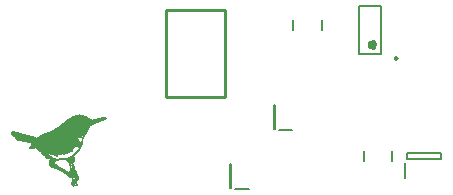
<source format=gto>
G04*
G04 #@! TF.GenerationSoftware,Altium Limited,Altium Designer,19.1.5 (86)*
G04*
G04 Layer_Color=65535*
%FSLAX25Y25*%
%MOIN*%
G70*
G01*
G75*
%ADD10C,0.00984*%
%ADD11C,0.01575*%
%ADD12C,0.00040*%
%ADD13C,0.00787*%
%ADD14C,0.01000*%
D10*
X136516Y50394D02*
X135778Y50820D01*
Y49968D01*
X136516Y50394D01*
D11*
X128937Y54921D02*
X128393Y55670D01*
X127513Y55384D01*
Y54458D01*
X128393Y54172D01*
X128937Y54921D01*
D12*
X29603Y8160D02*
X29796Y8212D01*
X28946Y7984D02*
X29100Y8025D01*
X28753Y7932D02*
X28869Y7963D01*
X28559Y7880D02*
X28714Y7922D01*
X29554Y8188D02*
X29786Y8250D01*
X28936Y8022D02*
X29090Y8064D01*
X28549Y7919D02*
X28897Y8012D01*
X29543Y8227D02*
X29775Y8289D01*
X28925Y8061D02*
X29080Y8103D01*
X28462Y7937D02*
X28887Y8051D01*
X29533Y8265D02*
X29726Y8317D01*
X28915Y8100D02*
X29069Y8141D01*
X28451Y7976D02*
X28876Y8089D01*
X29523Y8304D02*
X29716Y8356D01*
X28905Y8138D02*
X29059Y8180D01*
X28402Y8004D02*
X28866Y8128D01*
X29474Y8332D02*
X29706Y8394D01*
X28855Y8167D02*
X29049Y8219D01*
X28392Y8043D02*
X28817Y8156D01*
X29463Y8371D02*
X29695Y8433D01*
X28845Y8205D02*
X29038Y8257D01*
X28613Y8143D02*
X28768Y8185D01*
X28381Y8081D02*
X28575Y8133D01*
X29453Y8410D02*
X29646Y8461D01*
X28796Y8234D02*
X28951Y8275D01*
X28294Y8099D02*
X28758Y8223D01*
X29443Y8448D02*
X29636Y8500D01*
X28786Y8272D02*
X28940Y8314D01*
X28554Y8210D02*
X28747Y8262D01*
X28284Y8138D02*
X28515Y8200D01*
X29432Y8487D02*
X29625Y8539D01*
X28776Y8311D02*
X28930Y8352D01*
X28544Y8249D02*
X28698Y8290D01*
X28234Y8166D02*
X28505Y8238D01*
X29422Y8525D02*
X29615Y8577D01*
X28456Y8267D02*
X28881Y8381D01*
X28185Y8194D02*
X28417Y8256D01*
X29412Y8564D02*
X29605Y8616D01*
X28446Y8305D02*
X28871Y8419D01*
X28137Y8223D02*
X28407Y8295D01*
X29401Y8603D02*
X29594Y8655D01*
X28629Y8396D02*
X28822Y8448D01*
X28397Y8334D02*
X28590Y8385D01*
X28126Y8261D02*
X28358Y8323D01*
X29391Y8642D02*
X29584Y8693D01*
X28618Y8434D02*
X28927Y8517D01*
X28348Y8362D02*
X28541Y8414D01*
X28077Y8289D02*
X28309Y8352D01*
X29381Y8680D02*
X29574Y8732D01*
X28801Y8525D02*
X28917Y8556D01*
X28569Y8463D02*
X28762Y8514D01*
X28337Y8401D02*
X28530Y8452D01*
X28028Y8318D02*
X28260Y8380D01*
X29331Y8708D02*
X29563Y8771D01*
X28752Y8553D02*
X28945Y8605D01*
X28520Y8491D02*
X28713Y8543D01*
X28288Y8429D02*
X28482Y8481D01*
X28018Y8356D02*
X28250Y8418D01*
X29321Y8747D02*
X29553Y8809D01*
X28742Y8592D02*
X28935Y8643D01*
X28510Y8530D02*
X28664Y8571D01*
X27969Y8385D02*
X28433Y8509D01*
X29349Y8796D02*
X29504Y8837D01*
X28693Y8620D02*
X28925Y8682D01*
X28461Y8558D02*
X28654Y8610D01*
X28190Y8485D02*
X28383Y8537D01*
X27959Y8423D02*
X28152Y8475D01*
X29300Y8824D02*
X29494Y8876D01*
X28682Y8659D02*
X28875Y8710D01*
X28412Y8586D02*
X28644Y8648D01*
X27909Y8452D02*
X28335Y8565D01*
X29290Y8863D02*
X29483Y8915D01*
X28672Y8697D02*
X28865Y8749D01*
X28363Y8614D02*
X28595Y8677D01*
X27822Y8469D02*
X28324Y8604D01*
X29280Y8902D02*
X29473Y8953D01*
X28662Y8736D02*
X28816Y8777D01*
X28352Y8653D02*
X28507Y8694D01*
X27773Y8498D02*
X28237Y8622D01*
X29269Y8940D02*
X29463Y8992D01*
X28613Y8764D02*
X28806Y8816D01*
X28265Y8671D02*
X28497Y8733D01*
X27801Y8547D02*
X28226Y8661D01*
X29259Y8979D02*
X29452Y9031D01*
X28602Y8803D02*
X28795Y8855D01*
X28255Y8710D02*
X28486Y8772D01*
X27830Y8596D02*
X28139Y8679D01*
X29249Y9018D02*
X29442Y9069D01*
X28592Y8841D02*
X28785Y8893D01*
X28244Y8748D02*
X28437Y8800D01*
X27858Y8645D02*
X28090Y8707D01*
X29238Y9056D02*
X29432Y9108D01*
X28582Y8880D02*
X28736Y8922D01*
X28195Y8777D02*
X28388Y8828D01*
X27886Y8694D02*
X28157Y8766D01*
X29228Y9095D02*
X29421Y9146D01*
X28532Y8908D02*
X28687Y8950D01*
X27914Y8743D02*
X28339Y8857D01*
X29218Y9133D02*
X29411Y9185D01*
X28561Y8957D02*
X28715Y8999D01*
X27943Y8792D02*
X28329Y8895D01*
X29207Y9172D02*
X29401Y9224D01*
X28589Y9006D02*
X28744Y9048D01*
X27971Y8841D02*
X28203Y8903D01*
X29197Y9211D02*
X29351Y9252D01*
X28579Y9045D02*
X28733Y9086D01*
X27961Y8879D02*
X28231Y8952D01*
X29187Y9249D02*
X29341Y9291D01*
X28491Y9063D02*
X28723Y9125D01*
X27989Y8928D02*
X28221Y8991D01*
X29176Y9288D02*
X29485Y9371D01*
X28442Y9091D02*
X28713Y9164D01*
X28056Y8988D02*
X28288Y9050D01*
X29166Y9327D02*
X29591Y9440D01*
X28432Y9130D02*
X28625Y9182D01*
X28045Y9026D02*
X28277Y9088D01*
X29155Y9365D02*
X29619Y9489D01*
X28421Y9168D02*
X28576Y9210D01*
X28074Y9075D02*
X28306Y9137D01*
X29145Y9404D02*
X29609Y9528D01*
X28411Y9207D02*
X28566Y9249D01*
X28102Y9124D02*
X28334Y9186D01*
X29135Y9443D02*
X29714Y9598D01*
X28478Y9267D02*
X28555Y9287D01*
X28092Y9163D02*
X28362Y9235D01*
X29125Y9481D02*
X29820Y9668D01*
X28120Y9212D02*
X28390Y9284D01*
X29500Y9623D02*
X29848Y9717D01*
X29114Y9520D02*
X29462Y9613D01*
X28187Y9271D02*
X28419Y9333D01*
X29529Y9672D02*
X29877Y9765D01*
X29104Y9558D02*
X29490Y9662D01*
X28177Y9310D02*
X28408Y9372D01*
X29093Y9597D02*
X29905Y9814D01*
X28862Y9535D02*
X28900Y9545D01*
X28166Y9349D02*
X28398Y9411D01*
X29083Y9636D02*
X29933Y9863D01*
X28774Y9553D02*
X28929Y9594D01*
X28194Y9398D02*
X28426Y9460D01*
X29073Y9674D02*
X30039Y9933D01*
X28764Y9591D02*
X28918Y9633D01*
X28223Y9447D02*
X28416Y9498D01*
X29410Y9806D02*
X30028Y9972D01*
X29062Y9713D02*
X29256Y9765D01*
X28792Y9640D02*
X28831Y9651D01*
X28251Y9495D02*
X28405Y9537D01*
X29786Y9948D02*
X30018Y10010D01*
X29438Y9855D02*
X29748Y9938D01*
X29052Y9752D02*
X29245Y9803D01*
X28241Y9534D02*
X28395Y9576D01*
X29428Y9894D02*
X30085Y10070D01*
X29042Y9790D02*
X29274Y9852D01*
X28230Y9573D02*
X28424Y9625D01*
X29843Y10046D02*
X30113Y10119D01*
X29572Y9974D02*
X29804Y10036D01*
X29070Y9839D02*
X29263Y9891D01*
X28220Y9611D02*
X28452Y9674D01*
X29871Y10095D02*
X30141Y10168D01*
X29562Y10012D02*
X29755Y10064D01*
X29060Y9878D02*
X29253Y9930D01*
X28248Y9660D02*
X28441Y9712D01*
X29938Y10155D02*
X30131Y10206D01*
X29552Y10051D02*
X29706Y10092D01*
X29088Y9927D02*
X29281Y9979D01*
X28277Y9709D02*
X28431Y9751D01*
X29928Y10193D02*
X30159Y10255D01*
X29850Y10172D02*
X29889Y10183D01*
X29773Y10152D02*
X29812Y10162D01*
X29502Y10079D02*
X29696Y10131D01*
X29078Y9966D02*
X29271Y10017D01*
X28266Y9748D02*
X28421Y9789D01*
X29492Y10118D02*
X30188Y10304D01*
X29067Y10004D02*
X29260Y10056D01*
X28256Y9787D02*
X28410Y9828D01*
X29482Y10157D02*
X30177Y10343D01*
X29057Y10043D02*
X29250Y10095D01*
X28245Y9825D02*
X28439Y9877D01*
X29471Y10195D02*
X30167Y10382D01*
X29046Y10081D02*
X29240Y10133D01*
X28235Y9864D02*
X28428Y9916D01*
X30002Y10379D02*
X30157Y10420D01*
X29461Y10234D02*
X29963Y10368D01*
X29075Y10130D02*
X29268Y10182D01*
X28263Y9913D02*
X28418Y9954D01*
X29992Y10418D02*
X30146Y10459D01*
X29451Y10272D02*
X29760Y10355D01*
X29064Y10169D02*
X29296Y10231D01*
X28253Y9952D02*
X28446Y10003D01*
X29981Y10456D02*
X30136Y10498D01*
X29440Y10311D02*
X29750Y10394D01*
X29054Y10208D02*
X29286Y10270D01*
X28243Y9990D02*
X28397Y10032D01*
X29894Y10474D02*
X30125Y10536D01*
X29469Y10360D02*
X29816Y10453D01*
X29082Y10257D02*
X29276Y10308D01*
X28232Y10029D02*
X28387Y10070D01*
X29845Y10502D02*
X30154Y10585D01*
X29458Y10399D02*
X29806Y10492D01*
X29072Y10295D02*
X29265Y10347D01*
X28222Y10068D02*
X28376Y10109D01*
X29834Y10541D02*
X30105Y10613D01*
X29371Y10417D02*
X29796Y10531D01*
X29062Y10334D02*
X29293Y10396D01*
X28212Y10106D02*
X28366Y10148D01*
X29824Y10580D02*
X30133Y10662D01*
X29322Y10445D02*
X29785Y10569D01*
X29090Y10383D02*
X29283Y10435D01*
X28201Y10145D02*
X28394Y10197D01*
X29852Y10629D02*
X30200Y10722D01*
X29080Y10422D02*
X29659Y10577D01*
X28191Y10183D02*
X28384Y10235D01*
X29881Y10678D02*
X30190Y10760D01*
X29069Y10460D02*
X29572Y10595D01*
X28181Y10222D02*
X28374Y10274D01*
X29832Y10706D02*
X30179Y10799D01*
X29098Y10509D02*
X29561Y10633D01*
X28170Y10261D02*
X28363Y10312D01*
X29783Y10734D02*
X30169Y10838D01*
X29087Y10548D02*
X29628Y10693D01*
X28160Y10299D02*
X28353Y10351D01*
X30004Y10835D02*
X30197Y10887D01*
X29695Y10752D02*
X29965Y10825D01*
X29463Y10690D02*
X29618Y10731D01*
X29115Y10597D02*
X29425Y10680D01*
X28188Y10348D02*
X28343Y10390D01*
X29994Y10874D02*
X30187Y10925D01*
X29646Y10780D02*
X29916Y10853D01*
X29453Y10729D02*
X29607Y10770D01*
X29105Y10635D02*
X29414Y10718D01*
X28178Y10387D02*
X28332Y10428D01*
X29983Y10912D02*
X30176Y10964D01*
X29636Y10819D02*
X29906Y10892D01*
X29481Y10778D02*
X29597Y10809D01*
X29095Y10674D02*
X29365Y10746D01*
X28167Y10426D02*
X28361Y10477D01*
X29973Y10951D02*
X30205Y11013D01*
X29587Y10847D02*
X29896Y10930D01*
X29084Y10713D02*
X29355Y10785D01*
X28157Y10464D02*
X28312Y10506D01*
X29963Y10989D02*
X30195Y11052D01*
X29538Y10876D02*
X29808Y10948D01*
X28881Y10700D02*
X29383Y10834D01*
X28147Y10503D02*
X28301Y10544D01*
X29952Y11028D02*
X30184Y11090D01*
X29489Y10904D02*
X29759Y10976D01*
X28755Y10707D02*
X29373Y10873D01*
X28175Y10552D02*
X28445Y10624D01*
X29903Y11056D02*
X30174Y11129D01*
X29440Y10932D02*
X29671Y10994D01*
X28706Y10735D02*
X29208Y10870D01*
X28165Y10590D02*
X28474Y10673D01*
X29893Y11095D02*
X30125Y11157D01*
X29429Y10971D02*
X29661Y11033D01*
X28695Y10774D02*
X29159Y10898D01*
X28077Y10608D02*
X28579Y10743D01*
X29883Y11134D02*
X30114Y11196D01*
X29380Y10999D02*
X29651Y11072D01*
X27951Y10616D02*
X29187Y10947D01*
X29872Y11172D02*
X30065Y11224D01*
X29370Y11038D02*
X29563Y11089D01*
X27902Y10644D02*
X29215Y10996D01*
X29862Y11211D02*
X30055Y11263D01*
X29282Y11056D02*
X29514Y11118D01*
X27621Y10610D02*
X29244Y11045D01*
X29851Y11250D02*
X30045Y11301D01*
X29272Y11094D02*
X29504Y11156D01*
X29040Y11032D02*
X29233Y11084D01*
X27611Y10649D02*
X28924Y11001D01*
X29841Y11288D02*
X30034Y11340D01*
X29068Y11081D02*
X29455Y11185D01*
X27600Y10688D02*
X28953Y11050D01*
X29754Y11306D02*
X30024Y11379D01*
X29097Y11130D02*
X29445Y11223D01*
X27590Y10726D02*
X28942Y11089D01*
X29743Y11345D02*
X29975Y11407D01*
X29125Y11179D02*
X29395Y11252D01*
X28777Y11086D02*
X28932Y11127D01*
X28236Y10941D02*
X28507Y11013D01*
X27580Y10765D02*
X28120Y10910D01*
X29694Y11373D02*
X29965Y11445D01*
X29076Y11207D02*
X29346Y11280D01*
X28806Y11135D02*
X28960Y11176D01*
X28265Y10990D02*
X28612Y11083D01*
X27337Y10741D02*
X28187Y10969D01*
X29684Y11412D02*
X29877Y11463D01*
X29066Y11246D02*
X29336Y11319D01*
X28834Y11184D02*
X28950Y11215D01*
X28409Y11070D02*
X28641Y11132D01*
X27984Y10956D02*
X28216Y11018D01*
X27327Y10780D02*
X27791Y10904D01*
X29635Y11440D02*
X29867Y11502D01*
X29017Y11274D02*
X29364Y11367D01*
X28824Y11223D02*
X28939Y11254D01*
X28437Y11119D02*
X28630Y11171D01*
X28012Y11005D02*
X28205Y11057D01*
X27317Y10819D02*
X27780Y10943D01*
X29547Y11458D02*
X29856Y11541D01*
X28813Y11261D02*
X29431Y11427D01*
X28465Y11168D02*
X28620Y11209D01*
X28040Y11054D02*
X28311Y11127D01*
X27306Y10857D02*
X27847Y11002D01*
X29537Y11496D02*
X29807Y11569D01*
X28725Y11279D02*
X29460Y11476D01*
X28107Y11113D02*
X28339Y11176D01*
X27296Y10896D02*
X27876Y11051D01*
X29217Y11452D02*
X29758Y11597D01*
X28599Y11287D02*
X29179Y11442D01*
X28445Y11245D02*
X28522Y11266D01*
X28213Y11183D02*
X28367Y11225D01*
X27672Y11038D02*
X27981Y11121D01*
X27247Y10924D02*
X27595Y11017D01*
X29323Y11522D02*
X29709Y11626D01*
X28203Y11222D02*
X29168Y11481D01*
X27739Y11098D02*
X27971Y11160D01*
X27198Y10953D02*
X27546Y11046D01*
X29313Y11561D02*
X29699Y11664D01*
X28076Y11229D02*
X29197Y11530D01*
X27806Y11157D02*
X27960Y11198D01*
X27110Y10971D02*
X27535Y11084D01*
X29341Y11610D02*
X29650Y11693D01*
X27834Y11206D02*
X29264Y11589D01*
X27061Y10999D02*
X27525Y11123D01*
X29408Y11669D02*
X29601Y11721D01*
X29021Y11565D02*
X29253Y11628D01*
X27785Y11234D02*
X28944Y11545D01*
X27051Y11038D02*
X27592Y11182D01*
X29397Y11708D02*
X29591Y11759D01*
X29088Y11625D02*
X29282Y11677D01*
X28818Y11552D02*
X29011Y11604D01*
X28547Y11480D02*
X28663Y11511D01*
X27736Y11263D02*
X28509Y11469D01*
X27041Y11076D02*
X27620Y11231D01*
X29310Y11726D02*
X29580Y11798D01*
X29078Y11664D02*
X29271Y11715D01*
X28808Y11591D02*
X29001Y11643D01*
X27726Y11301D02*
X28499Y11508D01*
X27030Y11115D02*
X27610Y11270D01*
X29300Y11764D02*
X29531Y11826D01*
X29106Y11712D02*
X29222Y11744D01*
X28797Y11630D02*
X28990Y11681D01*
X28295Y11495D02*
X28488Y11547D01*
X27406Y11257D02*
X28218Y11474D01*
X27020Y11153D02*
X27329Y11236D01*
X29250Y11793D02*
X29521Y11865D01*
X29135Y11761D02*
X29173Y11772D01*
X28826Y11679D02*
X29019Y11730D01*
X28323Y11544D02*
X28555Y11606D01*
X28053Y11472D02*
X28246Y11523D01*
X27473Y11316D02*
X27975Y11451D01*
X26894Y11161D02*
X27280Y11265D01*
X29201Y11821D02*
X29472Y11893D01*
X28854Y11728D02*
X29008Y11769D01*
X28352Y11593D02*
X28583Y11655D01*
X28081Y11521D02*
X28274Y11572D01*
X27540Y11376D02*
X27965Y11490D01*
X26845Y11189D02*
X27347Y11324D01*
X29191Y11859D02*
X29500Y11942D01*
X28418Y11652D02*
X28573Y11694D01*
X28109Y11569D02*
X28264Y11611D01*
X27800Y11487D02*
X27955Y11528D01*
X26796Y11218D02*
X27337Y11362D01*
X29142Y11888D02*
X29529Y11991D01*
X28485Y11712D02*
X28524Y11722D01*
X28099Y11608D02*
X28292Y11660D01*
X27790Y11525D02*
X27944Y11567D01*
X26824Y11266D02*
X27365Y11411D01*
X29093Y11916D02*
X29557Y12040D01*
X28089Y11647D02*
X28282Y11699D01*
X27780Y11564D02*
X27973Y11616D01*
X26814Y11305D02*
X27432Y11471D01*
X29044Y11944D02*
X29585Y12089D01*
X28117Y11696D02*
X28310Y11748D01*
X27769Y11603D02*
X28001Y11665D01*
X27267Y11468D02*
X27499Y11530D01*
X26803Y11344D02*
X27074Y11416D01*
X28648Y11879D02*
X29652Y12149D01*
X28145Y11745D02*
X28261Y11776D01*
X27759Y11641D02*
X27991Y11703D01*
X27295Y11517D02*
X27488Y11569D01*
X26754Y11372D02*
X27102Y11465D01*
X29410Y12125D02*
X29642Y12187D01*
X28598Y11908D02*
X29255Y12084D01*
X27787Y11690D02*
X27980Y11742D01*
X26744Y11411D02*
X27092Y11504D01*
X29399Y12164D02*
X29670Y12236D01*
X28240Y11853D02*
X29245Y12122D01*
X27815Y11739D02*
X27970Y11781D01*
X26695Y11439D02*
X27120Y11553D01*
X29428Y12213D02*
X29660Y12275D01*
X27844Y11788D02*
X29273Y12171D01*
X26646Y11467D02*
X27187Y11612D01*
X29495Y12272D02*
X29688Y12324D01*
X27872Y11837D02*
X29302Y12220D01*
X27022Y11609D02*
X27176Y11651D01*
X26597Y11496D02*
X26867Y11568D01*
X29484Y12311D02*
X29639Y12352D01*
X27514Y11783D02*
X29253Y12249D01*
X27089Y11669D02*
X27282Y11721D01*
X26587Y11534D02*
X26857Y11607D01*
X29474Y12349D02*
X29629Y12391D01*
X28817Y12173D02*
X29204Y12277D01*
X28508Y12090D02*
X28740Y12153D01*
X28392Y12059D02*
X28431Y12070D01*
X27504Y11821D02*
X28354Y12049D01*
X27117Y11718D02*
X27272Y11759D01*
X26576Y11573D02*
X26808Y11635D01*
X29464Y12388D02*
X29657Y12440D01*
X28498Y12129D02*
X29193Y12315D01*
X28343Y12088D02*
X28420Y12108D01*
X27493Y11860D02*
X28227Y12057D01*
X27107Y11756D02*
X27261Y11798D01*
X26527Y11601D02*
X26759Y11663D01*
X29453Y12427D02*
X29685Y12489D01*
X28990Y12302D02*
X29260Y12375D01*
X28487Y12168D02*
X28951Y12292D01*
X28294Y12116D02*
X28449Y12157D01*
X27483Y11899D02*
X28140Y12075D01*
X27135Y11805D02*
X27251Y11836D01*
X26478Y11629D02*
X26710Y11692D01*
X29443Y12465D02*
X29675Y12527D01*
X29018Y12351D02*
X29250Y12414D01*
X28245Y12144D02*
X28902Y12320D01*
X27434Y11927D02*
X27820Y12030D01*
X26429Y11658D02*
X26700Y11730D01*
X29433Y12504D02*
X29664Y12566D01*
X29046Y12400D02*
X29278Y12462D01*
X28235Y12183D02*
X28892Y12359D01*
X27424Y11965D02*
X27849Y12079D01*
X26419Y11696D02*
X26651Y11759D01*
X29422Y12542D02*
X29654Y12605D01*
X29036Y12439D02*
X29268Y12501D01*
X28225Y12222D02*
X28881Y12398D01*
X27452Y12015D02*
X27877Y12128D01*
X26370Y11725D02*
X26602Y11787D01*
X29412Y12581D02*
X29644Y12643D01*
X28948Y12457D02*
X29257Y12540D01*
X28446Y12322D02*
X28871Y12436D01*
X28214Y12260D02*
X28407Y12312D01*
X27480Y12064D02*
X27905Y12177D01*
X26321Y11753D02*
X26553Y11815D01*
X29402Y12620D02*
X29633Y12682D01*
X28899Y12485D02*
X29247Y12578D01*
X28204Y12299D02*
X28822Y12465D01*
X27470Y12102D02*
X27933Y12226D01*
X26311Y11791D02*
X26542Y11854D01*
X29353Y12648D02*
X29623Y12720D01*
X28889Y12524D02*
X29159Y12596D01*
X28194Y12337D02*
X28812Y12503D01*
X27730Y12213D02*
X27962Y12275D01*
X27498Y12151D02*
X27691Y12203D01*
X26223Y11810D02*
X26493Y11882D01*
X29342Y12687D02*
X29535Y12739D01*
X28879Y12562D02*
X29110Y12625D01*
X28183Y12376D02*
X28801Y12542D01*
X27488Y12190D02*
X27990Y12324D01*
X26174Y11838D02*
X26445Y11910D01*
X29293Y12715D02*
X29525Y12777D01*
X28868Y12601D02*
X29100Y12663D01*
X28173Y12415D02*
X28791Y12580D01*
X27477Y12228D02*
X27980Y12363D01*
X26164Y11876D02*
X26434Y11949D01*
X29283Y12754D02*
X29515Y12816D01*
X28162Y12453D02*
X29051Y12691D01*
X27467Y12267D02*
X27969Y12402D01*
X27042Y12153D02*
X27081Y12163D01*
X26153Y11915D02*
X26385Y11977D01*
X29234Y12782D02*
X29466Y12844D01*
X28191Y12502D02*
X29002Y12720D01*
X27650Y12357D02*
X28036Y12461D01*
X27418Y12295D02*
X27611Y12347D01*
X26800Y12130D02*
X27147Y12223D01*
X26104Y11943D02*
X26336Y12005D01*
X29146Y12800D02*
X29455Y12883D01*
X27639Y12396D02*
X28992Y12758D01*
X27408Y12334D02*
X27562Y12375D01*
X26751Y12158D02*
X27176Y12272D01*
X26017Y11961D02*
X26287Y12034D01*
X29097Y12828D02*
X29368Y12901D01*
X27861Y12497D02*
X28981Y12797D01*
X27590Y12424D02*
X27784Y12476D01*
X27359Y12362D02*
X27474Y12393D01*
X26702Y12186D02*
X27204Y12321D01*
X26006Y12000D02*
X26199Y12052D01*
X29087Y12867D02*
X29357Y12939D01*
X27812Y12525D02*
X28971Y12836D01*
X27580Y12463D02*
X27773Y12515D01*
X26691Y12225D02*
X27271Y12380D01*
X25957Y12028D02*
X26189Y12090D01*
X29038Y12895D02*
X29347Y12978D01*
X27570Y12502D02*
X28961Y12874D01*
X26720Y12274D02*
X27338Y12439D01*
X25908Y12056D02*
X26179Y12129D01*
X28989Y12923D02*
X29259Y12996D01*
X28564Y12809D02*
X28912Y12903D01*
X27559Y12540D02*
X28525Y12799D01*
X27018Y12395D02*
X27366Y12489D01*
X26709Y12313D02*
X26980Y12385D01*
X25859Y12085D02*
X26130Y12157D01*
X28979Y12962D02*
X29210Y13024D01*
X28013Y12703D02*
X28901Y12941D01*
X27588Y12589D02*
X27974Y12693D01*
X27047Y12444D02*
X27472Y12558D01*
X26660Y12341D02*
X26970Y12424D01*
X25810Y12113D02*
X26042Y12175D01*
X28930Y12990D02*
X29200Y13063D01*
X28118Y12773D02*
X28814Y12959D01*
X27732Y12669D02*
X27886Y12711D01*
X27152Y12514D02*
X27461Y12597D01*
X26611Y12369D02*
X26882Y12442D01*
X25761Y12141D02*
X25993Y12203D01*
X28919Y13029D02*
X29190Y13101D01*
X28146Y12822D02*
X28765Y12988D01*
X27722Y12708D02*
X27876Y12749D01*
X27181Y12563D02*
X27567Y12666D01*
X26601Y12408D02*
X26833Y12470D01*
X25751Y12180D02*
X25983Y12242D01*
X28832Y13047D02*
X29141Y13130D01*
X28252Y12891D02*
X28754Y13026D01*
X27711Y12747D02*
X27866Y12788D01*
X27209Y12612D02*
X27634Y12726D01*
X26513Y12426D02*
X26823Y12508D01*
X25663Y12198D02*
X25934Y12270D01*
X28821Y13085D02*
X29053Y13148D01*
X28319Y12951D02*
X28628Y13034D01*
X27701Y12785D02*
X27855Y12827D01*
X27237Y12661D02*
X27662Y12775D01*
X26464Y12454D02*
X26735Y12526D01*
X25653Y12236D02*
X25885Y12299D01*
X28811Y13124D02*
X29043Y13186D01*
X28347Y13000D02*
X28618Y13072D01*
X27265Y12710D02*
X27845Y12865D01*
X26415Y12482D02*
X26686Y12555D01*
X25604Y12265D02*
X25875Y12337D01*
X28762Y13152D02*
X29032Y13225D01*
X28376Y13049D02*
X28646Y13121D01*
X27294Y12759D02*
X27873Y12914D01*
X26366Y12510D02*
X26676Y12593D01*
X25594Y12303D02*
X25826Y12366D01*
X28713Y13181D02*
X28945Y13243D01*
X28404Y13098D02*
X28636Y13160D01*
X27438Y12839D02*
X27902Y12963D01*
X26317Y12539D02*
X26588Y12611D01*
X25545Y12332D02*
X25776Y12394D01*
X28664Y13209D02*
X28934Y13281D01*
X28432Y13147D02*
X28625Y13199D01*
X27466Y12888D02*
X28007Y13033D01*
X26269Y12567D02*
X26578Y12650D01*
X25457Y12350D02*
X25727Y12422D01*
X28654Y13248D02*
X28847Y13299D01*
X28460Y13196D02*
X28576Y13227D01*
X27572Y12958D02*
X27997Y13072D01*
X26219Y12595D02*
X26451Y12657D01*
X25408Y12378D02*
X25640Y12440D01*
X28643Y13286D02*
X28836Y13338D01*
X27639Y13017D02*
X28025Y13121D01*
X26171Y12624D02*
X26441Y12696D01*
X25398Y12417D02*
X25630Y12479D01*
X28633Y13325D02*
X28826Y13377D01*
X27628Y13056D02*
X28092Y13180D01*
X26083Y12642D02*
X26392Y12724D01*
X25310Y12434D02*
X25619Y12517D01*
X28584Y13353D02*
X28777Y13405D01*
X27811Y13146D02*
X28159Y13239D01*
X27579Y13084D02*
X27773Y13136D01*
X26072Y12680D02*
X26304Y12742D01*
X25300Y12473D02*
X25493Y12525D01*
X28419Y13350D02*
X28767Y13443D01*
X27839Y13195D02*
X28264Y13309D01*
X27608Y13133D02*
X27762Y13174D01*
X26024Y12709D02*
X26294Y12781D01*
X25212Y12491D02*
X25483Y12563D01*
X28409Y13389D02*
X28756Y13482D01*
X27945Y13265D02*
X28370Y13379D01*
X27597Y13172D02*
X27752Y13213D01*
X25975Y12737D02*
X26206Y12799D01*
X25163Y12519D02*
X25395Y12582D01*
X27973Y13314D02*
X28746Y13521D01*
X27587Y13210D02*
X27780Y13262D01*
X25925Y12765D02*
X26196Y12837D01*
X25114Y12548D02*
X25385Y12620D01*
X28002Y13363D02*
X28774Y13570D01*
X27577Y13249D02*
X27770Y13301D01*
X25877Y12793D02*
X26147Y12866D01*
X25104Y12586D02*
X25336Y12648D01*
X28069Y13422D02*
X28764Y13608D01*
X27566Y13287D02*
X27798Y13350D01*
X25828Y12822D02*
X26059Y12884D01*
X25055Y12615D02*
X25287Y12677D01*
X28097Y13471D02*
X28792Y13657D01*
X27595Y13337D02*
X27788Y13388D01*
X25779Y12850D02*
X26010Y12912D01*
X24967Y12632D02*
X25238Y12705D01*
X28125Y13520D02*
X28782Y13696D01*
X27584Y13375D02*
X27777Y13427D01*
X25730Y12878D02*
X25961Y12940D01*
X24957Y12671D02*
X25189Y12733D01*
X28308Y13611D02*
X28771Y13735D01*
X28115Y13559D02*
X28269Y13600D01*
X27574Y13414D02*
X27767Y13465D01*
X25681Y12907D02*
X25951Y12979D01*
X24947Y12710D02*
X25178Y12772D01*
X28297Y13649D02*
X28800Y13784D01*
X28104Y13597D02*
X28259Y13639D01*
X27563Y13452D02*
X27757Y13504D01*
X25670Y12945D02*
X25902Y13007D01*
X24859Y12728D02*
X25129Y12800D01*
X28519Y13750D02*
X28789Y13822D01*
X28326Y13698D02*
X28480Y13739D01*
X28094Y13636D02*
X28287Y13688D01*
X27592Y13501D02*
X27746Y13543D01*
X25583Y12963D02*
X25853Y13036D01*
X24771Y12746D02*
X25080Y12829D01*
X28509Y13789D02*
X28779Y13861D01*
X28315Y13737D02*
X28470Y13778D01*
X28122Y13685D02*
X28277Y13726D01*
X27581Y13540D02*
X27775Y13592D01*
X25534Y12991D02*
X25765Y13054D01*
X24722Y12774D02*
X24993Y12846D01*
X28537Y13837D02*
X28807Y13910D01*
X28305Y13775D02*
X28460Y13817D01*
X28112Y13724D02*
X28267Y13765D01*
X27571Y13579D02*
X27764Y13630D01*
X25523Y13030D02*
X25755Y13092D01*
X24673Y12802D02*
X24982Y12885D01*
X28527Y13876D02*
X28836Y13959D01*
X28295Y13814D02*
X28488Y13866D01*
X28102Y13762D02*
X28256Y13804D01*
X27561Y13617D02*
X27754Y13669D01*
X25474Y13058D02*
X25745Y13131D01*
X24624Y12831D02*
X24933Y12913D01*
X28323Y13863D02*
X28825Y13998D01*
X28091Y13801D02*
X28284Y13853D01*
X27550Y13656D02*
X27744Y13708D01*
X25425Y13086D02*
X25657Y13149D01*
X24575Y12859D02*
X24884Y12942D01*
X28351Y13912D02*
X28854Y14047D01*
X28120Y13850D02*
X28313Y13902D01*
X27540Y13695D02*
X27733Y13746D01*
X25376Y13115D02*
X25647Y13187D01*
X24488Y12877D02*
X24990Y13011D01*
X28534Y14002D02*
X28843Y14085D01*
X28341Y13951D02*
X28495Y13992D01*
X28148Y13899D02*
X28302Y13940D01*
X27530Y13733D02*
X27723Y13785D01*
X25366Y13153D02*
X25559Y13205D01*
X24786Y12998D02*
X25018Y13060D01*
X24477Y12915D02*
X24709Y12978D01*
X28563Y14051D02*
X28910Y14145D01*
X28331Y13989D02*
X28524Y14041D01*
X28137Y13938D02*
X28292Y13979D01*
X27519Y13772D02*
X27712Y13824D01*
X25317Y13182D02*
X25510Y13234D01*
X24776Y13037D02*
X24969Y13089D01*
X24428Y12944D02*
X24699Y13016D01*
X28552Y14090D02*
X28938Y14194D01*
X28320Y14028D02*
X28514Y14080D01*
X28127Y13976D02*
X28282Y14017D01*
X27509Y13811D02*
X27702Y13862D01*
X25268Y13210D02*
X25500Y13272D01*
X24766Y13075D02*
X24959Y13127D01*
X24379Y12972D02*
X24650Y13044D01*
X28735Y14180D02*
X28967Y14243D01*
X28542Y14129D02*
X28696Y14170D01*
X28349Y14077D02*
X28503Y14118D01*
X28155Y14025D02*
X28310Y14066D01*
X27499Y13849D02*
X27692Y13901D01*
X25219Y13238D02*
X25412Y13290D01*
X24292Y12990D02*
X24601Y13073D01*
X28725Y14219D02*
X28995Y14291D01*
X28531Y14167D02*
X28686Y14209D01*
X28145Y14064D02*
X28493Y14157D01*
X27527Y13898D02*
X27681Y13939D01*
X25131Y13256D02*
X25402Y13329D01*
X24204Y13008D02*
X24552Y13101D01*
X28753Y14268D02*
X28985Y14330D01*
X28521Y14206D02*
X28676Y14247D01*
X28135Y14102D02*
X28367Y14164D01*
X27516Y13937D02*
X27710Y13988D01*
X25121Y13295D02*
X25353Y13357D01*
X24194Y13046D02*
X24464Y13119D01*
X28743Y14307D02*
X28974Y14369D01*
X28511Y14245D02*
X28704Y14296D01*
X28124Y14141D02*
X28356Y14203D01*
X27506Y13975D02*
X27699Y14027D01*
X25111Y13333D02*
X25342Y13396D01*
X24145Y13075D02*
X24415Y13147D01*
X28539Y14293D02*
X28964Y14407D01*
X28153Y14190D02*
X28346Y14242D01*
X27496Y14014D02*
X27689Y14066D01*
X25023Y13351D02*
X25293Y13424D01*
X24096Y13103D02*
X24482Y13206D01*
X28567Y14343D02*
X28915Y14436D01*
X28181Y14239D02*
X28335Y14280D01*
X27485Y14053D02*
X27679Y14104D01*
X24974Y13380D02*
X25206Y13442D01*
X24356Y13214D02*
X24510Y13255D01*
X24047Y13131D02*
X24317Y13204D01*
X28557Y14381D02*
X28866Y14464D01*
X28170Y14278D02*
X28286Y14309D01*
X27475Y14091D02*
X27668Y14143D01*
X24886Y13398D02*
X25157Y13470D01*
X24345Y13253D02*
X24500Y13294D01*
X23959Y13149D02*
X24268Y13232D01*
X28585Y14430D02*
X28817Y14492D01*
X27465Y14130D02*
X27658Y14182D01*
X24876Y13436D02*
X25108Y13498D01*
X24335Y13291D02*
X24490Y13333D01*
X23910Y13178D02*
X24219Y13260D01*
X28536Y14458D02*
X28807Y14531D01*
X27454Y14169D02*
X27648Y14220D01*
X24866Y13475D02*
X25098Y13537D01*
X24325Y13330D02*
X24479Y13371D01*
X23900Y13216D02*
X24170Y13289D01*
X28526Y14497D02*
X28758Y14559D01*
X27444Y14207D02*
X27637Y14259D01*
X24778Y13493D02*
X25049Y13565D01*
X24314Y13369D02*
X24469Y13410D01*
X23812Y13234D02*
X24121Y13317D01*
X28477Y14525D02*
X28709Y14588D01*
X27434Y14246D02*
X27627Y14298D01*
X24729Y13521D02*
X24961Y13583D01*
X24381Y13428D02*
X24420Y13438D01*
X23802Y13273D02*
X24034Y13335D01*
X28428Y14554D02*
X28698Y14626D01*
X27423Y14285D02*
X27655Y14347D01*
X24680Y13549D02*
X24912Y13612D01*
X23675Y13280D02*
X24178Y13415D01*
X28379Y14582D02*
X28649Y14654D01*
X27413Y14323D02*
X27645Y14385D01*
X24631Y13578D02*
X24863Y13640D01*
X23974Y13402D02*
X24167Y13453D01*
X23665Y13319D02*
X23936Y13391D01*
X28368Y14621D02*
X28600Y14683D01*
X27403Y14362D02*
X27634Y14424D01*
X24621Y13616D02*
X24852Y13679D01*
X23964Y13440D02*
X24157Y13492D01*
X23655Y13358D02*
X23925Y13430D01*
X28319Y14649D02*
X28551Y14711D01*
X27431Y14411D02*
X27624Y14462D01*
X24533Y13634D02*
X24804Y13707D01*
X23954Y13479D02*
X24147Y13531D01*
X23567Y13375D02*
X23876Y13458D01*
X28309Y14687D02*
X28541Y14750D01*
X27420Y14449D02*
X27614Y14501D01*
X24445Y13652D02*
X24716Y13725D01*
X23866Y13497D02*
X24098Y13559D01*
X23480Y13393D02*
X23789Y13476D01*
X28299Y14726D02*
X28492Y14778D01*
X27410Y14488D02*
X27603Y14540D01*
X24396Y13680D02*
X24628Y13743D01*
X23817Y13525D02*
X24087Y13598D01*
X23431Y13422D02*
X23740Y13505D01*
X28288Y14765D02*
X28482Y14817D01*
X27709Y14609D02*
X27748Y14620D01*
X27400Y14527D02*
X27593Y14578D01*
X24386Y13719D02*
X24579Y13771D01*
X23382Y13450D02*
X24077Y13636D01*
X28240Y14793D02*
X28471Y14855D01*
X27660Y14638D02*
X27776Y14669D01*
X27389Y14565D02*
X27583Y14617D01*
X24337Y13747D02*
X24569Y13810D01*
X23333Y13478D02*
X24067Y13675D01*
X28229Y14832D02*
X28422Y14884D01*
X27611Y14666D02*
X27766Y14707D01*
X27340Y14594D02*
X27572Y14656D01*
X24327Y13786D02*
X24481Y13827D01*
X23593Y13589D02*
X24056Y13714D01*
X23284Y13507D02*
X23554Y13579D01*
X28219Y14870D02*
X28412Y14922D01*
X27601Y14705D02*
X27755Y14746D01*
X27369Y14643D02*
X27562Y14694D01*
X24239Y13804D02*
X24471Y13866D01*
X23582Y13628D02*
X23853Y13701D01*
X23157Y13514D02*
X23544Y13618D01*
X28208Y14909D02*
X28402Y14961D01*
X27590Y14743D02*
X27745Y14785D01*
X27358Y14681D02*
X27552Y14733D01*
X24190Y13832D02*
X24383Y13884D01*
X23572Y13667D02*
X23727Y13708D01*
X23147Y13553D02*
X23417Y13625D01*
X28198Y14948D02*
X28391Y14999D01*
X27580Y14782D02*
X27734Y14823D01*
X27348Y14720D02*
X27541Y14772D01*
X24180Y13871D02*
X24334Y13912D01*
X23523Y13695D02*
X23716Y13747D01*
X23137Y13591D02*
X23407Y13664D01*
X28188Y14986D02*
X28381Y15038D01*
X27569Y14821D02*
X27724Y14862D01*
X27338Y14759D02*
X27531Y14810D01*
X24092Y13889D02*
X24324Y13951D01*
X23474Y13723D02*
X23706Y13785D01*
X23049Y13609D02*
X23397Y13702D01*
X28177Y15025D02*
X28370Y15077D01*
X27327Y14797D02*
X27714Y14901D01*
X24043Y13917D02*
X24236Y13969D01*
X23464Y13762D02*
X23696Y13824D01*
X22961Y13627D02*
X23386Y13741D01*
X28167Y15064D02*
X28360Y15115D01*
X27356Y14846D02*
X27703Y14939D01*
X23956Y13935D02*
X24226Y14007D01*
X22912Y13656D02*
X23685Y13863D01*
X28157Y15102D02*
X28350Y15154D01*
X27538Y14936D02*
X27693Y14978D01*
X27345Y14885D02*
X27500Y14926D01*
X23945Y13974D02*
X24138Y14026D01*
X23211Y13777D02*
X23636Y13891D01*
X22863Y13684D02*
X23173Y13767D01*
X28146Y15141D02*
X28301Y15182D01*
X27335Y14923D02*
X27683Y15017D01*
X23935Y14012D02*
X24089Y14054D01*
X23201Y13816D02*
X23587Y13919D01*
X22814Y13712D02*
X23123Y13795D01*
X28136Y15179D02*
X28291Y15221D01*
X27325Y14962D02*
X27672Y15055D01*
X23847Y14030D02*
X24079Y14092D01*
X23190Y13854D02*
X23538Y13948D01*
X22727Y13730D02*
X23075Y13823D01*
X28126Y15218D02*
X28319Y15270D01*
X27276Y14990D02*
X27662Y15094D01*
X23798Y14059D02*
X23991Y14110D01*
X23141Y13883D02*
X23412Y13955D01*
X22678Y13758D02*
X22987Y13841D01*
X28115Y15257D02*
X28308Y15308D01*
X27265Y15029D02*
X27652Y15133D01*
X23749Y14087D02*
X23981Y14149D01*
X23054Y13901D02*
X23402Y13994D01*
X22551Y13766D02*
X22938Y13869D01*
X28105Y15295D02*
X28298Y15347D01*
X27255Y15068D02*
X27641Y15171D01*
X23700Y14115D02*
X23932Y14177D01*
X23005Y13929D02*
X23314Y14012D01*
X22541Y13804D02*
X22928Y13908D01*
X28095Y15334D02*
X28288Y15386D01*
X27244Y15106D02*
X27631Y15210D01*
X23690Y14154D02*
X23922Y14216D01*
X22956Y13957D02*
X23304Y14050D01*
X22492Y13833D02*
X22917Y13947D01*
X28084Y15373D02*
X28277Y15424D01*
X27234Y15145D02*
X27621Y15248D01*
X23641Y14182D02*
X23873Y14244D01*
X22366Y13840D02*
X23293Y14089D01*
X28074Y15411D02*
X28267Y15463D01*
X27224Y15183D02*
X27572Y15277D01*
X23592Y14210D02*
X23785Y14262D01*
X23206Y14107D02*
X23283Y14128D01*
X22781Y13993D02*
X23090Y14076D01*
X22317Y13869D02*
X22665Y13962D01*
X28063Y15450D02*
X28257Y15502D01*
X27213Y15222D02*
X27561Y15315D01*
X23504Y14228D02*
X23697Y14280D01*
X23157Y14135D02*
X23272Y14166D01*
X22732Y14021D02*
X23041Y14104D01*
X22191Y13876D02*
X22616Y13990D01*
X28053Y15488D02*
X28246Y15540D01*
X27203Y15261D02*
X27551Y15354D01*
X23494Y14267D02*
X23687Y14319D01*
X23146Y14174D02*
X23262Y14205D01*
X22721Y14060D02*
X22953Y14122D01*
X22180Y13915D02*
X22567Y14018D01*
X28043Y15527D02*
X28236Y15579D01*
X27193Y15299D02*
X27579Y15403D01*
X23445Y14295D02*
X23677Y14357D01*
X23136Y14212D02*
X23252Y14243D01*
X22672Y14088D02*
X22865Y14140D01*
X22131Y13943D02*
X22556Y14057D01*
X28032Y15566D02*
X28226Y15618D01*
X27144Y15328D02*
X27569Y15442D01*
X23357Y14313D02*
X23628Y14386D01*
X23125Y14251D02*
X23241Y14282D01*
X21966Y13940D02*
X22855Y14178D01*
X28022Y15604D02*
X28215Y15656D01*
X27133Y15366D02*
X27558Y15480D01*
X23308Y14341D02*
X23540Y14403D01*
X23115Y14290D02*
X23231Y14321D01*
X22420Y14103D02*
X22845Y14217D01*
X21917Y13969D02*
X22304Y14072D01*
X28012Y15643D02*
X28205Y15695D01*
X27162Y15415D02*
X27548Y15519D01*
X23259Y14370D02*
X23452Y14421D01*
X22409Y14142D02*
X22834Y14256D01*
X21868Y13997D02*
X22216Y14090D01*
X28040Y15692D02*
X28195Y15733D01*
X27151Y15454D02*
X27538Y15558D01*
X23210Y14398D02*
X23442Y14460D01*
X22399Y14181D02*
X22824Y14294D01*
X21820Y14025D02*
X22206Y14129D01*
X28030Y15731D02*
X28184Y15772D01*
X27141Y15493D02*
X27527Y15596D01*
X23161Y14426D02*
X23432Y14499D01*
X22736Y14312D02*
X22814Y14333D01*
X22350Y14209D02*
X22659Y14292D01*
X21809Y14064D02*
X22118Y14147D01*
X28019Y15769D02*
X28212Y15821D01*
X27865Y15728D02*
X27942Y15749D01*
X27556Y15645D02*
X27710Y15687D01*
X27131Y15531D02*
X27517Y15635D01*
X23074Y14444D02*
X23383Y14527D01*
X22340Y14247D02*
X22610Y14320D01*
X22108Y14185D02*
X22262Y14227D01*
X21722Y14082D02*
X22031Y14165D01*
X28357Y15901D02*
X28395Y15912D01*
X28009Y15808D02*
X28202Y15860D01*
X27777Y15746D02*
X27932Y15787D01*
X27545Y15684D02*
X27700Y15725D01*
X27120Y15570D02*
X27507Y15673D01*
X23063Y14483D02*
X23295Y14545D01*
X22097Y14224D02*
X22561Y14348D01*
X21634Y14100D02*
X21943Y14183D01*
X28308Y15929D02*
X28424Y15960D01*
X27999Y15847D02*
X28230Y15909D01*
X27728Y15774D02*
X27960Y15836D01*
X27535Y15722D02*
X27689Y15764D01*
X27071Y15598D02*
X27496Y15712D01*
X23014Y14511D02*
X23246Y14573D01*
X22087Y14263D02*
X22474Y14366D01*
X21623Y14138D02*
X21894Y14211D01*
X28259Y15958D02*
X28490Y16020D01*
X27950Y15875D02*
X28220Y15947D01*
X27718Y15813D02*
X27911Y15865D01*
X27525Y15761D02*
X27679Y15802D01*
X27061Y15637D02*
X27486Y15751D01*
X22965Y14539D02*
X23197Y14602D01*
X22077Y14301D02*
X22463Y14405D01*
X21497Y14146D02*
X21884Y14250D01*
X27939Y15913D02*
X28596Y16090D01*
X27707Y15851D02*
X27901Y15903D01*
X27514Y15800D02*
X27669Y15841D01*
X27051Y15675D02*
X27476Y15789D01*
X22916Y14568D02*
X23148Y14630D01*
X22066Y14340D02*
X22414Y14433D01*
X21371Y14154D02*
X21912Y14299D01*
X27929Y15952D02*
X28740Y16170D01*
X27504Y15838D02*
X27890Y15942D01*
X27040Y15714D02*
X27465Y15828D01*
X22867Y14596D02*
X23099Y14658D01*
X21979Y14358D02*
X22327Y14451D01*
X21747Y14296D02*
X21902Y14337D01*
X21283Y14172D02*
X21708Y14285D01*
X27918Y15991D02*
X28730Y16208D01*
X27494Y15877D02*
X27880Y15980D01*
X27030Y15753D02*
X27455Y15867D01*
X22818Y14624D02*
X23050Y14686D01*
X21969Y14397D02*
X22277Y14479D01*
X21737Y14334D02*
X21891Y14376D01*
X21234Y14200D02*
X21698Y14324D01*
X27908Y16029D02*
X28758Y16257D01*
X27676Y15967D02*
X27870Y16019D01*
X27483Y15916D02*
X27638Y15957D01*
X27020Y15791D02*
X27406Y15895D01*
X22808Y14663D02*
X23040Y14725D01*
X21919Y14425D02*
X22190Y14497D01*
X21726Y14373D02*
X21881Y14414D01*
X21224Y14238D02*
X21688Y14363D01*
X27898Y16068D02*
X28825Y16317D01*
X27473Y15954D02*
X27859Y16058D01*
X27009Y15830D02*
X27434Y15944D01*
X22759Y14691D02*
X23030Y14764D01*
X21755Y14422D02*
X22180Y14536D01*
X21175Y14267D02*
X21600Y14381D01*
X28351Y16231D02*
X28853Y16365D01*
X27926Y16117D02*
X28235Y16200D01*
X27694Y16055D02*
X27849Y16096D01*
X27463Y15993D02*
X27656Y16045D01*
X26960Y15858D02*
X27424Y15982D01*
X22671Y14709D02*
X22981Y14792D01*
X21744Y14461D02*
X22092Y14554D01*
X21126Y14295D02*
X21590Y14419D01*
X28534Y16321D02*
X28843Y16404D01*
X27916Y16156D02*
X28186Y16228D01*
X27684Y16094D02*
X27839Y16135D01*
X27491Y16042D02*
X27645Y16083D01*
X26989Y15907D02*
X27413Y16021D01*
X22545Y14717D02*
X22854Y14799D01*
X21695Y14489D02*
X22004Y14572D01*
X21077Y14323D02*
X21541Y14447D01*
X28446Y16339D02*
X28871Y16453D01*
X27905Y16194D02*
X28176Y16267D01*
X27480Y16081D02*
X27828Y16174D01*
X26978Y15946D02*
X27403Y16060D01*
X22496Y14745D02*
X22844Y14838D01*
X21685Y14527D02*
X21955Y14600D01*
X21067Y14362D02*
X21492Y14476D01*
X28359Y16357D02*
X28900Y16502D01*
X27895Y16233D02*
X28204Y16316D01*
X27470Y16119D02*
X27856Y16223D01*
X26891Y15964D02*
X27393Y16098D01*
X22447Y14773D02*
X22834Y14877D01*
X21597Y14546D02*
X21945Y14639D01*
X21056Y14401D02*
X21443Y14504D01*
X28310Y16386D02*
X28928Y16551D01*
X27923Y16282D02*
X28194Y16354D01*
X27653Y16209D02*
X27885Y16272D01*
X27421Y16147D02*
X27614Y16199D01*
X26842Y15992D02*
X27382Y16137D01*
X22398Y14802D02*
X22746Y14895D01*
X21587Y14584D02*
X21819Y14646D01*
X21239Y14491D02*
X21316Y14512D01*
X21046Y14439D02*
X21201Y14481D01*
X28299Y16424D02*
X28956Y16600D01*
X27913Y16321D02*
X28222Y16403D01*
X27643Y16248D02*
X27874Y16310D01*
X27411Y16186D02*
X27604Y16238D01*
X26831Y16031D02*
X27372Y16176D01*
X22311Y14819D02*
X22736Y14933D01*
X21538Y14612D02*
X21770Y14674D01*
X20958Y14457D02*
X21190Y14519D01*
X28250Y16452D02*
X28946Y16639D01*
X27941Y16370D02*
X28212Y16442D01*
X27632Y16287D02*
X27864Y16349D01*
X27439Y16235D02*
X27593Y16276D01*
X27169Y16162D02*
X27362Y16214D01*
X26782Y16059D02*
X27091Y16142D01*
X22262Y14848D02*
X22609Y14941D01*
X21528Y14651D02*
X21721Y14703D01*
X20948Y14496D02*
X21180Y14558D01*
X28588Y16584D02*
X28974Y16688D01*
X27931Y16408D02*
X28472Y16553D01*
X27622Y16325D02*
X27892Y16398D01*
X27429Y16274D02*
X27583Y16315D01*
X27158Y16201D02*
X27351Y16253D01*
X26772Y16098D02*
X27081Y16181D01*
X22251Y14886D02*
X22599Y14980D01*
X21517Y14690D02*
X21710Y14741D01*
X20938Y14534D02*
X21131Y14586D01*
X28577Y16623D02*
X28964Y16726D01*
X27921Y16447D02*
X28462Y16592D01*
X27612Y16364D02*
X27882Y16436D01*
X27418Y16312D02*
X27573Y16354D01*
X27148Y16240D02*
X27341Y16292D01*
X26723Y16126D02*
X27071Y16219D01*
X22202Y14915D02*
X22550Y15008D01*
X21468Y14718D02*
X21661Y14770D01*
X20889Y14563D02*
X21082Y14614D01*
X28644Y16682D02*
X28953Y16765D01*
X27910Y16486D02*
X28451Y16630D01*
X27408Y16351D02*
X27872Y16475D01*
X27138Y16278D02*
X27331Y16330D01*
X26674Y16154D02*
X27099Y16268D01*
X22153Y14943D02*
X22462Y15026D01*
X21419Y14746D02*
X21651Y14808D01*
X20878Y14601D02*
X21071Y14653D01*
X28634Y16721D02*
X28982Y16814D01*
X27939Y16534D02*
X28441Y16669D01*
X27398Y16390D02*
X27861Y16514D01*
X27127Y16317D02*
X27359Y16379D01*
X26625Y16183D02*
X27050Y16296D01*
X22104Y14971D02*
X22452Y15064D01*
X21370Y14774D02*
X21641Y14847D01*
X20868Y14640D02*
X21061Y14692D01*
X28624Y16759D02*
X28971Y16853D01*
X27928Y16573D02*
X28392Y16697D01*
X27387Y16428D02*
X27851Y16552D01*
X27117Y16356D02*
X27349Y16418D01*
X26885Y16294D02*
X27078Y16345D01*
X26614Y16221D02*
X26846Y16283D01*
X22094Y15010D02*
X22403Y15093D01*
X21321Y14803D02*
X21592Y14875D01*
X20819Y14668D02*
X21051Y14730D01*
X28652Y16808D02*
X28961Y16891D01*
X28188Y16684D02*
X28343Y16726D01*
X27918Y16612D02*
X28111Y16664D01*
X27377Y16467D02*
X27841Y16591D01*
X27106Y16394D02*
X27338Y16456D01*
X26875Y16332D02*
X27068Y16384D01*
X26566Y16249D02*
X26836Y16322D01*
X22045Y15038D02*
X22354Y15121D01*
X21311Y14841D02*
X21543Y14904D01*
X20809Y14707D02*
X21040Y14769D01*
X28680Y16858D02*
X28951Y16930D01*
X28217Y16733D02*
X28255Y16744D01*
X27946Y16661D02*
X28139Y16713D01*
X27560Y16557D02*
X27869Y16640D01*
X27367Y16506D02*
X27521Y16547D01*
X27135Y16443D02*
X27328Y16495D01*
X26864Y16371D02*
X27057Y16423D01*
X26555Y16288D02*
X26787Y16350D01*
X21996Y15066D02*
X22344Y15160D01*
X21764Y15004D02*
X21957Y15056D01*
X21262Y14870D02*
X21532Y14942D01*
X20798Y14746D02*
X20991Y14797D01*
X28670Y16896D02*
X28940Y16969D01*
X27936Y16699D02*
X28129Y16751D01*
X27549Y16596D02*
X27858Y16679D01*
X27356Y16544D02*
X27511Y16586D01*
X27124Y16482D02*
X27318Y16534D01*
X26854Y16409D02*
X27047Y16461D01*
X26545Y16327D02*
X26738Y16378D01*
X21715Y15033D02*
X22256Y15178D01*
X21638Y15012D02*
X21677Y15022D01*
X21213Y14898D02*
X21445Y14960D01*
X20788Y14784D02*
X20981Y14836D01*
X28659Y16935D02*
X28969Y17018D01*
X27964Y16748D02*
X28119Y16790D01*
X27346Y16583D02*
X27887Y16728D01*
X27114Y16521D02*
X27307Y16572D01*
X26844Y16448D02*
X27075Y16510D01*
X26496Y16355D02*
X26728Y16417D01*
X21550Y15030D02*
X22207Y15206D01*
X21164Y14926D02*
X21434Y14999D01*
X20739Y14812D02*
X20971Y14875D01*
X28649Y16973D02*
X28997Y17067D01*
X27954Y16787D02*
X28108Y16828D01*
X27336Y16621D02*
X27876Y16766D01*
X27104Y16559D02*
X27297Y16611D01*
X26833Y16487D02*
X27065Y16549D01*
X26485Y16394D02*
X26679Y16445D01*
X21540Y15068D02*
X22158Y15234D01*
X21154Y14965D02*
X21385Y15027D01*
X20729Y14851D02*
X20960Y14913D01*
X28639Y17012D02*
X28986Y17105D01*
X27943Y16826D02*
X28098Y16867D01*
X27557Y16722D02*
X27866Y16805D01*
X27325Y16660D02*
X27518Y16712D01*
X27093Y16598D02*
X27286Y16650D01*
X26823Y16525D02*
X27055Y16588D01*
X26436Y16422D02*
X26668Y16484D01*
X21452Y15086D02*
X22109Y15262D01*
X21143Y15004D02*
X21336Y15055D01*
X20718Y14890D02*
X20950Y14952D01*
X28667Y17061D02*
X28938Y17133D01*
X27933Y16864D02*
X28512Y17020D01*
X27315Y16699D02*
X27894Y16854D01*
X27083Y16636D02*
X27276Y16688D01*
X26812Y16564D02*
X27044Y16626D01*
X26388Y16450D02*
X26619Y16512D01*
X21326Y15094D02*
X22099Y15301D01*
X21094Y15032D02*
X21287Y15084D01*
X20708Y14928D02*
X20940Y14990D01*
X28657Y17100D02*
X28888Y17162D01*
X27961Y16913D02*
X28541Y17069D01*
X27575Y16810D02*
X27884Y16893D01*
X27343Y16748D02*
X27536Y16799D01*
X27073Y16675D02*
X27266Y16727D01*
X26802Y16603D02*
X27034Y16665D01*
X26338Y16478D02*
X26609Y16551D01*
X21316Y15133D02*
X22050Y15329D01*
X21084Y15070D02*
X21277Y15122D01*
X20697Y14967D02*
X20891Y15019D01*
X28685Y17149D02*
X28878Y17200D01*
X27990Y16962D02*
X28530Y17107D01*
X27333Y16786D02*
X27912Y16942D01*
X27062Y16714D02*
X27255Y16766D01*
X26792Y16641D02*
X27024Y16703D01*
X26328Y16517D02*
X26521Y16569D01*
X21305Y15171D02*
X22039Y15368D01*
X21073Y15109D02*
X21267Y15161D01*
X20687Y15006D02*
X20880Y15057D01*
X28713Y17198D02*
X28868Y17239D01*
X27979Y17001D02*
X28559Y17156D01*
X27322Y16825D02*
X27940Y16991D01*
X27052Y16752D02*
X27245Y16804D01*
X26781Y16680D02*
X27013Y16742D01*
X26318Y16556D02*
X26511Y16608D01*
X21063Y15148D02*
X22029Y15407D01*
X20677Y15044D02*
X20870Y15096D01*
X28703Y17236D02*
X28857Y17278D01*
X27312Y16864D02*
X28548Y17195D01*
X27042Y16791D02*
X27235Y16843D01*
X26771Y16719D02*
X27003Y16781D01*
X26269Y16584D02*
X26501Y16646D01*
X21053Y15186D02*
X22019Y15445D01*
X20666Y15083D02*
X20898Y15145D01*
X28693Y17275D02*
X28847Y17316D01*
X28383Y17192D02*
X28538Y17233D01*
X27302Y16902D02*
X28306Y17171D01*
X27031Y16830D02*
X27263Y16892D01*
X26761Y16757D02*
X26992Y16819D01*
X26258Y16623D02*
X26452Y16674D01*
X21042Y15225D02*
X22047Y15494D01*
X20656Y15122D02*
X20926Y15194D01*
X28682Y17313D02*
X28798Y17345D01*
X28373Y17231D02*
X28605Y17293D01*
X27291Y16941D02*
X28335Y17220D01*
X27021Y16868D02*
X27253Y16930D01*
X26750Y16796D02*
X26982Y16858D01*
X26248Y16661D02*
X26441Y16713D01*
X20646Y15160D02*
X22114Y15554D01*
X28401Y17280D02*
X28595Y17332D01*
X27281Y16980D02*
X28324Y17259D01*
X27011Y16907D02*
X27242Y16969D01*
X26740Y16835D02*
X26972Y16897D01*
X26199Y16690D02*
X26431Y16752D01*
X20635Y15199D02*
X22142Y15603D01*
X28391Y17318D02*
X28584Y17370D01*
X27271Y17018D02*
X28314Y17298D01*
X27000Y16946D02*
X27232Y17008D01*
X26730Y16873D02*
X26961Y16935D01*
X26189Y16728D02*
X26421Y16790D01*
X21436Y15455D02*
X22132Y15641D01*
X20625Y15237D02*
X21398Y15445D01*
X28419Y17367D02*
X28613Y17419D01*
X26990Y16984D02*
X28342Y17347D01*
X26719Y16912D02*
X26951Y16974D01*
X26178Y16767D02*
X26410Y16829D01*
X20615Y15276D02*
X22199Y15700D01*
X28409Y17406D02*
X28602Y17458D01*
X26979Y17023D02*
X28332Y17385D01*
X26709Y16950D02*
X26941Y17013D01*
X26129Y16795D02*
X26439Y16878D01*
X21918Y15667D02*
X22188Y15739D01*
X20604Y15315D02*
X21879Y15656D01*
X28437Y17455D02*
X28592Y17496D01*
X26969Y17062D02*
X28360Y17434D01*
X26699Y16989D02*
X26930Y17051D01*
X26080Y16823D02*
X26390Y16906D01*
X20594Y15353D02*
X22217Y15788D01*
X28427Y17494D02*
X28582Y17535D01*
X26959Y17100D02*
X28350Y17473D01*
X26688Y17028D02*
X26920Y17090D01*
X26070Y16862D02*
X26379Y16945D01*
X20584Y15392D02*
X22245Y15837D01*
X28417Y17532D02*
X28571Y17574D01*
X28069Y17439D02*
X28378Y17522D01*
X25828Y16839D02*
X28030Y17429D01*
X20573Y15431D02*
X22235Y15876D01*
X28058Y17478D02*
X28561Y17612D01*
X25199Y16712D02*
X28020Y17467D01*
X20833Y15542D02*
X22340Y15946D01*
X20563Y15469D02*
X20795Y15531D01*
X28010Y17506D02*
X28550Y17651D01*
X25150Y16740D02*
X27932Y17485D01*
X21905Y15870D02*
X22368Y15994D01*
X20823Y15580D02*
X21866Y15860D01*
X20552Y15508D02*
X20784Y15570D01*
X28231Y17607D02*
X28540Y17689D01*
X27961Y17534D02*
X28192Y17596D01*
X24792Y16685D02*
X27922Y17524D01*
X20542Y15547D02*
X22474Y16064D01*
X28221Y17645D02*
X28530Y17728D01*
X27950Y17573D02*
X28143Y17625D01*
X24743Y16714D02*
X27911Y17562D01*
X21807Y15927D02*
X22502Y16113D01*
X21343Y15803D02*
X21768Y15916D01*
X21034Y15720D02*
X21305Y15792D01*
X20571Y15596D02*
X20996Y15709D01*
X28210Y17684D02*
X28519Y17767D01*
X26472Y17218D02*
X28133Y17663D01*
X26085Y17115D02*
X26240Y17156D01*
X24540Y16701D02*
X25969Y17084D01*
X21835Y15976D02*
X22531Y16162D01*
X21642Y15924D02*
X21797Y15965D01*
X21024Y15758D02*
X21565Y15903D01*
X20560Y15634D02*
X20946Y15738D01*
X27002Y17402D02*
X28509Y17806D01*
X24220Y16656D02*
X25804Y17081D01*
X21052Y15807D02*
X22636Y16232D01*
X20588Y15683D02*
X20975Y15787D01*
X27533Y17585D02*
X28499Y17844D01*
X24055Y16654D02*
X25330Y16995D01*
X22162Y16146D02*
X22664Y16281D01*
X21080Y15856D02*
X22085Y16126D01*
X20578Y15722D02*
X21003Y15836D01*
X27754Y17686D02*
X28566Y17903D01*
X23813Y16630D02*
X25011Y16951D01*
X21534Y16019D02*
X22731Y16340D01*
X21070Y15895D02*
X21495Y16009D01*
X20606Y15771D02*
X21031Y15885D01*
X27821Y17745D02*
X28555Y17942D01*
X23726Y16648D02*
X24807Y16938D01*
X22141Y16224D02*
X22760Y16389D01*
X21523Y16058D02*
X22103Y16213D01*
X20596Y15809D02*
X21485Y16048D01*
X27927Y17815D02*
X28583Y17991D01*
X23677Y16676D02*
X24643Y16935D01*
X22131Y16262D02*
X22749Y16428D01*
X21590Y16117D02*
X22093Y16252D01*
X20586Y15848D02*
X21513Y16096D01*
X27955Y17864D02*
X28573Y18030D01*
X23164Y16580D02*
X24516Y16943D01*
X22314Y16353D02*
X23009Y16539D01*
X21464Y16125D02*
X22275Y16342D01*
X20884Y15969D02*
X21425Y16114D01*
X20575Y15887D02*
X20846Y15959D01*
X28099Y17944D02*
X28679Y18099D01*
X22304Y16391D02*
X24274Y16919D01*
X21260Y16112D02*
X22265Y16381D01*
X20642Y15946D02*
X21222Y16101D01*
X28282Y18034D02*
X28746Y18159D01*
X21752Y16285D02*
X23993Y16885D01*
X21250Y16150D02*
X21714Y16274D01*
X20632Y15985D02*
X21211Y16140D01*
X28349Y18094D02*
X28813Y18218D01*
X21240Y16189D02*
X23751Y16862D01*
X20621Y16023D02*
X21201Y16179D01*
X28377Y18143D02*
X28879Y18277D01*
X22041Y16445D02*
X23702Y16890D01*
X20611Y16062D02*
X21963Y16424D01*
X28405Y18192D02*
X28908Y18326D01*
X22494Y16608D02*
X23576Y16898D01*
X22146Y16515D02*
X22378Y16577D01*
X21992Y16473D02*
X22069Y16494D01*
X21683Y16390D02*
X21876Y16442D01*
X21103Y16235D02*
X21605Y16370D01*
X20639Y16111D02*
X20987Y16204D01*
X28511Y18261D02*
X29013Y18396D01*
X22484Y16646D02*
X23334Y16874D01*
X22136Y16553D02*
X22368Y16615D01*
X21904Y16491D02*
X22097Y16543D01*
X21441Y16367D02*
X21866Y16481D01*
X21093Y16274D02*
X21402Y16357D01*
X20668Y16160D02*
X20977Y16243D01*
X28655Y18342D02*
X29119Y18466D01*
X22937Y16809D02*
X23053Y16840D01*
X22435Y16675D02*
X22667Y16737D01*
X21894Y16530D02*
X22280Y16633D01*
X21430Y16406D02*
X21855Y16520D01*
X20696Y16209D02*
X21353Y16385D01*
X28722Y18401D02*
X29186Y18525D01*
X22424Y16713D02*
X22656Y16775D01*
X20686Y16248D02*
X22308Y16682D01*
X28750Y18450D02*
X29369Y18616D01*
X22414Y16752D02*
X22646Y16814D01*
X22105Y16669D02*
X22298Y16721D01*
X20714Y16296D02*
X22066Y16659D01*
X28817Y18509D02*
X29397Y18665D01*
X22365Y16780D02*
X22558Y16832D01*
X22095Y16708D02*
X22288Y16760D01*
X20742Y16345D02*
X21979Y16677D01*
X28846Y18558D02*
X29502Y18734D01*
X22046Y16736D02*
X22470Y16850D01*
X20771Y16395D02*
X21930Y16705D01*
X28951Y18628D02*
X29531Y18783D01*
X22267Y16837D02*
X22460Y16889D01*
X21996Y16764D02*
X22151Y16806D01*
X21494Y16630D02*
X21881Y16733D01*
X20799Y16443D02*
X21456Y16620D01*
X29018Y18687D02*
X29559Y18832D01*
X22257Y16875D02*
X22450Y16927D01*
X21986Y16803D02*
X22179Y16855D01*
X21445Y16658D02*
X21832Y16762D01*
X20827Y16492D02*
X21407Y16648D01*
X29046Y18736D02*
X29665Y18902D01*
X22246Y16914D02*
X22401Y16956D01*
X21976Y16842D02*
X22169Y16894D01*
X21435Y16697D02*
X21860Y16811D01*
X20817Y16531D02*
X21396Y16686D01*
X29152Y18806D02*
X29732Y18961D01*
X22313Y16973D02*
X22352Y16984D01*
X22004Y16891D02*
X22120Y16922D01*
X21425Y16735D02*
X21850Y16849D01*
X20884Y16590D02*
X21347Y16715D01*
X29142Y18845D02*
X29837Y19031D01*
X20912Y16639D02*
X22110Y16960D01*
X29208Y18904D02*
X29904Y19090D01*
X20979Y16699D02*
X22099Y16999D01*
X29237Y18953D02*
X29932Y19139D01*
X21046Y16758D02*
X22089Y17038D01*
X29226Y18992D02*
X29999Y19199D01*
X21074Y16807D02*
X22079Y17076D01*
X29332Y19061D02*
X30027Y19248D01*
X21218Y16887D02*
X22068Y17115D01*
X29399Y19121D02*
X30094Y19307D01*
X21247Y16936D02*
X21981Y17133D01*
X29814Y19273D02*
X30123Y19356D01*
X29389Y19159D02*
X29698Y19242D01*
X21275Y16985D02*
X21932Y17161D01*
X29803Y19312D02*
X30151Y19405D01*
X29456Y19219D02*
X29726Y19291D01*
X21380Y17055D02*
X21844Y17179D01*
X29870Y19371D02*
X30257Y19475D01*
X29484Y19268D02*
X29831Y19361D01*
X20868Y16959D02*
X21795Y17207D01*
X29899Y19420D02*
X30246Y19513D01*
X29551Y19327D02*
X29821Y19399D01*
X20857Y16998D02*
X21591Y17194D01*
X29965Y19479D02*
X30236Y19552D01*
X29579Y19376D02*
X29811Y19438D01*
X20847Y17036D02*
X21620Y17243D01*
X29955Y19518D02*
X30341Y19622D01*
X29569Y19414D02*
X29878Y19497D01*
X20489Y16982D02*
X21687Y17303D01*
X30022Y19577D02*
X30331Y19660D01*
X29674Y19484D02*
X29906Y19546D01*
X21174Y17207D02*
X21676Y17341D01*
X20440Y17010D02*
X21097Y17186D01*
X30089Y19637D02*
X30398Y19720D01*
X29702Y19533D02*
X29973Y19606D01*
X21396Y17307D02*
X21627Y17369D01*
X20430Y17049D02*
X21280Y17276D01*
X30156Y19696D02*
X30426Y19769D01*
X29731Y19582D02*
X29963Y19644D01*
X20419Y17087D02*
X21308Y17325D01*
X30184Y19745D02*
X30416Y19807D01*
X29759Y19631D02*
X29991Y19693D01*
X20795Y17229D02*
X21336Y17374D01*
X30212Y19794D02*
X30483Y19867D01*
X29787Y19680D02*
X30019Y19742D01*
X25228Y18459D02*
X25499Y18531D01*
X22987Y17858D02*
X23142Y17899D01*
X20824Y17278D02*
X21326Y17413D01*
X20205Y17113D02*
X20321Y17144D01*
X30202Y19833D02*
X30511Y19916D01*
X29854Y19739D02*
X30047Y19791D01*
X26184Y18756D02*
X26338Y18797D01*
X25218Y18497D02*
X25875Y18673D01*
X22977Y17897D02*
X23286Y17980D01*
X21084Y17390D02*
X21316Y17452D01*
X21006Y17369D02*
X21045Y17379D01*
X20620Y17265D02*
X20659Y17276D01*
X20156Y17141D02*
X20543Y17244D01*
X30308Y19902D02*
X30539Y19964D01*
X29921Y19799D02*
X30076Y19840D01*
X26869Y18981D02*
X26985Y19012D01*
X26676Y18929D02*
X26753Y18950D01*
X26135Y18784D02*
X26405Y18857D01*
X25169Y18526D02*
X25942Y18733D01*
X22966Y17935D02*
X23353Y18039D01*
X20107Y17169D02*
X21112Y17438D01*
X30297Y19941D02*
X30568Y20013D01*
X29950Y19848D02*
X30027Y19869D01*
X26665Y18968D02*
X26974Y19051D01*
X26124Y18823D02*
X26472Y18916D01*
X25197Y18575D02*
X26047Y18802D01*
X23072Y18005D02*
X23343Y18078D01*
X20097Y17208D02*
X21179Y17498D01*
X30287Y19980D02*
X30557Y20052D01*
X26655Y19006D02*
X26925Y19079D01*
X26191Y18882D02*
X26462Y18955D01*
X25380Y18665D02*
X26037Y18841D01*
X25264Y18634D02*
X25341Y18654D01*
X23100Y18054D02*
X23332Y18116D01*
X20087Y17247D02*
X21169Y17536D01*
X30315Y20029D02*
X30624Y20111D01*
X27688Y19325D02*
X27804Y19356D01*
X27533Y19283D02*
X27610Y19304D01*
X27340Y19231D02*
X27456Y19263D01*
X25833Y18828D02*
X27147Y19180D01*
X25408Y18714D02*
X25717Y18797D01*
X24365Y18434D02*
X24558Y18486D01*
X23167Y18113D02*
X23245Y18134D01*
X22511Y17937D02*
X22820Y18020D01*
X20154Y17306D02*
X21158Y17575D01*
X30382Y20088D02*
X30691Y20171D01*
X27484Y19312D02*
X28064Y19467D01*
X25939Y18898D02*
X27446Y19301D01*
X25823Y18866D02*
X25900Y18887D01*
X25436Y18763D02*
X25784Y18856D01*
X24355Y18473D02*
X24780Y18587D01*
X24007Y18380D02*
X24277Y18452D01*
X22500Y17976D02*
X23118Y18142D01*
X20221Y17365D02*
X21109Y17603D01*
X19680Y17220D02*
X20066Y17324D01*
X30449Y20147D02*
X30719Y20220D01*
X27474Y19350D02*
X28092Y19516D01*
X26972Y19216D02*
X27319Y19309D01*
X26585Y19112D02*
X26817Y19174D01*
X26122Y18988D02*
X26469Y19081D01*
X25581Y18843D02*
X25890Y18926D01*
X24344Y18512D02*
X24847Y18646D01*
X23958Y18408D02*
X24267Y18491D01*
X22490Y18015D02*
X23147Y18191D01*
X20442Y17466D02*
X20828Y17570D01*
X19631Y17249D02*
X20094Y17373D01*
X30439Y20186D02*
X30709Y20258D01*
X27580Y19420D02*
X28236Y19596D01*
X27039Y19275D02*
X27425Y19378D01*
X26614Y19161D02*
X26884Y19233D01*
X26150Y19037D02*
X26536Y19140D01*
X25609Y18892D02*
X25879Y18964D01*
X24488Y18592D02*
X24914Y18706D01*
X23948Y18447D02*
X24411Y18571D01*
X22634Y18095D02*
X23175Y18240D01*
X20470Y17515D02*
X20895Y17629D01*
X19620Y17287D02*
X20200Y17443D01*
X30428Y20225D02*
X30737Y20308D01*
X27608Y19469D02*
X28342Y19666D01*
X27067Y19324D02*
X27531Y19448D01*
X26217Y19096D02*
X26951Y19293D01*
X25637Y18941D02*
X26024Y19044D01*
X24478Y18630D02*
X25058Y18786D01*
X23976Y18496D02*
X24440Y18620D01*
X23628Y18403D02*
X23821Y18454D01*
X22739Y18164D02*
X23165Y18278D01*
X22276Y18040D02*
X22430Y18082D01*
X20499Y17564D02*
X20885Y17668D01*
X19610Y17326D02*
X20421Y17543D01*
X30534Y20294D02*
X30766Y20357D01*
X28100Y19642D02*
X28370Y19715D01*
X27713Y19539D02*
X28022Y19621D01*
X27211Y19404D02*
X27559Y19497D01*
X26825Y19300D02*
X27018Y19352D01*
X26400Y19187D02*
X26670Y19259D01*
X25782Y19021D02*
X26091Y19104D01*
X24197Y18597D02*
X25125Y18845D01*
X23618Y18441D02*
X23888Y18514D01*
X22227Y18068D02*
X22575Y18162D01*
X19793Y17416D02*
X20875Y17706D01*
X19677Y17385D02*
X19715Y17396D01*
X30523Y20333D02*
X30794Y20405D01*
X27742Y19588D02*
X28360Y19753D01*
X27317Y19474D02*
X27703Y19577D01*
X27085Y19412D02*
X27162Y19432D01*
X26389Y19225D02*
X27007Y19391D01*
X25771Y19060D02*
X26235Y19184D01*
X24303Y18666D02*
X25346Y18946D01*
X24187Y18635D02*
X24226Y18645D01*
X23607Y18480D02*
X24033Y18594D01*
X22217Y18107D02*
X23066Y18335D01*
X19821Y17465D02*
X20864Y17745D01*
X30590Y20392D02*
X30822Y20454D01*
X28234Y19761D02*
X28311Y19782D01*
X27847Y19657D02*
X28118Y19730D01*
X27384Y19533D02*
X27693Y19616D01*
X27036Y19440D02*
X27152Y19471D01*
X26495Y19295D02*
X26804Y19378D01*
X25954Y19150D02*
X26263Y19233D01*
X25027Y18902D02*
X25374Y18995D01*
X24408Y18736D02*
X24524Y18767D01*
X23674Y18539D02*
X24061Y18643D01*
X22245Y18156D02*
X23056Y18373D01*
X19927Y17535D02*
X20777Y17763D01*
X30580Y20431D02*
X30850Y20503D01*
X27914Y19717D02*
X28146Y19779D01*
X27489Y19603D02*
X27760Y19675D01*
X27025Y19478D02*
X27219Y19530D01*
X26523Y19344D02*
X26871Y19437D01*
X26059Y19220D02*
X26291Y19282D01*
X25016Y18940D02*
X25403Y19044D01*
X24398Y18775D02*
X24553Y18816D01*
X23780Y18609D02*
X24128Y18702D01*
X23162Y18443D02*
X23432Y18516D01*
X22350Y18226D02*
X23046Y18412D01*
X19955Y17584D02*
X20766Y17801D01*
X30570Y20470D02*
X30840Y20542D01*
X27942Y19766D02*
X28251Y19848D01*
X27479Y19641D02*
X27865Y19745D01*
X27015Y19517D02*
X27247Y19579D01*
X26551Y19393D02*
X26976Y19507D01*
X26049Y19258D02*
X26397Y19352D01*
X25006Y18979D02*
X25585Y19134D01*
X24774Y18917D02*
X24890Y18948D01*
X24388Y18813D02*
X24542Y18855D01*
X23808Y18658D02*
X24233Y18772D01*
X23113Y18472D02*
X23499Y18575D01*
X22379Y18275D02*
X23035Y18451D01*
X22108Y18202D02*
X22301Y18254D01*
X19983Y17633D02*
X20679Y17819D01*
X19365Y17467D02*
X19674Y17550D01*
X30482Y20488D02*
X30830Y20581D01*
X28048Y19835D02*
X28280Y19897D01*
X27584Y19711D02*
X27893Y19794D01*
X27121Y19587D02*
X27352Y19649D01*
X26696Y19473D02*
X26966Y19545D01*
X26193Y19338D02*
X26464Y19411D01*
X25227Y19080D02*
X25614Y19183D01*
X24725Y18945D02*
X24918Y18997D01*
X23952Y18738D02*
X24261Y18821D01*
X23064Y18500D02*
X23527Y18624D01*
X22716Y18407D02*
X23025Y18489D01*
X22059Y18231D02*
X22407Y18324D01*
X20050Y17692D02*
X20321Y17765D01*
X19355Y17506D02*
X19664Y17589D01*
X30665Y20578D02*
X30935Y20650D01*
X30549Y20547D02*
X30626Y20568D01*
X28076Y19884D02*
X28308Y19946D01*
X27613Y19760D02*
X28038Y19874D01*
X27535Y19739D02*
X27574Y19750D01*
X27149Y19636D02*
X27458Y19719D01*
X26724Y19522D02*
X27033Y19605D01*
X26222Y19387D02*
X26608Y19491D01*
X25333Y19149D02*
X25874Y19294D01*
X24715Y18984D02*
X25063Y19077D01*
X23981Y18787D02*
X24444Y18911D01*
X22049Y18269D02*
X23787Y18735D01*
X20078Y17741D02*
X20426Y17834D01*
X19383Y17555D02*
X19847Y17679D01*
X30655Y20617D02*
X30925Y20689D01*
X30539Y20585D02*
X30577Y20596D01*
X28182Y19954D02*
X28298Y19985D01*
X27757Y19840D02*
X28066Y19923D01*
X27525Y19778D02*
X27564Y19788D01*
X27255Y19705D02*
X27448Y19757D01*
X26829Y19592D02*
X27100Y19664D01*
X26327Y19457D02*
X26636Y19540D01*
X25980Y19364D02*
X26095Y19395D01*
X25323Y19188D02*
X25902Y19343D01*
X24898Y19074D02*
X25129Y19136D01*
X24704Y19022D02*
X24820Y19053D01*
X24125Y18867D02*
X24511Y18970D01*
X23429Y18681D02*
X23816Y18784D01*
X22077Y18318D02*
X23120Y18598D01*
X20145Y17801D02*
X20454Y17883D01*
X19488Y17625D02*
X19914Y17739D01*
X30683Y20665D02*
X30915Y20728D01*
X28210Y20003D02*
X28249Y20013D01*
X27785Y19889D02*
X28056Y19962D01*
X27283Y19755D02*
X27476Y19806D01*
X26896Y19651D02*
X27090Y19703D01*
X26394Y19516D02*
X26665Y19589D01*
X25312Y19227D02*
X26124Y19444D01*
X24887Y19113D02*
X25158Y19185D01*
X24192Y18926D02*
X24540Y19019D01*
X23496Y18740D02*
X23883Y18844D01*
X22221Y18398D02*
X23265Y18678D01*
X19555Y17684D02*
X20483Y17932D01*
X30672Y20704D02*
X30943Y20777D01*
X30479Y20652D02*
X30518Y20663D01*
X27813Y19938D02*
X28161Y20031D01*
X27234Y19783D02*
X27582Y19876D01*
X26925Y19700D02*
X27118Y19752D01*
X26693Y19638D02*
X26809Y19669D01*
X26422Y19565D02*
X26654Y19627D01*
X25341Y19275D02*
X26268Y19524D01*
X24220Y18975D02*
X24645Y19089D01*
X23563Y18799D02*
X24143Y18955D01*
X21825Y18333D02*
X23525Y18789D01*
X19545Y17723D02*
X20472Y17971D01*
X30739Y20764D02*
X30971Y20826D01*
X30430Y20681D02*
X30546Y20712D01*
X27880Y19997D02*
X28189Y20080D01*
X27378Y19863D02*
X27571Y19915D01*
X27223Y19821D02*
X27339Y19852D01*
X26992Y19759D02*
X27146Y19801D01*
X26528Y19635D02*
X26798Y19707D01*
X25833Y19449D02*
X26335Y19583D01*
X25369Y19324D02*
X25678Y19407D01*
X23708Y18879D02*
X24673Y19138D01*
X23089Y18714D02*
X23514Y18828D01*
X22703Y18610D02*
X23051Y18703D01*
X21814Y18372D02*
X22548Y18569D01*
X19457Y17740D02*
X20462Y18010D01*
X30729Y20802D02*
X30999Y20875D01*
X30420Y20719D02*
X30575Y20761D01*
X27909Y20046D02*
X28179Y20119D01*
X27329Y19891D02*
X27677Y19984D01*
X26015Y19539D02*
X26440Y19653D01*
X25474Y19394D02*
X25822Y19487D01*
X24856Y19229D02*
X25011Y19270D01*
X23968Y18990D02*
X24702Y19187D01*
X23774Y18939D02*
X23890Y18970D01*
X23234Y18794D02*
X23659Y18908D01*
X21843Y18421D02*
X23079Y18752D01*
X19795Y17872D02*
X20374Y18028D01*
X19331Y17748D02*
X19679Y17841D01*
X30719Y20841D02*
X30989Y20913D01*
X30410Y20758D02*
X30603Y20810D01*
X28014Y20116D02*
X28169Y20157D01*
X27357Y19940D02*
X27705Y20033D01*
X26121Y19609D02*
X26469Y19702D01*
X25503Y19443D02*
X25850Y19536D01*
X24846Y19267D02*
X25078Y19329D01*
X24035Y19050D02*
X24691Y19226D01*
X23339Y18863D02*
X23648Y18946D01*
X22064Y18522D02*
X23069Y18791D01*
X21832Y18460D02*
X21948Y18491D01*
X19823Y17921D02*
X20094Y17994D01*
X19282Y17776D02*
X19669Y17880D01*
X30708Y20879D02*
X31017Y20962D01*
X30438Y20807D02*
X30592Y20848D01*
X30283Y20765D02*
X30361Y20786D01*
X28042Y20165D02*
X28158Y20196D01*
X27347Y19979D02*
X27695Y20072D01*
X26188Y19668D02*
X26497Y19751D01*
X25531Y19492D02*
X25840Y19575D01*
X24836Y19306D02*
X25067Y19368D01*
X24101Y19109D02*
X24797Y19296D01*
X23483Y18944D02*
X23676Y18995D01*
X22170Y18591D02*
X23058Y18830D01*
X19851Y17970D02*
X20122Y18043D01*
X19272Y17815D02*
X19620Y17908D01*
X30466Y20856D02*
X31084Y21022D01*
X30273Y20804D02*
X30428Y20846D01*
X28071Y20214D02*
X28109Y20224D01*
X27375Y20028D02*
X27684Y20111D01*
X27066Y19945D02*
X27221Y19986D01*
X26912Y19904D02*
X26989Y19924D01*
X26216Y19717D02*
X26525Y19800D01*
X26023Y19665D02*
X26061Y19676D01*
X25637Y19562D02*
X25946Y19645D01*
X25327Y19479D02*
X25443Y19510D01*
X24516Y19262D02*
X25096Y19417D01*
X24130Y19158D02*
X24439Y19241D01*
X23821Y19075D02*
X24014Y19127D01*
X23473Y18982D02*
X23705Y19044D01*
X23125Y18889D02*
X23318Y18941D01*
X22468Y18713D02*
X22971Y18847D01*
X22198Y18641D02*
X22275Y18661D01*
X21773Y18527D02*
X22082Y18609D01*
X19880Y18019D02*
X20150Y18092D01*
X19184Y17833D02*
X19570Y17936D01*
X30804Y20988D02*
X31113Y21071D01*
X30533Y20915D02*
X30726Y20967D01*
X30224Y20832D02*
X30417Y20884D01*
X27481Y20097D02*
X27867Y20201D01*
X27056Y19984D02*
X27249Y20035D01*
X26863Y19932D02*
X26978Y19963D01*
X26399Y19808D02*
X26515Y19839D01*
X26013Y19704D02*
X26129Y19735D01*
X25665Y19611D02*
X25935Y19683D01*
X25317Y19518D02*
X25549Y19580D01*
X24892Y19404D02*
X25085Y19456D01*
X24622Y19331D02*
X24815Y19383D01*
X24506Y19300D02*
X24583Y19321D01*
X24313Y19249D02*
X24390Y19269D01*
X23578Y19052D02*
X24119Y19197D01*
X23038Y18907D02*
X23308Y18979D01*
X22690Y18814D02*
X22960Y18886D01*
X21763Y18565D02*
X22303Y18710D01*
X21299Y18441D02*
X21415Y18472D01*
X19947Y18079D02*
X20140Y18130D01*
X19174Y17872D02*
X19715Y18016D01*
X30871Y21047D02*
X31141Y21120D01*
X30600Y20975D02*
X30755Y21016D01*
X30368Y20912D02*
X30484Y20944D01*
X27586Y20167D02*
X27895Y20250D01*
X27084Y20032D02*
X27393Y20115D01*
X26852Y19970D02*
X27045Y20022D01*
X26002Y19743D02*
X26157Y19784D01*
X25423Y19587D02*
X25616Y19639D01*
X24379Y19308D02*
X24457Y19329D01*
X23916Y19184D02*
X24263Y19277D01*
X23568Y19090D02*
X23800Y19152D01*
X21713Y18594D02*
X23298Y19018D01*
X21250Y18469D02*
X21443Y18521D01*
X19125Y17900D02*
X19782Y18076D01*
X30860Y21086D02*
X31131Y21158D01*
X30590Y21013D02*
X30783Y21065D01*
X30397Y20962D02*
X30512Y20993D01*
X30203Y20910D02*
X30319Y20941D01*
X27615Y20216D02*
X27924Y20299D01*
X26958Y20040D02*
X27460Y20175D01*
X26880Y20019D02*
X26919Y20030D01*
X25953Y19771D02*
X26185Y19833D01*
X25876Y19750D02*
X25915Y19761D01*
X25412Y19626D02*
X25644Y19688D01*
X24910Y19491D02*
X25065Y19533D01*
X23944Y19233D02*
X24524Y19388D01*
X23558Y19129D02*
X23828Y19202D01*
X21703Y18632D02*
X23287Y19057D01*
X21278Y18518D02*
X21433Y18560D01*
X19115Y17939D02*
X19849Y18135D01*
X30888Y21135D02*
X31120Y21197D01*
X30657Y21073D02*
X30811Y21114D01*
X30425Y21011D02*
X30502Y21031D01*
X30154Y20938D02*
X30309Y20979D01*
X27643Y20265D02*
X27952Y20348D01*
X27218Y20151D02*
X27488Y20224D01*
X26947Y20079D02*
X27141Y20131D01*
X26291Y19903D02*
X26329Y19913D01*
X25866Y19789D02*
X26175Y19872D01*
X25441Y19675D02*
X25750Y19758D01*
X24900Y19530D02*
X25170Y19602D01*
X23972Y19282D02*
X24629Y19458D01*
X23547Y19168D02*
X23818Y19240D01*
X22929Y19002D02*
X23315Y19106D01*
X21963Y18743D02*
X22891Y18992D01*
X21770Y18691D02*
X21847Y18712D01*
X21268Y18557D02*
X21384Y18588D01*
X19413Y18060D02*
X19916Y18195D01*
X19104Y17977D02*
X19375Y18050D01*
X30685Y21122D02*
X31187Y21256D01*
X30453Y21059D02*
X30569Y21091D01*
X30183Y20987D02*
X30337Y21028D01*
X28405Y20511D02*
X28482Y20531D01*
X27787Y20345D02*
X28019Y20407D01*
X27207Y20190D02*
X27671Y20314D01*
X26937Y20117D02*
X27169Y20179D01*
X26280Y19941D02*
X26357Y19962D01*
X26087Y19890D02*
X26126Y19900D01*
X25932Y19848D02*
X26010Y19869D01*
X25469Y19724D02*
X25778Y19807D01*
X24078Y19351D02*
X25353Y19693D01*
X23692Y19248D02*
X23730Y19258D01*
X23228Y19124D02*
X23537Y19206D01*
X22030Y18803D02*
X22841Y19020D01*
X21412Y18637D02*
X21605Y18689D01*
X19480Y18119D02*
X19982Y18254D01*
X19094Y18016D02*
X19364Y18088D01*
X30713Y21171D02*
X31215Y21305D01*
X30443Y21098D02*
X30636Y21150D01*
X30134Y21015D02*
X30365Y21077D01*
X28395Y20549D02*
X28550Y20591D01*
X27854Y20404D02*
X27970Y20436D01*
X27197Y20229D02*
X27815Y20394D01*
X27043Y20187D02*
X27158Y20218D01*
X26965Y20166D02*
X27004Y20177D01*
X26270Y19980D02*
X26309Y19990D01*
X26077Y19928D02*
X26231Y19970D01*
X23874Y19338D02*
X25922Y19887D01*
X22908Y19079D02*
X23720Y19297D01*
X21402Y18676D02*
X22793Y19048D01*
X21015Y18572D02*
X21092Y18593D01*
X19624Y18199D02*
X19933Y18282D01*
X19083Y18054D02*
X19392Y18137D01*
X30973Y21282D02*
X31205Y21344D01*
X30741Y21220D02*
X30935Y21271D01*
X30510Y21158D02*
X30664Y21199D01*
X30278Y21095D02*
X30355Y21116D01*
X30085Y21044D02*
X30239Y21085D01*
X28385Y20588D02*
X28655Y20661D01*
X28114Y20516D02*
X28230Y20547D01*
X27148Y20257D02*
X27805Y20433D01*
X26028Y19956D02*
X26221Y20008D01*
X25564Y19832D02*
X25912Y19926D01*
X25023Y19687D02*
X25487Y19812D01*
X24637Y19584D02*
X24869Y19646D01*
X23825Y19366D02*
X24096Y19439D01*
X23400Y19253D02*
X23787Y19356D01*
X22898Y19118D02*
X23284Y19221D01*
X22473Y19004D02*
X22744Y19077D01*
X21353Y18704D02*
X22396Y18983D01*
X20966Y18600D02*
X21082Y18631D01*
X20039Y18352D02*
X20155Y18383D01*
X19962Y18331D02*
X20000Y18341D01*
X19073Y18093D02*
X19421Y18186D01*
X30963Y21320D02*
X31233Y21393D01*
X30770Y21269D02*
X30924Y21310D01*
X30499Y21196D02*
X30654Y21238D01*
X30306Y21144D02*
X30422Y21175D01*
X30074Y21082D02*
X30229Y21124D01*
X28451Y20647D02*
X28683Y20709D01*
X28104Y20554D02*
X28297Y20606D01*
X27640Y20430D02*
X27795Y20471D01*
X27215Y20316D02*
X27602Y20420D01*
X26056Y20006D02*
X26249Y20057D01*
X25747Y19923D02*
X25940Y19974D01*
X25554Y19871D02*
X25708Y19912D01*
X25013Y19726D02*
X25515Y19861D01*
X24742Y19654D02*
X24820Y19674D01*
X24356Y19550D02*
X24510Y19591D01*
X23506Y19322D02*
X24201Y19509D01*
X22888Y19157D02*
X23313Y19271D01*
X21458Y18774D02*
X22695Y19105D01*
X20917Y18629D02*
X21072Y18670D01*
X19913Y18360D02*
X20183Y18432D01*
X18985Y18111D02*
X19372Y18214D01*
X30798Y21318D02*
X31262Y21442D01*
X30489Y21235D02*
X30682Y21286D01*
X30296Y21183D02*
X30450Y21224D01*
X30064Y21121D02*
X30257Y21173D01*
X29871Y21069D02*
X29987Y21100D01*
X28480Y20696D02*
X28789Y20779D01*
X28055Y20583D02*
X28364Y20665D01*
X27321Y20386D02*
X27900Y20541D01*
X27205Y20355D02*
X27282Y20376D01*
X26857Y20262D02*
X26896Y20272D01*
X26664Y20210D02*
X26780Y20241D01*
X26084Y20054D02*
X26316Y20117D01*
X25736Y19961D02*
X26007Y20034D01*
X25118Y19796D02*
X25698Y19951D01*
X25002Y19765D02*
X25041Y19775D01*
X24616Y19661D02*
X24693Y19682D01*
X24346Y19589D02*
X24500Y19630D01*
X23341Y19320D02*
X24307Y19578D01*
X22877Y19195D02*
X23302Y19309D01*
X21371Y18791D02*
X22491Y19092D01*
X20907Y18667D02*
X21061Y18709D01*
X19439Y18274D02*
X20173Y18471D01*
X18898Y18129D02*
X19323Y18243D01*
X31019Y21418D02*
X31290Y21491D01*
X30826Y21367D02*
X30981Y21408D01*
X30556Y21294D02*
X30710Y21336D01*
X30363Y21242D02*
X30479Y21273D01*
X30053Y21159D02*
X30324Y21232D01*
X29860Y21108D02*
X30015Y21149D01*
X28624Y20776D02*
X28856Y20839D01*
X28160Y20652D02*
X28469Y20735D01*
X27503Y20476D02*
X27967Y20601D01*
X26654Y20248D02*
X27001Y20342D01*
X26190Y20124D02*
X26344Y20166D01*
X25881Y20041D02*
X26035Y20083D01*
X25262Y19876D02*
X25726Y20000D01*
X24490Y19669D02*
X24683Y19721D01*
X23678Y19451D02*
X24412Y19648D01*
X23292Y19348D02*
X23601Y19431D01*
X22403Y19110D02*
X22519Y19141D01*
X22056Y19016D02*
X22326Y19089D01*
X21322Y18820D02*
X21978Y18996D01*
X19312Y18281D02*
X20124Y18499D01*
X18849Y18157D02*
X19119Y18230D01*
X30816Y21405D02*
X31318Y21540D01*
X29850Y21146D02*
X30777Y21395D01*
X29657Y21095D02*
X29734Y21115D01*
X29348Y21012D02*
X29502Y21053D01*
X28189Y20701D02*
X28961Y20908D01*
X27532Y20525D02*
X27918Y20629D01*
X27223Y20442D02*
X27261Y20453D01*
X26759Y20318D02*
X27145Y20422D01*
X25870Y20080D02*
X26334Y20204D01*
X25793Y20059D02*
X25832Y20070D01*
X25291Y19925D02*
X25716Y20039D01*
X24557Y19728D02*
X25252Y19914D01*
X23900Y19552D02*
X24402Y19687D01*
X23668Y19490D02*
X23861Y19542D01*
X23282Y19386D02*
X23629Y19480D01*
X22663Y19221D02*
X22895Y19283D01*
X22432Y19159D02*
X22509Y19179D01*
X21311Y18858D02*
X22393Y19148D01*
X18761Y18175D02*
X20113Y18538D01*
X30844Y21454D02*
X31308Y21578D01*
X30612Y21392D02*
X30767Y21433D01*
X30187Y21278D02*
X30535Y21371D01*
X29956Y21216D02*
X30110Y21258D01*
X29647Y21133D02*
X29840Y21185D01*
X29337Y21050D02*
X29492Y21092D01*
X28796Y20906D02*
X28990Y20957D01*
X28294Y20771D02*
X28603Y20854D01*
X27637Y20595D02*
X27830Y20647D01*
X27174Y20471D02*
X27290Y20502D01*
X26865Y20388D02*
X27135Y20460D01*
X26246Y20222D02*
X26324Y20243D01*
X25937Y20139D02*
X26208Y20212D01*
X25783Y20098D02*
X25821Y20108D01*
X25435Y20005D02*
X25744Y20088D01*
X24585Y19777D02*
X25242Y19953D01*
X24199Y19673D02*
X24392Y19725D01*
X23928Y19601D02*
X24160Y19663D01*
X23696Y19539D02*
X23812Y19570D01*
X23387Y19456D02*
X23619Y19518D01*
X22614Y19249D02*
X23040Y19363D01*
X21649Y18990D02*
X22383Y19187D01*
X19021Y18286D02*
X19794Y18493D01*
X18712Y18203D02*
X18944Y18266D01*
X30872Y21503D02*
X31336Y21627D01*
X30641Y21441D02*
X30795Y21483D01*
X30216Y21327D02*
X30563Y21420D01*
X29945Y21255D02*
X30138Y21306D01*
X29675Y21182D02*
X29829Y21224D01*
X29327Y21089D02*
X29482Y21131D01*
X28786Y20944D02*
X29057Y21017D01*
X28284Y20809D02*
X28670Y20913D01*
X27666Y20644D02*
X27859Y20696D01*
X26893Y20437D02*
X27318Y20551D01*
X25966Y20188D02*
X26352Y20292D01*
X25772Y20137D02*
X25850Y20157D01*
X25463Y20054D02*
X25695Y20116D01*
X24691Y19847D02*
X25347Y20023D01*
X24536Y19805D02*
X24652Y19836D01*
X24188Y19712D02*
X24420Y19774D01*
X24072Y19681D02*
X24150Y19702D01*
X23686Y19578D02*
X23841Y19619D01*
X23454Y19515D02*
X23609Y19557D01*
X21986Y19122D02*
X23068Y19412D01*
X18972Y18315D02*
X19822Y18542D01*
X18663Y18232D02*
X18895Y18294D01*
X30862Y21542D02*
X31364Y21676D01*
X29974Y21304D02*
X30823Y21531D01*
X29703Y21231D02*
X29896Y21283D01*
X29317Y21128D02*
X29587Y21200D01*
X28853Y21003D02*
X29085Y21066D01*
X28273Y20848D02*
X28737Y20972D01*
X27771Y20714D02*
X27849Y20734D01*
X27694Y20693D02*
X27733Y20703D01*
X26921Y20486D02*
X27578Y20662D01*
X25994Y20237D02*
X26535Y20382D01*
X25762Y20175D02*
X25801Y20186D01*
X24642Y19875D02*
X25685Y20155D01*
X24217Y19761D02*
X24564Y19854D01*
X24062Y19720D02*
X24139Y19740D01*
X23637Y19606D02*
X24023Y19709D01*
X23444Y19554D02*
X23598Y19595D01*
X21976Y19161D02*
X23405Y19544D01*
X21241Y18964D02*
X21937Y19150D01*
X20662Y18809D02*
X20817Y18850D01*
X18923Y18343D02*
X19812Y18581D01*
X18576Y18250D02*
X18885Y18332D01*
X31161Y21663D02*
X31393Y21725D01*
X30929Y21601D02*
X31122Y21653D01*
X30659Y21529D02*
X30852Y21580D01*
X30349Y21446D02*
X30620Y21518D01*
X30040Y21363D02*
X30195Y21404D01*
X29731Y21280D02*
X29886Y21322D01*
X29422Y21197D02*
X29577Y21239D01*
X28997Y21083D02*
X29113Y21115D01*
X28572Y20970D02*
X28765Y21021D01*
X28340Y20908D02*
X28495Y20949D01*
X27799Y20763D02*
X27877Y20783D01*
X27027Y20556D02*
X27606Y20711D01*
X26602Y20442D02*
X26640Y20452D01*
X26215Y20338D02*
X26563Y20431D01*
X25172Y20059D02*
X25636Y20183D01*
X24863Y19976D02*
X25018Y20017D01*
X24631Y19914D02*
X24709Y19934D01*
X24322Y19831D02*
X24554Y19893D01*
X23627Y19645D02*
X24052Y19758D01*
X22815Y19427D02*
X23434Y19593D01*
X22313Y19293D02*
X22777Y19417D01*
X21192Y18992D02*
X21965Y19199D01*
X20652Y18847D02*
X20806Y18889D01*
X19492Y18537D02*
X19802Y18620D01*
X18836Y18361D02*
X19106Y18433D01*
X18527Y18278D02*
X18720Y18330D01*
X30957Y21650D02*
X31382Y21764D01*
X30532Y21536D02*
X30919Y21640D01*
X30339Y21485D02*
X30494Y21526D01*
X30069Y21412D02*
X30262Y21464D01*
X29798Y21340D02*
X29953Y21381D01*
X29451Y21246D02*
X29644Y21298D01*
X29180Y21174D02*
X29335Y21215D01*
X28639Y21029D02*
X28910Y21101D01*
X28446Y20977D02*
X28562Y21008D01*
X28330Y20946D02*
X28369Y20956D01*
X27016Y20594D02*
X27866Y20822D01*
X26514Y20460D02*
X26785Y20532D01*
X26244Y20387D02*
X26476Y20449D01*
X25973Y20315D02*
X26166Y20366D01*
X24891Y20025D02*
X25934Y20304D01*
X22844Y19476D02*
X24621Y19952D01*
X22341Y19342D02*
X22766Y19455D01*
X21221Y19041D02*
X22264Y19321D01*
X20680Y18896D02*
X20873Y18948D01*
X20293Y18793D02*
X20448Y18834D01*
X19559Y18596D02*
X19791Y18658D01*
X18671Y18358D02*
X19057Y18462D01*
X18478Y18306D02*
X18632Y18348D01*
X30947Y21689D02*
X31372Y21803D01*
X30561Y21585D02*
X30908Y21678D01*
X30329Y21523D02*
X30483Y21565D01*
X30097Y21461D02*
X30290Y21513D01*
X29788Y21378D02*
X29981Y21430D01*
X29517Y21306D02*
X29672Y21347D01*
X29170Y21213D02*
X29324Y21254D01*
X28745Y21099D02*
X28899Y21140D01*
X28436Y21016D02*
X28552Y21047D01*
X26967Y20622D02*
X27972Y20892D01*
X26504Y20498D02*
X26813Y20581D01*
X26388Y20467D02*
X26465Y20488D01*
X25963Y20353D02*
X26156Y20405D01*
X25499Y20229D02*
X25924Y20343D01*
X24920Y20074D02*
X25151Y20136D01*
X24456Y19950D02*
X24649Y20001D01*
X23876Y19794D02*
X24379Y19929D01*
X23297Y19639D02*
X23683Y19742D01*
X22988Y19556D02*
X23258Y19629D01*
X22640Y19463D02*
X22717Y19484D01*
X21404Y19132D02*
X22254Y19359D01*
X20708Y18945D02*
X20863Y18987D01*
X20283Y18831D02*
X20438Y18873D01*
X19433Y18604D02*
X19510Y18624D01*
X18660Y18397D02*
X18892Y18459D01*
X18467Y18345D02*
X18583Y18376D01*
X30975Y21738D02*
X31400Y21852D01*
X30550Y21624D02*
X30937Y21727D01*
X30357Y21572D02*
X30512Y21613D01*
X30125Y21510D02*
X30280Y21551D01*
X29816Y21427D02*
X29971Y21469D01*
X29507Y21344D02*
X29662Y21386D01*
X29159Y21251D02*
X29314Y21293D01*
X28927Y21189D02*
X28966Y21199D01*
X28734Y21137D02*
X28889Y21179D01*
X28541Y21086D02*
X28657Y21117D01*
X26996Y20671D02*
X28000Y20941D01*
X26493Y20537D02*
X26880Y20640D01*
X26223Y20464D02*
X26262Y20475D01*
X25528Y20278D02*
X25914Y20382D01*
X25064Y20154D02*
X25334Y20226D01*
X24446Y19988D02*
X24716Y20061D01*
X24214Y19926D02*
X24407Y19978D01*
X23943Y19854D02*
X24098Y19895D01*
X23364Y19698D02*
X23673Y19781D01*
X22977Y19595D02*
X23248Y19667D01*
X21934Y19315D02*
X22205Y19388D01*
X20659Y18974D02*
X20852Y19025D01*
X20312Y18880D02*
X20427Y18912D01*
X19345Y18622D02*
X19732Y18725D01*
X18611Y18425D02*
X18843Y18487D01*
X18496Y18394D02*
X18534Y18404D01*
X31004Y21787D02*
X31429Y21901D01*
X30385Y21621D02*
X30965Y21776D01*
X30115Y21549D02*
X30308Y21600D01*
X29844Y21476D02*
X30038Y21528D01*
X29497Y21383D02*
X29728Y21445D01*
X29149Y21290D02*
X29419Y21362D01*
X28917Y21228D02*
X29110Y21280D01*
X28531Y21124D02*
X28840Y21207D01*
X28338Y21072D02*
X28415Y21093D01*
X27526Y20855D02*
X28183Y21031D01*
X27024Y20720D02*
X27488Y20845D01*
X26947Y20700D02*
X26985Y20710D01*
X26522Y20586D02*
X26754Y20648D01*
X26290Y20524D02*
X26406Y20555D01*
X25981Y20441D02*
X26251Y20513D01*
X25594Y20337D02*
X25903Y20420D01*
X25401Y20286D02*
X25440Y20296D01*
X25092Y20203D02*
X25285Y20255D01*
X24474Y20037D02*
X24938Y20161D01*
X23972Y19903D02*
X24397Y20016D01*
X23392Y19747D02*
X23778Y19851D01*
X22967Y19633D02*
X23237Y19706D01*
X21113Y19136D02*
X22426Y19489D01*
X20687Y19023D02*
X20842Y19064D01*
X20301Y18919D02*
X20378Y18940D01*
X19258Y18640D02*
X19722Y18764D01*
X18601Y18463D02*
X19026Y18577D01*
X18408Y18412D02*
X18524Y18443D01*
X30993Y21825D02*
X31457Y21950D01*
X30800Y21774D02*
X30955Y21815D01*
X30607Y21722D02*
X30761Y21763D01*
X30414Y21670D02*
X30568Y21711D01*
X30182Y21608D02*
X30336Y21649D01*
X29873Y21525D02*
X30027Y21567D01*
X29564Y21442D02*
X29718Y21484D01*
X29293Y21370D02*
X29448Y21411D01*
X28907Y21266D02*
X29100Y21318D01*
X28559Y21173D02*
X28752Y21225D01*
X28327Y21111D02*
X28443Y21142D01*
X27902Y20997D02*
X28173Y21070D01*
X27168Y20800D02*
X27748Y20956D01*
X26898Y20728D02*
X26975Y20749D01*
X26820Y20707D02*
X26859Y20718D01*
X26550Y20635D02*
X26666Y20666D01*
X25970Y20480D02*
X26434Y20604D01*
X25777Y20428D02*
X25893Y20459D01*
X25352Y20314D02*
X25468Y20345D01*
X25120Y20252D02*
X25275Y20293D01*
X24502Y20086D02*
X24927Y20200D01*
X24077Y19972D02*
X24193Y20003D01*
X23961Y19941D02*
X24039Y19962D01*
X23614Y19848D02*
X23807Y19900D01*
X22493Y19548D02*
X22725Y19610D01*
X22184Y19465D02*
X22416Y19527D01*
X21102Y19175D02*
X22068Y19434D01*
X20523Y19020D02*
X20561Y19030D01*
X19209Y18668D02*
X19711Y18802D01*
X18552Y18492D02*
X19016Y18616D01*
X18359Y18440D02*
X18514Y18482D01*
X30635Y21771D02*
X31446Y21988D01*
X30403Y21709D02*
X30558Y21750D01*
X30171Y21647D02*
X30365Y21698D01*
X29940Y21585D02*
X30133Y21636D01*
X29592Y21491D02*
X29785Y21543D01*
X29322Y21419D02*
X29515Y21471D01*
X29012Y21336D02*
X29206Y21388D01*
X28665Y21243D02*
X28896Y21305D01*
X28317Y21150D02*
X28587Y21222D01*
X27235Y20860D02*
X28278Y21139D01*
X27042Y20808D02*
X27081Y20818D01*
X26230Y20591D02*
X26926Y20777D01*
X26115Y20560D02*
X26192Y20580D01*
X25767Y20466D02*
X26037Y20539D01*
X24917Y20239D02*
X25458Y20384D01*
X24569Y20145D02*
X24878Y20228D01*
X24067Y20011D02*
X24260Y20063D01*
X23603Y19887D02*
X23912Y19970D01*
X22946Y19711D02*
X23101Y19752D01*
X21092Y19214D02*
X22908Y19700D01*
X20396Y19027D02*
X20628Y19090D01*
X19237Y18717D02*
X19739Y18851D01*
X18426Y18499D02*
X19044Y18665D01*
X31088Y21934D02*
X31475Y22037D01*
X30818Y21861D02*
X31050Y21923D01*
X30625Y21810D02*
X30779Y21851D01*
X30432Y21758D02*
X30547Y21789D01*
X30200Y21696D02*
X30354Y21737D01*
X29968Y21633D02*
X30123Y21675D01*
X29659Y21551D02*
X29813Y21592D01*
X29311Y21457D02*
X29504Y21509D01*
X29118Y21406D02*
X29234Y21437D01*
X28654Y21282D02*
X28886Y21344D01*
X28422Y21219D02*
X28577Y21261D01*
X28345Y21199D02*
X28384Y21209D01*
X27997Y21105D02*
X28268Y21178D01*
X27263Y20909D02*
X27959Y21095D01*
X26993Y20836D02*
X27147Y20878D01*
X26220Y20629D02*
X26916Y20816D01*
X25795Y20515D02*
X26027Y20577D01*
X24906Y20277D02*
X25602Y20464D01*
X24713Y20225D02*
X24868Y20267D01*
X24095Y20060D02*
X24250Y20101D01*
X23593Y19925D02*
X23941Y20019D01*
X23207Y19822D02*
X23400Y19873D01*
X22356Y19594D02*
X23090Y19791D01*
X21081Y19252D02*
X22241Y19563D01*
X20386Y19066D02*
X20618Y19128D01*
X20116Y18993D02*
X20231Y19025D01*
X19072Y18714D02*
X19729Y18890D01*
X18416Y18538D02*
X19034Y18704D01*
X31078Y21972D02*
X31464Y22076D01*
X30846Y21910D02*
X31039Y21962D01*
X30653Y21858D02*
X30808Y21900D01*
X30460Y21807D02*
X30576Y21838D01*
X30189Y21734D02*
X30383Y21786D01*
X29958Y21672D02*
X30151Y21724D01*
X29649Y21589D02*
X29803Y21631D01*
X29339Y21507D02*
X29494Y21548D01*
X29108Y21444D02*
X29262Y21486D01*
X28721Y21341D02*
X28914Y21393D01*
X28412Y21258D02*
X28683Y21330D01*
X27987Y21144D02*
X28258Y21217D01*
X27292Y20958D02*
X27948Y21134D01*
X26287Y20689D02*
X27176Y20927D01*
X25901Y20585D02*
X26094Y20637D01*
X24935Y20326D02*
X25630Y20513D01*
X24780Y20285D02*
X24858Y20306D01*
X24201Y20130D02*
X24355Y20171D01*
X23544Y19954D02*
X23969Y20067D01*
X23157Y19850D02*
X23428Y19922D01*
X22385Y19643D02*
X23080Y19829D01*
X21960Y19529D02*
X22230Y19602D01*
X21496Y19405D02*
X21728Y19467D01*
X21071Y19291D02*
X21419Y19384D01*
X20376Y19105D02*
X20607Y19167D01*
X20105Y19032D02*
X20260Y19074D01*
X18907Y18711D02*
X19719Y18929D01*
X18367Y18566D02*
X18869Y18701D01*
X30643Y21897D02*
X31493Y22125D01*
X30450Y21845D02*
X30604Y21887D01*
X30218Y21783D02*
X30411Y21835D01*
X29986Y21721D02*
X30179Y21773D01*
X29677Y21638D02*
X29870Y21690D01*
X29213Y21514D02*
X29561Y21607D01*
X28865Y21421D02*
X29136Y21493D01*
X28440Y21307D02*
X28788Y21400D01*
X27397Y21027D02*
X28363Y21286D01*
X26972Y20914D02*
X27204Y20976D01*
X25968Y20644D02*
X26895Y20893D01*
X25118Y20417D02*
X25890Y20624D01*
X25040Y20396D02*
X25079Y20406D01*
X24770Y20324D02*
X24809Y20334D01*
X24268Y20189D02*
X24731Y20313D01*
X23572Y20003D02*
X24229Y20179D01*
X22374Y19682D02*
X23456Y19972D01*
X21988Y19578D02*
X22220Y19640D01*
X21486Y19444D02*
X21718Y19506D01*
X20713Y19237D02*
X21370Y19412D01*
X20404Y19154D02*
X20558Y19195D01*
X20056Y19060D02*
X20288Y19123D01*
X18279Y18584D02*
X19708Y18967D01*
X31289Y22112D02*
X31521Y22174D01*
X31135Y22070D02*
X31251Y22101D01*
X30864Y21998D02*
X31096Y22060D01*
X30439Y21884D02*
X30825Y21987D01*
X30246Y21832D02*
X30400Y21874D01*
X30014Y21770D02*
X30207Y21822D01*
X29705Y21687D02*
X29898Y21739D01*
X29396Y21605D02*
X29628Y21667D01*
X29203Y21553D02*
X29357Y21594D01*
X28855Y21460D02*
X29164Y21542D01*
X28546Y21377D02*
X28739Y21429D01*
X27541Y21107D02*
X28353Y21325D01*
X26962Y20952D02*
X27310Y21045D01*
X26575Y20849D02*
X26885Y20932D01*
X25957Y20683D02*
X26498Y20828D01*
X25416Y20538D02*
X25880Y20662D01*
X25107Y20455D02*
X25300Y20507D01*
X24257Y20227D02*
X24837Y20383D01*
X23523Y20031D02*
X24219Y20217D01*
X22982Y19886D02*
X23446Y20010D01*
X22866Y19855D02*
X22905Y19865D01*
X22248Y19689D02*
X22287Y19700D01*
X22016Y19627D02*
X22209Y19679D01*
X20664Y19265D02*
X21707Y19544D01*
X20046Y19099D02*
X20278Y19161D01*
X18771Y18757D02*
X19350Y18913D01*
X18269Y18623D02*
X18616Y18716D01*
X31356Y22171D02*
X31549Y22223D01*
X30893Y22047D02*
X31086Y22099D01*
X30506Y21943D02*
X30854Y22037D01*
X30274Y21881D02*
X30468Y21933D01*
X30042Y21819D02*
X30236Y21871D01*
X29733Y21736D02*
X29888Y21778D01*
X29463Y21664D02*
X29656Y21716D01*
X28961Y21529D02*
X29231Y21602D01*
X28613Y21436D02*
X28845Y21498D01*
X27647Y21177D02*
X28342Y21364D01*
X26720Y20929D02*
X27376Y21105D01*
X25754Y20670D02*
X26372Y20836D01*
X24324Y20287D02*
X25329Y20556D01*
X24015Y20204D02*
X24208Y20256D01*
X23436Y20049D02*
X23706Y20121D01*
X23165Y19976D02*
X23281Y20007D01*
X22083Y19686D02*
X22315Y19749D01*
X20654Y19303D02*
X21774Y19604D01*
X18683Y18775D02*
X18992Y18858D01*
X18258Y18662D02*
X18451Y18713D01*
X31346Y22210D02*
X31539Y22262D01*
X30921Y22096D02*
X31075Y22137D01*
X30496Y21982D02*
X30882Y22085D01*
X30303Y21930D02*
X30457Y21972D01*
X30071Y21868D02*
X30264Y21920D01*
X29723Y21775D02*
X29916Y21827D01*
X29491Y21713D02*
X29646Y21754D01*
X28989Y21578D02*
X29259Y21651D01*
X28680Y21495D02*
X28912Y21557D01*
X27637Y21216D02*
X28293Y21392D01*
X27134Y21081D02*
X27366Y21143D01*
X26709Y20967D02*
X27096Y21071D01*
X25898Y20750D02*
X26478Y20905D01*
X25743Y20709D02*
X25821Y20729D01*
X24391Y20346D02*
X25434Y20626D01*
X24121Y20274D02*
X24198Y20294D01*
X23425Y20087D02*
X23811Y20191D01*
X22768Y19911D02*
X22884Y19942D01*
X22459Y19829D02*
X22536Y19849D01*
X22073Y19725D02*
X22343Y19797D01*
X20643Y19342D02*
X21802Y19653D01*
X19136Y18938D02*
X19252Y18969D01*
X18673Y18814D02*
X18905Y18876D01*
X18248Y18700D02*
X18402Y18742D01*
X31335Y22248D02*
X31567Y22310D01*
X30910Y22135D02*
X31065Y22176D01*
X30524Y22031D02*
X30872Y22124D01*
X30292Y21969D02*
X30485Y22021D01*
X30099Y21917D02*
X30254Y21959D01*
X29751Y21824D02*
X29945Y21876D01*
X29481Y21751D02*
X29674Y21803D01*
X29365Y21720D02*
X29442Y21741D01*
X29056Y21638D02*
X29326Y21710D01*
X28708Y21544D02*
X28940Y21607D01*
X28013Y21358D02*
X28244Y21420D01*
X27626Y21254D02*
X27974Y21348D01*
X27163Y21130D02*
X27356Y21182D01*
X26699Y21006D02*
X27085Y21110D01*
X25926Y20799D02*
X26622Y20985D01*
X25733Y20747D02*
X25772Y20758D01*
X24458Y20406D02*
X25578Y20706D01*
X23453Y20136D02*
X23917Y20261D01*
X22758Y19950D02*
X22912Y19992D01*
X22410Y19857D02*
X22603Y19909D01*
X22024Y19753D02*
X22333Y19836D01*
X20710Y19401D02*
X21947Y19733D01*
X19087Y18967D02*
X19242Y19008D01*
X18740Y18873D02*
X18817Y18894D01*
X18237Y18739D02*
X18392Y18780D01*
X31364Y22297D02*
X31557Y22349D01*
X30977Y22194D02*
X31016Y22204D01*
X30591Y22090D02*
X30939Y22184D01*
X30321Y22018D02*
X30552Y22080D01*
X30089Y21956D02*
X30282Y22007D01*
X29780Y21873D02*
X29973Y21925D01*
X29548Y21811D02*
X29741Y21862D01*
X29084Y21687D02*
X29471Y21790D01*
X28775Y21604D02*
X29007Y21666D01*
X28389Y21500D02*
X28427Y21511D01*
X27693Y21314D02*
X28041Y21407D01*
X27114Y21159D02*
X27461Y21252D01*
X26766Y21065D02*
X27036Y21138D01*
X26186Y20910D02*
X26727Y21055D01*
X25684Y20775D02*
X25993Y20858D01*
X24564Y20475D02*
X25607Y20755D01*
X23714Y20247D02*
X24177Y20372D01*
X23559Y20206D02*
X23636Y20227D01*
X22941Y20041D02*
X23134Y20092D01*
X22361Y19885D02*
X22902Y20030D01*
X22052Y19802D02*
X22323Y19875D01*
X21627Y19689D02*
X22014Y19792D01*
X18768Y18922D02*
X19309Y19067D01*
X18227Y18777D02*
X18420Y18829D01*
X18111Y18746D02*
X18189Y18767D01*
X31353Y22336D02*
X31585Y22398D01*
X30581Y22129D02*
X30890Y22212D01*
X30156Y22015D02*
X30542Y22119D01*
X29576Y21860D02*
X30040Y21984D01*
X29112Y21735D02*
X29537Y21849D01*
X28803Y21653D02*
X29074Y21725D01*
X28340Y21529D02*
X28533Y21580D01*
X27799Y21384D02*
X28108Y21466D01*
X27296Y21249D02*
X27567Y21321D01*
X27103Y21197D02*
X27258Y21239D01*
X26176Y20949D02*
X27026Y21177D01*
X25867Y20866D02*
X26137Y20938D01*
X24592Y20524D02*
X25790Y20845D01*
X23356Y20193D02*
X24128Y20400D01*
X22389Y19934D02*
X23162Y20141D01*
X21655Y19737D02*
X22274Y19903D01*
X20883Y19530D02*
X21617Y19727D01*
X20380Y19396D02*
X20535Y19437D01*
X18642Y18930D02*
X19299Y19106D01*
X18062Y18775D02*
X18410Y18868D01*
X31382Y22385D02*
X31575Y22437D01*
X30609Y22178D02*
X30841Y22240D01*
X30377Y22116D02*
X30532Y22157D01*
X30145Y22054D02*
X30338Y22106D01*
X29875Y21981D02*
X30029Y22023D01*
X29643Y21919D02*
X29798Y21960D01*
X29411Y21857D02*
X29566Y21898D01*
X29179Y21795D02*
X29334Y21836D01*
X28754Y21681D02*
X29063Y21764D01*
X28329Y21567D02*
X28561Y21629D01*
X27788Y21422D02*
X28136Y21515D01*
X27286Y21288D02*
X27556Y21360D01*
X26475Y21070D02*
X27054Y21226D01*
X25934Y20925D02*
X26397Y21049D01*
X25509Y20811D02*
X25741Y20874D01*
X24697Y20594D02*
X25200Y20729D01*
X23306Y20221D02*
X24118Y20439D01*
X22843Y20097D02*
X23152Y20180D01*
X21993Y19869D02*
X22302Y19952D01*
X21684Y19786D02*
X21877Y19838D01*
X20834Y19559D02*
X21645Y19776D01*
X20331Y19424D02*
X20525Y19476D01*
X18631Y18969D02*
X18902Y19041D01*
X18013Y18803D02*
X18322Y18886D01*
X31410Y22434D02*
X31564Y22475D01*
X30637Y22227D02*
X30792Y22268D01*
X30405Y22165D02*
X30560Y22206D01*
X30174Y22103D02*
X30328Y22144D01*
X29864Y22020D02*
X30019Y22061D01*
X29633Y21958D02*
X29787Y21999D01*
X29401Y21896D02*
X29594Y21947D01*
X29169Y21834D02*
X29362Y21885D01*
X28744Y21720D02*
X29092Y21813D01*
X28319Y21606D02*
X28551Y21668D01*
X27894Y21492D02*
X28126Y21554D01*
X27778Y21461D02*
X27855Y21482D01*
X27276Y21326D02*
X27624Y21419D01*
X26658Y21161D02*
X27044Y21264D01*
X26464Y21109D02*
X26619Y21150D01*
X25923Y20964D02*
X26426Y21099D01*
X25537Y20860D02*
X25692Y20902D01*
X24146Y20488D02*
X25421Y20829D01*
X23296Y20260D02*
X24030Y20457D01*
X22832Y20136D02*
X23257Y20249D01*
X22485Y20042D02*
X22523Y20053D01*
X21944Y19898D02*
X22292Y19991D01*
X21673Y19825D02*
X21789Y19856D01*
X20785Y19587D02*
X21596Y19804D01*
X20360Y19473D02*
X20514Y19514D01*
X19085Y19131D02*
X19201Y19162D01*
X18582Y18997D02*
X18853Y19069D01*
X18003Y18842D02*
X18273Y18914D01*
X31400Y22473D02*
X31554Y22514D01*
X30627Y22266D02*
X30820Y22317D01*
X30163Y22141D02*
X30588Y22255D01*
X29622Y21996D02*
X30086Y22121D01*
X29429Y21945D02*
X29584Y21986D01*
X29120Y21862D02*
X29390Y21934D01*
X28734Y21758D02*
X29081Y21851D01*
X28347Y21655D02*
X28540Y21707D01*
X27922Y21541D02*
X28115Y21593D01*
X27768Y21499D02*
X27845Y21520D01*
X27265Y21365D02*
X27690Y21479D01*
X26840Y21251D02*
X27111Y21324D01*
X26493Y21158D02*
X26802Y21241D01*
X25913Y21002D02*
X26415Y21137D01*
X24136Y20526D02*
X25797Y20971D01*
X22822Y20174D02*
X24020Y20495D01*
X22397Y20060D02*
X22629Y20122D01*
X21740Y19884D02*
X22281Y20029D01*
X20774Y19626D02*
X21586Y19843D01*
X20349Y19512D02*
X20504Y19553D01*
X18920Y19129D02*
X19190Y19201D01*
X18495Y19015D02*
X18804Y19098D01*
X17992Y18880D02*
X18263Y18953D01*
X31389Y22511D02*
X31582Y22563D01*
X30655Y22314D02*
X30810Y22356D01*
X30423Y22252D02*
X30616Y22304D01*
X30230Y22201D02*
X30385Y22242D01*
X29921Y22118D02*
X30075Y22159D01*
X29728Y22066D02*
X29882Y22107D01*
X29496Y22004D02*
X29651Y22045D01*
X29264Y21942D02*
X29419Y21983D01*
X29110Y21900D02*
X29187Y21921D01*
X28800Y21818D02*
X28994Y21869D01*
X28260Y21673D02*
X28298Y21683D01*
X28105Y21631D02*
X28144Y21642D01*
X27796Y21548D02*
X27873Y21569D01*
X27487Y21466D02*
X27719Y21528D01*
X26907Y21310D02*
X27216Y21393D01*
X26560Y21217D02*
X26753Y21269D01*
X26057Y21083D02*
X26405Y21176D01*
X25130Y20834D02*
X25903Y21041D01*
X24087Y20555D02*
X24898Y20772D01*
X22850Y20223D02*
X23353Y20358D01*
X22348Y20089D02*
X22657Y20172D01*
X21691Y19913D02*
X22309Y20078D01*
X20764Y19664D02*
X21421Y19840D01*
X20185Y19509D02*
X20300Y19540D01*
X19682Y19374D02*
X19837Y19416D01*
X18832Y19147D02*
X19218Y19250D01*
X18484Y19053D02*
X18678Y19105D01*
X17982Y18919D02*
X18175Y18971D01*
X31379Y22550D02*
X31572Y22602D01*
X30220Y22239D02*
X30799Y22395D01*
X29099Y21939D02*
X30143Y22219D01*
X28829Y21867D02*
X29061Y21929D01*
X28636Y21815D02*
X28674Y21825D01*
X28249Y21711D02*
X28326Y21732D01*
X27283Y21452D02*
X28095Y21670D01*
X26936Y21359D02*
X27167Y21421D01*
X26549Y21256D02*
X26897Y21349D01*
X26086Y21132D02*
X26433Y21225D01*
X25158Y20883D02*
X26047Y21121D01*
X24115Y20604D02*
X24927Y20821D01*
X22840Y20262D02*
X23304Y20386D01*
X22106Y20065D02*
X22685Y20221D01*
X21565Y19920D02*
X22029Y20044D01*
X21063Y19786D02*
X21410Y19879D01*
X20792Y19713D02*
X20908Y19744D01*
X20097Y19527D02*
X20290Y19579D01*
X19633Y19403D02*
X19904Y19475D01*
X19401Y19341D02*
X19479Y19361D01*
X18358Y19061D02*
X19170Y19278D01*
X17856Y18926D02*
X18126Y18999D01*
X31407Y22599D02*
X31562Y22640D01*
X30480Y22350D02*
X30673Y22402D01*
X30248Y22288D02*
X30403Y22330D01*
X29939Y22206D02*
X30171Y22268D01*
X29784Y22164D02*
X29900Y22195D01*
X29591Y22112D02*
X29746Y22154D01*
X29359Y22050D02*
X29514Y22092D01*
X29166Y21998D02*
X29321Y22040D01*
X28896Y21926D02*
X29050Y21967D01*
X28625Y21854D02*
X28664Y21864D01*
X28239Y21750D02*
X28316Y21771D01*
X27621Y21584D02*
X28084Y21709D01*
X27273Y21491D02*
X27543Y21564D01*
X27080Y21439D02*
X27157Y21460D01*
X26539Y21294D02*
X26887Y21388D01*
X26153Y21191D02*
X26500Y21284D01*
X25689Y21067D02*
X26037Y21160D01*
X24530Y20756D02*
X24993Y20880D01*
X23177Y20394D02*
X23255Y20414D01*
X22907Y20321D02*
X22984Y20342D01*
X22521Y20218D02*
X22675Y20259D01*
X22096Y20104D02*
X22443Y20197D01*
X21323Y19897D02*
X21864Y20042D01*
X21091Y19835D02*
X21168Y19855D01*
X20048Y19555D02*
X20280Y19617D01*
X19623Y19441D02*
X19893Y19514D01*
X19391Y19379D02*
X19507Y19410D01*
X18618Y19172D02*
X19043Y19286D01*
X18348Y19100D02*
X18541Y19151D01*
X17845Y18965D02*
X18116Y19038D01*
X31397Y22637D02*
X31551Y22679D01*
X30508Y22399D02*
X30663Y22441D01*
X30276Y22337D02*
X30470Y22389D01*
X29967Y22254D02*
X30160Y22306D01*
X29774Y22203D02*
X29929Y22244D01*
X29581Y22151D02*
X29735Y22192D01*
X29388Y22099D02*
X29542Y22141D01*
X29156Y22037D02*
X29349Y22089D01*
X28924Y21975D02*
X29117Y22027D01*
X28576Y21882D02*
X28731Y21923D01*
X28422Y21840D02*
X28460Y21851D01*
X27649Y21633D02*
X28113Y21757D01*
X27031Y21468D02*
X27572Y21613D01*
X26065Y21209D02*
X26915Y21437D01*
X25949Y21178D02*
X25988Y21188D01*
X23901Y20629D02*
X25331Y21012D01*
X22472Y20246D02*
X22703Y20308D01*
X22085Y20143D02*
X22317Y20205D01*
X20810Y19801D02*
X21737Y20049D01*
X20617Y19749D02*
X20694Y19770D01*
X20385Y19687D02*
X20501Y19718D01*
X20038Y19594D02*
X20231Y19646D01*
X19651Y19490D02*
X19883Y19552D01*
X19187Y19366D02*
X19458Y19439D01*
X18299Y19128D02*
X18917Y19294D01*
X17758Y18983D02*
X18028Y19056D01*
X31386Y22676D02*
X31580Y22728D01*
X30305Y22386D02*
X30652Y22479D01*
X29184Y22086D02*
X30189Y22355D01*
X28952Y22024D02*
X29146Y22076D01*
X28566Y21920D02*
X28798Y21982D01*
X28373Y21869D02*
X28527Y21910D01*
X27639Y21672D02*
X28180Y21817D01*
X27020Y21506D02*
X27561Y21651D01*
X26054Y21248D02*
X26943Y21486D01*
X25861Y21196D02*
X25977Y21227D01*
X23002Y20430D02*
X25591Y21123D01*
X22461Y20285D02*
X22809Y20378D01*
X22075Y20181D02*
X22268Y20233D01*
X20607Y19788D02*
X21689Y20078D01*
X20375Y19726D02*
X20529Y19767D01*
X20066Y19643D02*
X20182Y19674D01*
X19718Y19550D02*
X19911Y19601D01*
X18250Y19156D02*
X19564Y19508D01*
X17748Y19022D02*
X18018Y19094D01*
X31415Y22725D02*
X31608Y22777D01*
X30294Y22425D02*
X30487Y22477D01*
X30062Y22363D02*
X30217Y22404D01*
X29869Y22311D02*
X29985Y22342D01*
X29676Y22259D02*
X29831Y22301D01*
X29444Y22197D02*
X29599Y22239D01*
X29251Y22145D02*
X29406Y22187D01*
X28981Y22073D02*
X29174Y22125D01*
X28633Y21980D02*
X28826Y22031D01*
X28362Y21907D02*
X28556Y21959D01*
X28015Y21814D02*
X28208Y21866D01*
X27744Y21742D02*
X27899Y21783D01*
X27087Y21566D02*
X27474Y21669D01*
X26392Y21379D02*
X27010Y21545D01*
X25774Y21214D02*
X25967Y21265D01*
X22953Y20458D02*
X25735Y21203D01*
X22490Y20334D02*
X22837Y20427D01*
X20596Y19826D02*
X21524Y20075D01*
X20365Y19764D02*
X20558Y19816D01*
X19708Y19588D02*
X19978Y19661D01*
X18433Y19247D02*
X19592Y19557D01*
X18239Y19195D02*
X18394Y19236D01*
X17737Y19060D02*
X17892Y19102D01*
X31404Y22764D02*
X31598Y22816D01*
X30323Y22474D02*
X30554Y22536D01*
X29279Y22194D02*
X30245Y22453D01*
X29009Y22122D02*
X29241Y22184D01*
X28622Y22018D02*
X28932Y22101D01*
X28391Y21956D02*
X28507Y21987D01*
X27773Y21791D02*
X28275Y21925D01*
X26884Y21553D02*
X27695Y21770D01*
X25763Y21252D02*
X26845Y21542D01*
X25686Y21232D02*
X25725Y21242D01*
X24681Y20962D02*
X25532Y21190D01*
X22943Y20496D02*
X24372Y20880D01*
X22634Y20414D02*
X22904Y20486D01*
X22247Y20310D02*
X22363Y20341D01*
X20586Y19865D02*
X21822Y20196D01*
X20393Y19813D02*
X20509Y19844D01*
X19736Y19637D02*
X20122Y19741D01*
X18152Y19213D02*
X19581Y19596D01*
X17959Y19161D02*
X17997Y19171D01*
X31433Y22813D02*
X31587Y22854D01*
X30389Y22533D02*
X30583Y22585D01*
X29733Y22357D02*
X30274Y22502D01*
X29539Y22306D02*
X29694Y22347D01*
X29346Y22254D02*
X29501Y22295D01*
X29076Y22181D02*
X29230Y22223D01*
X28728Y22088D02*
X28921Y22140D01*
X28110Y21922D02*
X28264Y21964D01*
X27839Y21850D02*
X28071Y21912D01*
X26873Y21591D02*
X27762Y21829D01*
X25946Y21343D02*
X26835Y21581D01*
X25792Y21301D02*
X25907Y21332D01*
X24980Y21084D02*
X25019Y21094D01*
X24130Y20856D02*
X24246Y20887D01*
X24014Y20825D02*
X24053Y20835D01*
X22932Y20535D02*
X23860Y20784D01*
X22662Y20463D02*
X22894Y20525D01*
X22198Y20338D02*
X22392Y20390D01*
X21889Y20256D02*
X21967Y20276D01*
X20923Y19997D02*
X21851Y20245D01*
X20692Y19935D02*
X20808Y19966D01*
X19880Y19717D02*
X20112Y19779D01*
X19455Y19603D02*
X19532Y19624D01*
X18142Y19251D02*
X18953Y19469D01*
X17910Y19189D02*
X18026Y19220D01*
X31422Y22851D02*
X31577Y22893D01*
X30379Y22572D02*
X30611Y22634D01*
X29915Y22448D02*
X30302Y22551D01*
X29722Y22396D02*
X29877Y22437D01*
X29529Y22344D02*
X29684Y22386D01*
X29336Y22292D02*
X29490Y22334D01*
X29065Y22220D02*
X29259Y22272D01*
X28795Y22147D02*
X28949Y22189D01*
X28100Y21961D02*
X28293Y22013D01*
X27868Y21899D02*
X28061Y21951D01*
X26902Y21640D02*
X27752Y21868D01*
X25936Y21381D02*
X26863Y21630D01*
X25163Y21174D02*
X25202Y21185D01*
X24931Y21112D02*
X25124Y21164D01*
X23463Y20719D02*
X23540Y20739D01*
X23231Y20657D02*
X23309Y20677D01*
X22652Y20501D02*
X22884Y20563D01*
X22149Y20367D02*
X22381Y20429D01*
X20874Y20025D02*
X21995Y20325D01*
X19908Y19766D02*
X20102Y19818D01*
X18131Y19290D02*
X18672Y19435D01*
X17899Y19228D02*
X18054Y19269D01*
X31412Y22890D02*
X31644Y22952D01*
X29326Y22331D02*
X30601Y22673D01*
X29094Y22269D02*
X29287Y22321D01*
X28785Y22186D02*
X29016Y22248D01*
X28398Y22083D02*
X28475Y22103D01*
X28089Y22000D02*
X28360Y22072D01*
X27857Y21938D02*
X28051Y21989D01*
X25964Y21430D02*
X27741Y21906D01*
X24921Y21151D02*
X25616Y21337D01*
X23491Y20768D02*
X23646Y20809D01*
X22448Y20488D02*
X22873Y20602D01*
X22100Y20395D02*
X22371Y20468D01*
X21791Y20312D02*
X22062Y20385D01*
X20478Y19960D02*
X21753Y20302D01*
X19898Y19805D02*
X20091Y19857D01*
X18121Y19329D02*
X18855Y19525D01*
X17773Y19236D02*
X18044Y19308D01*
X31440Y22939D02*
X31633Y22991D01*
X30474Y22680D02*
X30590Y22711D01*
X30011Y22556D02*
X30358Y22649D01*
X29624Y22453D02*
X29972Y22546D01*
X29392Y22390D02*
X29586Y22442D01*
X29122Y22318D02*
X29276Y22359D01*
X28890Y22256D02*
X29045Y22297D01*
X28156Y22059D02*
X28465Y22142D01*
X27963Y22007D02*
X28040Y22028D01*
X27229Y21811D02*
X27770Y21956D01*
X26224Y21541D02*
X27152Y21790D01*
X24833Y21169D02*
X25761Y21417D01*
X24447Y21065D02*
X24524Y21086D01*
X24254Y21013D02*
X24331Y21034D01*
X23520Y20817D02*
X23790Y20889D01*
X22399Y20516D02*
X22708Y20599D01*
X22090Y20434D02*
X22361Y20506D01*
X21781Y20351D02*
X22051Y20423D01*
X21356Y20237D02*
X21704Y20330D01*
X20429Y19988D02*
X21240Y20206D01*
X18574Y19492D02*
X18845Y19564D01*
X18072Y19357D02*
X18419Y19450D01*
X17724Y19264D02*
X17995Y19336D01*
X31430Y22978D02*
X31623Y23029D01*
X30000Y22595D02*
X30387Y22698D01*
X29614Y22491D02*
X29962Y22584D01*
X29421Y22439D02*
X29575Y22481D01*
X29112Y22356D02*
X29344Y22419D01*
X28880Y22294D02*
X29073Y22346D01*
X28146Y22098D02*
X28416Y22170D01*
X27953Y22046D02*
X28068Y22077D01*
X27373Y21891D02*
X27837Y22015D01*
X27218Y21849D02*
X27296Y21870D01*
X26291Y21601D02*
X27103Y21818D01*
X24978Y21249D02*
X26175Y21570D01*
X24784Y21197D02*
X24900Y21228D01*
X23509Y20855D02*
X24514Y21125D01*
X23007Y20721D02*
X23123Y20752D01*
X22389Y20555D02*
X22930Y20700D01*
X22273Y20524D02*
X22350Y20545D01*
X22118Y20483D02*
X22234Y20514D01*
X21771Y20390D02*
X22041Y20462D01*
X20380Y20017D02*
X21732Y20379D01*
X18448Y19499D02*
X18834Y19603D01*
X18023Y19385D02*
X18332Y19468D01*
X17675Y19292D02*
X17945Y19365D01*
X31420Y23016D02*
X31613Y23068D01*
X30029Y22644D02*
X30454Y22758D01*
X29449Y22488D02*
X29990Y22633D01*
X28908Y22343D02*
X29372Y22468D01*
X28174Y22147D02*
X28444Y22219D01*
X26204Y21619D02*
X28097Y22126D01*
X24967Y21287D02*
X26165Y21608D01*
X24774Y21236D02*
X24890Y21267D01*
X24619Y21194D02*
X24658Y21205D01*
X24426Y21143D02*
X24542Y21173D01*
X23460Y20884D02*
X24388Y21132D01*
X22301Y20573D02*
X23383Y20863D01*
X22147Y20532D02*
X22185Y20542D01*
X21760Y20428D02*
X22031Y20501D01*
X20331Y20045D02*
X21722Y20418D01*
X19713Y19879D02*
X19828Y19910D01*
X19481Y19817D02*
X19635Y19859D01*
X17974Y19414D02*
X18824Y19641D01*
X17587Y19310D02*
X17897Y19393D01*
X31448Y23065D02*
X31602Y23107D01*
X30057Y22693D02*
X30443Y22796D01*
X29671Y22589D02*
X29980Y22672D01*
X29477Y22537D02*
X29632Y22579D01*
X28975Y22403D02*
X29361Y22506D01*
X28280Y22216D02*
X28434Y22258D01*
X27700Y22061D02*
X28125Y22175D01*
X26695Y21792D02*
X27391Y21978D01*
X26425Y21719D02*
X26579Y21761D01*
X26193Y21657D02*
X26348Y21699D01*
X25575Y21492D02*
X26116Y21637D01*
X25111Y21367D02*
X25227Y21398D01*
X24802Y21285D02*
X25034Y21347D01*
X24454Y21192D02*
X24686Y21254D01*
X22600Y20695D02*
X24377Y21171D01*
X22329Y20622D02*
X22484Y20663D01*
X22020Y20539D02*
X22098Y20560D01*
X20668Y20177D02*
X21673Y20446D01*
X20320Y20084D02*
X20514Y20135D01*
X19702Y19918D02*
X19857Y19960D01*
X19470Y19856D02*
X19663Y19908D01*
X19354Y19825D02*
X19393Y19835D01*
X18195Y19514D02*
X18543Y19608D01*
X17925Y19442D02*
X18118Y19494D01*
X17538Y19338D02*
X17770Y19400D01*
X31437Y23104D02*
X31631Y23156D01*
X30124Y22752D02*
X30433Y22835D01*
X29506Y22586D02*
X30046Y22731D01*
X29003Y22452D02*
X29428Y22566D01*
X28733Y22379D02*
X28810Y22400D01*
X27612Y22079D02*
X28501Y22317D01*
X26646Y21820D02*
X27574Y22069D01*
X26453Y21768D02*
X26492Y21779D01*
X25758Y21582D02*
X26337Y21737D01*
X24908Y21354D02*
X24985Y21375D01*
X24637Y21282D02*
X24830Y21334D01*
X24483Y21240D02*
X24521Y21251D01*
X23478Y20971D02*
X24328Y21199D01*
X22976Y20837D02*
X23362Y20940D01*
X22667Y20754D02*
X22937Y20826D01*
X22358Y20671D02*
X22435Y20692D01*
X21894Y20547D02*
X22126Y20609D01*
X21546Y20454D02*
X21662Y20485D01*
X21430Y20423D02*
X21508Y20443D01*
X20310Y20122D02*
X21392Y20412D01*
X19653Y19946D02*
X19846Y19998D01*
X19151Y19812D02*
X19614Y19936D01*
X17837Y19460D02*
X18494Y19636D01*
X17412Y19346D02*
X17721Y19429D01*
X31427Y23143D02*
X31620Y23194D01*
X30345Y22853D02*
X30384Y22863D01*
X30113Y22791D02*
X30268Y22832D01*
X29766Y22697D02*
X30075Y22780D01*
X29534Y22635D02*
X29727Y22687D01*
X29263Y22563D02*
X29457Y22615D01*
X29032Y22501D02*
X29225Y22553D01*
X28684Y22408D02*
X28800Y22439D01*
X28336Y22314D02*
X28529Y22366D01*
X27834Y22180D02*
X28259Y22294D01*
X27602Y22118D02*
X27795Y22169D01*
X27370Y22055D02*
X27563Y22107D01*
X27061Y21973D02*
X27254Y22025D01*
X26636Y21859D02*
X27022Y21962D01*
X25747Y21621D02*
X26443Y21807D01*
X24627Y21320D02*
X25091Y21445D01*
X24009Y21155D02*
X24279Y21227D01*
X23700Y21072D02*
X23854Y21113D01*
X23429Y21000D02*
X23545Y21031D01*
X23236Y20948D02*
X23352Y20979D01*
X23004Y20886D02*
X23081Y20906D01*
X22734Y20813D02*
X22850Y20844D01*
X21845Y20575D02*
X22116Y20648D01*
X21188Y20399D02*
X21690Y20534D01*
X20300Y20161D02*
X20918Y20327D01*
X20029Y20088D02*
X20145Y20120D01*
X19643Y19985D02*
X19797Y20026D01*
X19140Y19850D02*
X19604Y19975D01*
X17827Y19498D02*
X18291Y19623D01*
X17402Y19385D02*
X17672Y19457D01*
X31455Y23192D02*
X31649Y23243D01*
X30142Y22840D02*
X30258Y22871D01*
X29794Y22746D02*
X30064Y22819D01*
X29562Y22684D02*
X29717Y22726D01*
X29292Y22612D02*
X29446Y22653D01*
X29060Y22550D02*
X29214Y22591D01*
X28712Y22456D02*
X28905Y22508D01*
X28326Y22353D02*
X28558Y22415D01*
X27901Y22239D02*
X28287Y22343D01*
X27398Y22105D02*
X27785Y22208D01*
X26780Y21939D02*
X27244Y22063D01*
X25776Y21670D02*
X26703Y21918D01*
X25235Y21525D02*
X25312Y21545D01*
X24539Y21338D02*
X25157Y21504D01*
X23998Y21193D02*
X24269Y21266D01*
X23651Y21100D02*
X23921Y21173D01*
X23380Y21028D02*
X23573Y21080D01*
X21719Y20583D02*
X22105Y20686D01*
X21101Y20417D02*
X21680Y20572D01*
X20367Y20220D02*
X20753Y20324D01*
X19980Y20117D02*
X20173Y20169D01*
X19632Y20024D02*
X19748Y20055D01*
X19439Y19972D02*
X19516Y19993D01*
X19130Y19889D02*
X19401Y19962D01*
X17778Y19527D02*
X18241Y19651D01*
X17391Y19423D02*
X17623Y19485D01*
X31445Y23230D02*
X31638Y23282D01*
X29552Y22723D02*
X30209Y22899D01*
X29088Y22599D02*
X29513Y22713D01*
X28740Y22505D02*
X29011Y22578D01*
X27427Y22153D02*
X28586Y22464D01*
X24297Y21315D02*
X27234Y22102D01*
X24027Y21242D02*
X24259Y21305D01*
X23640Y21139D02*
X23872Y21201D01*
X23370Y21067D02*
X23563Y21118D01*
X23138Y21004D02*
X23293Y21046D01*
X22906Y20942D02*
X23022Y20973D01*
X22443Y20818D02*
X22597Y20859D01*
X20858Y20393D02*
X22095Y20725D01*
X20356Y20259D02*
X20743Y20362D01*
X19970Y20155D02*
X20202Y20218D01*
X19622Y20062D02*
X19738Y20093D01*
X19429Y20010D02*
X19506Y20031D01*
X19120Y19928D02*
X19390Y20000D01*
X18502Y19762D02*
X18618Y19793D01*
X17690Y19545D02*
X18192Y19679D01*
X17265Y19431D02*
X17574Y19514D01*
X31473Y23279D02*
X31666Y23331D01*
X29619Y22782D02*
X30121Y22917D01*
X29116Y22648D02*
X29541Y22761D01*
X28807Y22565D02*
X29000Y22617D01*
X28382Y22451D02*
X28576Y22503D01*
X27455Y22203D02*
X28305Y22430D01*
X26837Y22037D02*
X27301Y22161D01*
X24209Y21333D02*
X26760Y22016D01*
X23630Y21178D02*
X23823Y21229D01*
X23359Y21105D02*
X23591Y21167D01*
X23089Y21033D02*
X23321Y21095D01*
X22857Y20970D02*
X23050Y21022D01*
X22703Y20929D02*
X22741Y20940D01*
X22316Y20826D02*
X22587Y20898D01*
X21621Y20639D02*
X21891Y20712D01*
X20694Y20391D02*
X21544Y20618D01*
X19960Y20194D02*
X20191Y20256D01*
X18916Y19915D02*
X18993Y19935D01*
X18491Y19801D02*
X18646Y19842D01*
X17641Y19573D02*
X18028Y19676D01*
X17255Y19469D02*
X17525Y19542D01*
X31502Y23328D02*
X31656Y23370D01*
X29647Y22831D02*
X30188Y22976D01*
X29415Y22769D02*
X29570Y22810D01*
X29222Y22717D02*
X29377Y22759D01*
X28836Y22614D02*
X29068Y22676D01*
X28372Y22490D02*
X28681Y22572D01*
X27676Y22303D02*
X28295Y22469D01*
X26827Y22075D02*
X27522Y22262D01*
X23890Y21289D02*
X26556Y22003D01*
X23388Y21154D02*
X23542Y21195D01*
X23117Y21082D02*
X23272Y21123D01*
X22113Y20812D02*
X23001Y21051D01*
X21649Y20688D02*
X21842Y20740D01*
X21379Y20616D02*
X21495Y20647D01*
X20451Y20367D02*
X21340Y20605D01*
X20065Y20264D02*
X20142Y20285D01*
X18829Y19932D02*
X18983Y19974D01*
X18442Y19829D02*
X18635Y19881D01*
X18172Y19757D02*
X18288Y19787D01*
X17592Y19601D02*
X17940Y19694D01*
X17206Y19498D02*
X17438Y19560D01*
X31491Y23367D02*
X31646Y23408D01*
X29675Y22880D02*
X30216Y23025D01*
X29212Y22756D02*
X29598Y22860D01*
X28864Y22663D02*
X29096Y22725D01*
X28362Y22528D02*
X28671Y22611D01*
X28168Y22477D02*
X28284Y22508D01*
X27666Y22342D02*
X28091Y22456D01*
X26816Y22114D02*
X27628Y22332D01*
X23686Y21276D02*
X26662Y22073D01*
X23300Y21172D02*
X23571Y21245D01*
X23146Y21131D02*
X23223Y21151D01*
X22064Y20841D02*
X22991Y21089D01*
X21484Y20685D02*
X21677Y20737D01*
X20209Y20344D02*
X21330Y20644D01*
X18818Y19971D02*
X19012Y20023D01*
X18432Y19868D02*
X18625Y19919D01*
X18084Y19774D02*
X18316Y19837D01*
X17582Y19640D02*
X17852Y19712D01*
X17196Y19536D02*
X17350Y19578D01*
X31481Y23405D02*
X31674Y23457D01*
X29935Y22991D02*
X30244Y23074D01*
X29704Y22929D02*
X29897Y22981D01*
X29433Y22857D02*
X29626Y22908D01*
X29240Y22805D02*
X29395Y22846D01*
X28931Y22722D02*
X29124Y22774D01*
X28351Y22567D02*
X28660Y22650D01*
X28197Y22525D02*
X28313Y22557D01*
X27849Y22432D02*
X28120Y22505D01*
X27694Y22391D02*
X27772Y22412D01*
X27076Y22225D02*
X27656Y22380D01*
X23599Y21294D02*
X26690Y22122D01*
X23213Y21190D02*
X23560Y21283D01*
X22053Y20879D02*
X22942Y21117D01*
X21860Y20828D02*
X21899Y20838D01*
X21435Y20714D02*
X21706Y20786D01*
X20122Y20362D02*
X21319Y20683D01*
X20006Y20331D02*
X20083Y20351D01*
X19658Y20237D02*
X19735Y20258D01*
X18847Y20020D02*
X19001Y20062D01*
X18460Y19917D02*
X18615Y19958D01*
X18035Y19803D02*
X18306Y19875D01*
X17571Y19679D02*
X17803Y19741D01*
X17301Y19606D02*
X17340Y19616D01*
X31471Y23444D02*
X31702Y23506D01*
X29268Y22854D02*
X30311Y23133D01*
X28882Y22750D02*
X29152Y22823D01*
X28495Y22647D02*
X28727Y22709D01*
X23009Y21177D02*
X28186Y22564D01*
X22507Y21042D02*
X22854Y21135D01*
X22275Y20980D02*
X22430Y21022D01*
X22082Y20928D02*
X22236Y20970D01*
X21386Y20742D02*
X21927Y20887D01*
X19995Y20369D02*
X21193Y20690D01*
X19570Y20255D02*
X19763Y20307D01*
X19068Y20121D02*
X19184Y20152D01*
X18836Y20059D02*
X18952Y20090D01*
X18643Y20007D02*
X18798Y20048D01*
X18488Y19966D02*
X18566Y19986D01*
X17909Y19810D02*
X18257Y19904D01*
X17445Y19686D02*
X17754Y19769D01*
X17291Y19645D02*
X17329Y19655D01*
X31499Y23493D02*
X31692Y23545D01*
X29335Y22913D02*
X30340Y23182D01*
X28872Y22789D02*
X29219Y22882D01*
X28524Y22696D02*
X28794Y22768D01*
X27944Y22541D02*
X28253Y22623D01*
X27442Y22406D02*
X27828Y22510D01*
X22844Y21174D02*
X27403Y22396D01*
X22071Y20967D02*
X22226Y21008D01*
X20951Y20667D02*
X21917Y20926D01*
X19985Y20408D02*
X20874Y20646D01*
X19560Y20294D02*
X19753Y20346D01*
X19058Y20159D02*
X19212Y20201D01*
X18865Y20108D02*
X18942Y20128D01*
X18633Y20046D02*
X18787Y20087D01*
X17821Y19828D02*
X18169Y19921D01*
X17358Y19704D02*
X17667Y19787D01*
X17203Y19663D02*
X17319Y19694D01*
X31527Y23542D02*
X31720Y23594D01*
X29788Y23076D02*
X30329Y23221D01*
X29402Y22973D02*
X29750Y23066D01*
X29054Y22880D02*
X29247Y22931D01*
X28861Y22828D02*
X29016Y22869D01*
X28629Y22766D02*
X28822Y22817D01*
X28050Y22610D02*
X28282Y22672D01*
X27663Y22507D02*
X27818Y22548D01*
X22757Y21192D02*
X27432Y22445D01*
X22447Y21109D02*
X22679Y21171D01*
X21675Y20902D02*
X21906Y20964D01*
X21057Y20737D02*
X21597Y20881D01*
X20090Y20478D02*
X20941Y20705D01*
X19627Y20353D02*
X19666Y20364D01*
X19047Y20198D02*
X19241Y20250D01*
X18622Y20084D02*
X18777Y20126D01*
X17772Y19857D02*
X18004Y19919D01*
X17193Y19701D02*
X17579Y19805D01*
X31517Y23581D02*
X31710Y23632D01*
X29817Y23125D02*
X30242Y23239D01*
X29430Y23022D02*
X29739Y23104D01*
X29083Y22929D02*
X29276Y22980D01*
X28851Y22866D02*
X29044Y22918D01*
X28619Y22804D02*
X28812Y22856D01*
X28078Y22659D02*
X28310Y22721D01*
X27885Y22608D02*
X27924Y22618D01*
X21703Y20951D02*
X27460Y22494D01*
X20505Y20630D02*
X21510Y20899D01*
X20080Y20516D02*
X20428Y20609D01*
X19037Y20237D02*
X19230Y20289D01*
X18651Y20133D02*
X18728Y20154D01*
X17723Y19885D02*
X17994Y19957D01*
X17144Y19729D02*
X17530Y19833D01*
X31545Y23630D02*
X31738Y23682D01*
X30077Y23236D02*
X30231Y23278D01*
X29459Y23071D02*
X30038Y23226D01*
X29111Y22977D02*
X29304Y23029D01*
X28647Y22853D02*
X29034Y22957D01*
X28106Y22708D02*
X28377Y22781D01*
X27874Y22646D02*
X27990Y22677D01*
X21731Y21000D02*
X27527Y22553D01*
X20495Y20669D02*
X21461Y20928D01*
X20070Y20555D02*
X20379Y20638D01*
X19413Y20379D02*
X19529Y20410D01*
X19065Y20286D02*
X19220Y20327D01*
X18447Y20120D02*
X18602Y20162D01*
X17713Y19923D02*
X17906Y19975D01*
X17095Y19758D02*
X17481Y19861D01*
X31535Y23668D02*
X31767Y23730D01*
X29487Y23120D02*
X30144Y23296D01*
X29139Y23027D02*
X29332Y23078D01*
X28714Y22913D02*
X29100Y23016D01*
X28173Y22768D02*
X28444Y22840D01*
X27864Y22685D02*
X28096Y22747D01*
X21296Y20925D02*
X27710Y22643D01*
X20446Y20697D02*
X21180Y20894D01*
X19982Y20573D02*
X20253Y20645D01*
X19364Y20407D02*
X19519Y20449D01*
X19094Y20335D02*
X19132Y20345D01*
X18205Y20097D02*
X18668Y20221D01*
X17664Y19952D02*
X17857Y20004D01*
X17084Y19796D02*
X17432Y19890D01*
X31563Y23717D02*
X31756Y23769D01*
X29515Y23169D02*
X30211Y23355D01*
X28704Y22951D02*
X29438Y23148D01*
X28201Y22817D02*
X28511Y22899D01*
X21054Y20901D02*
X28124Y22796D01*
X20242Y20684D02*
X21015Y20891D01*
X19933Y20601D02*
X20204Y20674D01*
X19354Y20446D02*
X19508Y20487D01*
X19199Y20404D02*
X19315Y20436D01*
X18040Y20094D02*
X18658Y20259D01*
X17576Y19970D02*
X17808Y20032D01*
X17035Y19825D02*
X17345Y19907D01*
X31591Y23766D02*
X31784Y23818D01*
X30007Y23342D02*
X30200Y23394D01*
X29814Y23290D02*
X29930Y23321D01*
X29582Y23228D02*
X29775Y23280D01*
X29234Y23135D02*
X29428Y23187D01*
X28809Y23021D02*
X29157Y23114D01*
X28307Y22886D02*
X28539Y22948D01*
X24598Y21892D02*
X28153Y22845D01*
X24443Y21851D02*
X24482Y21861D01*
X22589Y21354D02*
X24134Y21768D01*
X22202Y21251D02*
X22512Y21333D01*
X21043Y20940D02*
X21855Y21157D01*
X20193Y20712D02*
X20696Y20847D01*
X19923Y20640D02*
X20077Y20681D01*
X19189Y20443D02*
X19305Y20474D01*
X17991Y20122D02*
X18416Y20236D01*
X17566Y20008D02*
X17759Y20060D01*
X17025Y19863D02*
X17257Y19925D01*
X31581Y23805D02*
X31774Y23857D01*
X29997Y23381D02*
X30190Y23432D01*
X29610Y23277D02*
X29919Y23360D01*
X29263Y23184D02*
X29456Y23236D01*
X28760Y23049D02*
X29185Y23163D01*
X28335Y22935D02*
X28567Y22997D01*
X24626Y21941D02*
X28220Y22904D01*
X21960Y21227D02*
X24279Y21848D01*
X20840Y20927D02*
X21844Y21196D01*
X20106Y20730D02*
X20647Y20875D01*
X19913Y20678D02*
X20067Y20720D01*
X19681Y20616D02*
X19835Y20658D01*
X19526Y20575D02*
X19603Y20596D01*
X19140Y20471D02*
X19294Y20513D01*
X17942Y20150D02*
X18367Y20264D01*
X17556Y20047D02*
X17710Y20088D01*
X16938Y19881D02*
X17208Y19954D01*
X31571Y23844D02*
X31802Y23906D01*
X30025Y23429D02*
X30180Y23471D01*
X29600Y23316D02*
X29871Y23388D01*
X28905Y23129D02*
X29523Y23295D01*
X28750Y23088D02*
X28866Y23119D01*
X24461Y21939D02*
X28634Y23057D01*
X19902Y20717D02*
X24423Y21928D01*
X19477Y20603D02*
X19825Y20696D01*
X19129Y20510D02*
X19323Y20562D01*
X18859Y20437D02*
X18898Y20448D01*
X17854Y20168D02*
X18279Y20282D01*
X17468Y20065D02*
X17700Y20127D01*
X16811Y19889D02*
X17159Y19982D01*
X31599Y23893D02*
X31831Y23955D01*
X29706Y23385D02*
X29860Y23427D01*
X29319Y23282D02*
X29551Y23344D01*
X28894Y23168D02*
X29281Y23271D01*
X28431Y23044D02*
X28662Y23106D01*
X27658Y22837D02*
X28353Y23023D01*
X25571Y22277D02*
X27465Y22785D01*
X24142Y21894D02*
X25494Y22257D01*
X19892Y20756D02*
X24103Y21884D01*
X19428Y20631D02*
X19776Y20725D01*
X19235Y20580D02*
X19274Y20590D01*
X18771Y20456D02*
X18926Y20497D01*
X18540Y20393D02*
X18655Y20424D01*
X17805Y20197D02*
X18153Y20290D01*
X17458Y20103D02*
X17612Y20145D01*
X17303Y20062D02*
X17419Y20093D01*
X16762Y19917D02*
X17033Y19990D01*
X31627Y23942D02*
X31859Y24004D01*
X29695Y23424D02*
X29966Y23496D01*
X28884Y23207D02*
X29618Y23403D01*
X27725Y22896D02*
X28768Y23176D01*
X25523Y22306D02*
X27609Y22865D01*
X19843Y20784D02*
X25252Y22233D01*
X19650Y20732D02*
X19766Y20763D01*
X19456Y20680D02*
X19572Y20711D01*
X18761Y20494D02*
X18954Y20546D01*
X18568Y20442D02*
X18722Y20484D01*
X17679Y20204D02*
X18066Y20308D01*
X17447Y20142D02*
X17602Y20184D01*
X17100Y20049D02*
X17370Y20121D01*
X16675Y19935D02*
X16984Y20018D01*
X31655Y23991D02*
X31887Y24053D01*
X29762Y23483D02*
X29955Y23535D01*
X29414Y23390D02*
X29608Y23442D01*
X29144Y23318D02*
X29337Y23369D01*
X28526Y23152D02*
X28796Y23224D01*
X28255Y23079D02*
X28449Y23131D01*
X28101Y23038D02*
X28139Y23049D01*
X27792Y22955D02*
X28023Y23017D01*
X27405Y22852D02*
X27637Y22914D01*
X26169Y22521D02*
X27367Y22841D01*
X25744Y22407D02*
X26092Y22500D01*
X25435Y22324D02*
X25551Y22355D01*
X19794Y20812D02*
X25010Y22210D01*
X18751Y20533D02*
X18982Y20595D01*
X18557Y20481D02*
X18712Y20522D01*
X17630Y20233D02*
X17939Y20315D01*
X17398Y20170D02*
X17553Y20212D01*
X17051Y20077D02*
X17360Y20160D01*
X16626Y19963D02*
X16857Y20026D01*
X31645Y24029D02*
X31877Y24091D01*
X29790Y23532D02*
X29945Y23574D01*
X29443Y23439D02*
X29636Y23491D01*
X29172Y23367D02*
X29365Y23418D01*
X28554Y23201D02*
X28824Y23273D01*
X28284Y23129D02*
X28515Y23191D01*
X27820Y23004D02*
X28206Y23108D01*
X26197Y22569D02*
X27743Y22984D01*
X25772Y22456D02*
X26043Y22528D01*
X24729Y22176D02*
X25579Y22404D01*
X19783Y20851D02*
X24690Y22166D01*
X19088Y20664D02*
X19204Y20696D01*
X18740Y20571D02*
X18933Y20623D01*
X18547Y20520D02*
X18702Y20561D01*
X18199Y20426D02*
X18393Y20478D01*
X17620Y20271D02*
X17890Y20344D01*
X17427Y20219D02*
X17504Y20240D01*
X16963Y20095D02*
X17311Y20188D01*
X16577Y19992D02*
X16847Y20064D01*
X31635Y24068D02*
X31905Y24140D01*
X29780Y23571D02*
X29935Y23612D01*
X29162Y23405D02*
X29741Y23561D01*
X29007Y23364D02*
X29123Y23395D01*
X28312Y23178D02*
X28930Y23343D01*
X27848Y23053D02*
X28235Y23157D01*
X26341Y22649D02*
X27771Y23033D01*
X24719Y22215D02*
X26187Y22608D01*
X19387Y20786D02*
X24680Y22204D01*
X19078Y20703D02*
X19194Y20734D01*
X18807Y20631D02*
X18884Y20651D01*
X18537Y20558D02*
X18691Y20600D01*
X17996Y20413D02*
X18382Y20517D01*
X17532Y20289D02*
X17841Y20372D01*
X16914Y20123D02*
X17300Y20227D01*
X16489Y20009D02*
X16837Y20103D01*
X31702Y24127D02*
X31895Y24179D01*
X29152Y23444D02*
X29770Y23609D01*
X28418Y23247D02*
X29113Y23434D01*
X27992Y23133D02*
X28263Y23206D01*
X26601Y22761D02*
X27799Y23081D01*
X24399Y22171D02*
X26215Y22657D01*
X23781Y22005D02*
X24245Y22129D01*
X22429Y21643D02*
X23588Y21953D01*
X19338Y20814D02*
X22313Y21611D01*
X19067Y20742D02*
X19183Y20773D01*
X18797Y20669D02*
X18874Y20690D01*
X17986Y20452D02*
X18372Y20556D01*
X17522Y20328D02*
X17715Y20380D01*
X16865Y20152D02*
X17097Y20214D01*
X16440Y20038D02*
X16710Y20110D01*
X31691Y24166D02*
X31962Y24238D01*
X28407Y23286D02*
X29837Y23669D01*
X28098Y23203D02*
X28214Y23234D01*
X26668Y22820D02*
X27828Y23131D01*
X24389Y22209D02*
X26630Y22810D01*
X19096Y20791D02*
X24350Y22199D01*
X18748Y20698D02*
X18864Y20729D01*
X17821Y20449D02*
X18361Y20594D01*
X17473Y20356D02*
X17666Y20408D01*
X16777Y20170D02*
X17048Y20242D01*
X16430Y20076D02*
X16700Y20149D01*
X31758Y24225D02*
X31951Y24277D01*
X29208Y23542D02*
X29826Y23708D01*
X28474Y23345D02*
X29169Y23531D01*
X27585Y23107D02*
X27856Y23179D01*
X26851Y22910D02*
X27470Y23076D01*
X25499Y22548D02*
X26619Y22848D01*
X24456Y22268D02*
X25344Y22507D01*
X24069Y22165D02*
X24340Y22237D01*
X19047Y20819D02*
X24031Y22155D01*
X18737Y20736D02*
X18892Y20778D01*
X18467Y20664D02*
X18506Y20674D01*
X18158Y20581D02*
X18313Y20622D01*
X17772Y20477D02*
X18042Y20550D01*
X17462Y20395D02*
X17578Y20426D01*
X16767Y20208D02*
X16922Y20250D01*
X16419Y20115D02*
X16574Y20156D01*
X31748Y24264D02*
X31980Y24326D01*
X29430Y23643D02*
X29816Y23746D01*
X29198Y23581D02*
X29391Y23632D01*
X28502Y23394D02*
X29120Y23560D01*
X27652Y23166D02*
X27923Y23239D01*
X26880Y22959D02*
X27536Y23135D01*
X24523Y22328D02*
X26725Y22918D01*
X24136Y22224D02*
X24368Y22286D01*
X22629Y21821D02*
X23982Y22183D01*
X18959Y20837D02*
X22591Y21810D01*
X18727Y20775D02*
X18882Y20816D01*
X18379Y20682D02*
X18534Y20723D01*
X18148Y20620D02*
X18263Y20651D01*
X17761Y20516D02*
X18032Y20589D01*
X16718Y20237D02*
X16911Y20288D01*
X31776Y24313D02*
X32008Y24375D01*
X29226Y23629D02*
X29806Y23785D01*
X28531Y23443D02*
X29187Y23619D01*
X24551Y22377D02*
X27912Y23278D01*
X24126Y22263D02*
X24474Y22356D01*
X22619Y21859D02*
X24087Y22253D01*
X18678Y20803D02*
X22580Y21849D01*
X18408Y20731D02*
X18601Y20783D01*
X18137Y20658D02*
X18253Y20689D01*
X17635Y20524D02*
X17983Y20617D01*
X16708Y20275D02*
X16939Y20337D01*
X31804Y24362D02*
X32036Y24424D01*
X29525Y23751D02*
X29679Y23792D01*
X29293Y23689D02*
X29486Y23741D01*
X28984Y23606D02*
X29216Y23668D01*
X28598Y23503D02*
X28907Y23585D01*
X28327Y23430D02*
X28404Y23451D01*
X27786Y23285D02*
X27902Y23316D01*
X25159Y22581D02*
X27670Y23254D01*
X24618Y22436D02*
X25043Y22550D01*
X24231Y22333D02*
X24502Y22405D01*
X18397Y20769D02*
X24193Y22322D01*
X17547Y20542D02*
X17856Y20624D01*
X16659Y20303D02*
X16968Y20386D01*
X31833Y24411D02*
X32065Y24473D01*
X31176Y24235D02*
X31214Y24245D01*
X29321Y23738D02*
X29592Y23810D01*
X28548Y23531D02*
X29283Y23728D01*
X28239Y23448D02*
X28510Y23520D01*
X27389Y23220D02*
X28008Y23386D01*
X25264Y22651D02*
X27273Y23189D01*
X23603Y22206D02*
X25226Y22640D01*
X18310Y20787D02*
X23564Y22195D01*
X17460Y20560D02*
X17769Y20642D01*
X16571Y20321D02*
X16957Y20425D01*
X31861Y24460D02*
X32093Y24522D01*
X31050Y24242D02*
X31204Y24284D01*
X30354Y24056D02*
X30431Y24077D01*
X29388Y23797D02*
X29581Y23849D01*
X28770Y23631D02*
X29311Y23776D01*
X28229Y23487D02*
X28693Y23611D01*
X27534Y23300D02*
X27997Y23425D01*
X26684Y23073D02*
X27263Y23228D01*
X25409Y22731D02*
X26606Y23052D01*
X24829Y22576D02*
X25254Y22689D01*
X23593Y22244D02*
X24713Y22545D01*
X18222Y20805D02*
X23554Y22234D01*
X17372Y20577D02*
X17681Y20660D01*
X16561Y20360D02*
X16908Y20453D01*
X31851Y24498D02*
X32082Y24561D01*
X31039Y24281D02*
X31232Y24333D01*
X30305Y24084D02*
X30460Y24126D01*
X29378Y23836D02*
X29610Y23898D01*
X29146Y23774D02*
X29339Y23825D01*
X28721Y23660D02*
X29069Y23753D01*
X28605Y23629D02*
X28644Y23639D01*
X28219Y23525D02*
X28567Y23618D01*
X27678Y23380D02*
X27987Y23463D01*
X26750Y23132D02*
X27291Y23277D01*
X25437Y22780D02*
X26635Y23101D01*
X24935Y22645D02*
X25321Y22749D01*
X23621Y22293D02*
X24857Y22625D01*
X18173Y20833D02*
X23582Y22283D01*
X17323Y20606D02*
X17671Y20699D01*
X16512Y20388D02*
X16744Y20450D01*
X31879Y24547D02*
X32111Y24610D01*
X31029Y24320D02*
X31183Y24361D01*
X30604Y24206D02*
X30797Y24258D01*
X30256Y24113D02*
X30449Y24164D01*
X28865Y23740D02*
X29715Y23968D01*
X28788Y23719D02*
X28827Y23730D01*
X28054Y23523D02*
X28672Y23688D01*
X27822Y23460D02*
X27977Y23502D01*
X27745Y23440D02*
X27783Y23450D01*
X26856Y23201D02*
X27590Y23398D01*
X24383Y22539D02*
X26740Y23170D01*
X17815Y20779D02*
X24306Y22518D01*
X17158Y20603D02*
X17583Y20717D01*
X16385Y20396D02*
X16694Y20479D01*
X31907Y24596D02*
X32178Y24669D01*
X31057Y24369D02*
X31173Y24400D01*
X30593Y24244D02*
X30864Y24317D01*
X30246Y24151D02*
X30439Y24203D01*
X30091Y24110D02*
X30207Y24141D01*
X28894Y23789D02*
X29705Y24006D01*
X28314Y23634D02*
X28778Y23758D01*
X28005Y23551D02*
X28275Y23623D01*
X27657Y23458D02*
X27696Y23468D01*
X27271Y23354D02*
X27580Y23437D01*
X24566Y22629D02*
X27193Y23333D01*
X20007Y21408D02*
X24373Y22578D01*
X19814Y21356D02*
X19852Y21366D01*
X17573Y20755D02*
X19698Y21325D01*
X17032Y20611D02*
X17496Y20735D01*
X16723Y20528D02*
X16839Y20559D01*
X16298Y20414D02*
X16646Y20507D01*
X31974Y24656D02*
X32206Y24718D01*
X30776Y24335D02*
X30892Y24366D01*
X30583Y24283D02*
X30738Y24324D01*
X30274Y24200D02*
X30351Y24221D01*
X30042Y24138D02*
X30235Y24190D01*
X29540Y24003D02*
X29772Y24066D01*
X29269Y23931D02*
X29501Y23993D01*
X28883Y23828D02*
X29192Y23910D01*
X28304Y23672D02*
X28767Y23796D01*
X28033Y23600D02*
X28265Y23662D01*
X27376Y23424D02*
X27724Y23517D01*
X26449Y23175D02*
X26990Y23320D01*
X26179Y23103D02*
X26410Y23165D01*
X24594Y22678D02*
X26101Y23082D01*
X20653Y21622D02*
X24478Y22647D01*
X18915Y21157D02*
X20460Y21571D01*
X17447Y20763D02*
X18799Y21125D01*
X16983Y20639D02*
X17369Y20742D01*
X16674Y20556D02*
X16828Y20597D01*
X16249Y20442D02*
X16481Y20504D01*
X32002Y24705D02*
X32234Y24767D01*
X30766Y24373D02*
X30882Y24405D01*
X30032Y24177D02*
X30225Y24228D01*
X29298Y23980D02*
X29761Y24104D01*
X28911Y23877D02*
X29182Y23949D01*
X28370Y23731D02*
X28795Y23845D01*
X28100Y23659D02*
X28255Y23700D01*
X27559Y23514D02*
X27714Y23555D01*
X27443Y23483D02*
X27482Y23493D01*
X27134Y23400D02*
X27173Y23411D01*
X26516Y23235D02*
X27095Y23390D01*
X26207Y23152D02*
X26400Y23204D01*
X24777Y22769D02*
X26091Y23121D01*
X24584Y22717D02*
X24739Y22758D01*
X18827Y21174D02*
X24545Y22707D01*
X17359Y20781D02*
X18750Y21154D01*
X16934Y20667D02*
X17320Y20771D01*
X16664Y20595D02*
X16818Y20636D01*
X16239Y20481D02*
X16432Y20533D01*
X31992Y24743D02*
X32263Y24816D01*
X30717Y24402D02*
X30872Y24443D01*
X30022Y24215D02*
X30215Y24267D01*
X29596Y24102D02*
X29751Y24143D01*
X29326Y24029D02*
X29558Y24091D01*
X28901Y23915D02*
X29210Y23998D01*
X28592Y23832D02*
X28785Y23884D01*
X28360Y23770D02*
X28553Y23822D01*
X28090Y23698D02*
X28244Y23739D01*
X27549Y23553D02*
X27703Y23594D01*
X26544Y23284D02*
X27162Y23449D01*
X26235Y23201D02*
X26428Y23253D01*
X24767Y22807D02*
X26081Y23159D01*
X18778Y21203D02*
X24728Y22797D01*
X17349Y20820D02*
X18740Y21192D01*
X16924Y20706D02*
X17310Y20809D01*
X16614Y20623D02*
X16808Y20675D01*
X16228Y20519D02*
X16383Y20561D01*
X32020Y24792D02*
X32291Y24865D01*
X31479Y24647D02*
X31595Y24678D01*
X31170Y24565D02*
X31248Y24585D01*
X30745Y24451D02*
X30823Y24471D01*
X30514Y24389D02*
X30668Y24430D01*
X30088Y24275D02*
X30127Y24285D01*
X29393Y24088D02*
X29548Y24130D01*
X29007Y23985D02*
X29316Y24068D01*
X28466Y23840D02*
X28891Y23954D01*
X28157Y23757D02*
X28350Y23809D01*
X27809Y23664D02*
X28041Y23726D01*
X26650Y23353D02*
X27307Y23529D01*
X24254Y22711D02*
X26534Y23322D01*
X24100Y22670D02*
X24138Y22680D01*
X16527Y20641D02*
X23984Y22639D01*
X32087Y24852D02*
X32358Y24924D01*
X31392Y24665D02*
X31624Y24727D01*
X31083Y24582D02*
X31276Y24634D01*
X30735Y24489D02*
X30812Y24510D01*
X30465Y24417D02*
X30658Y24469D01*
X29074Y24044D02*
X29537Y24168D01*
X28185Y23806D02*
X28919Y24003D01*
X27837Y23713D02*
X28108Y23785D01*
X23626Y22584D02*
X27335Y23578D01*
X16362Y20638D02*
X23587Y22574D01*
X32077Y24890D02*
X32386Y24973D01*
X31381Y24704D02*
X31613Y24766D01*
X31072Y24621D02*
X31266Y24673D01*
X30454Y24455D02*
X30647Y24507D01*
X30029Y24342D02*
X30106Y24362D01*
X29179Y24114D02*
X29411Y24176D01*
X28754Y24000D02*
X28947Y24052D01*
X28561Y23948D02*
X28716Y23990D01*
X28252Y23865D02*
X28445Y23917D01*
X27943Y23783D02*
X28136Y23834D01*
X27402Y23638D02*
X27440Y23648D01*
X26977Y23524D02*
X27363Y23627D01*
X26706Y23451D02*
X26899Y23503D01*
X25354Y23089D02*
X26668Y23441D01*
X24427Y22840D02*
X25277Y23068D01*
X23731Y22654D02*
X24311Y22809D01*
X22881Y22426D02*
X23538Y22602D01*
X22649Y22364D02*
X22843Y22416D01*
X22031Y22199D02*
X22302Y22271D01*
X21684Y22105D02*
X21877Y22157D01*
X21065Y21940D02*
X21413Y22033D01*
X16274Y20656D02*
X20756Y21857D01*
X32067Y24929D02*
X32414Y25022D01*
X31332Y24732D02*
X31603Y24805D01*
X31062Y24660D02*
X31255Y24712D01*
X30444Y24494D02*
X30598Y24535D01*
X29941Y24360D02*
X30135Y24411D01*
X29169Y24152D02*
X29478Y24235D01*
X28551Y23987D02*
X29014Y24111D01*
X28319Y23925D02*
X28512Y23977D01*
X27932Y23821D02*
X28203Y23894D01*
X27391Y23676D02*
X27430Y23687D01*
X27005Y23573D02*
X27314Y23655D01*
X25382Y23138D02*
X26889Y23542D01*
X23798Y22714D02*
X25305Y23117D01*
X20321Y21782D02*
X23566Y22651D01*
X16187Y20674D02*
X20244Y21761D01*
X32095Y24978D02*
X32443Y25071D01*
X31322Y24771D02*
X31554Y24833D01*
X31052Y24698D02*
X31206Y24740D01*
X30627Y24585D02*
X30704Y24605D01*
X30472Y24543D02*
X30549Y24564D01*
X29931Y24398D02*
X30124Y24450D01*
X29738Y24346D02*
X29777Y24357D01*
X29197Y24202D02*
X29467Y24274D01*
X28540Y24025D02*
X29043Y24160D01*
X27961Y23870D02*
X28502Y24015D01*
X27768Y23818D02*
X27883Y23850D01*
X26995Y23611D02*
X27458Y23736D01*
X23788Y22752D02*
X26956Y23601D01*
X16099Y20692D02*
X23672Y22721D01*
X32200Y25048D02*
X32471Y25120D01*
X30578Y24613D02*
X30732Y24654D01*
X30268Y24530D02*
X30384Y24561D01*
X29882Y24427D02*
X30114Y24489D01*
X29689Y24375D02*
X29844Y24416D01*
X29341Y24282D02*
X29457Y24313D01*
X28839Y24147D02*
X29071Y24209D01*
X28066Y23940D02*
X28800Y24137D01*
X27718Y23847D02*
X27912Y23899D01*
X26443Y23505D02*
X27487Y23785D01*
X25825Y23339D02*
X26289Y23464D01*
X23971Y22842D02*
X25709Y23308D01*
X23198Y22635D02*
X23777Y22791D01*
X17982Y21238D02*
X23121Y22615D01*
X15895Y20679D02*
X17943Y21227D01*
X32229Y25097D02*
X32538Y25179D01*
X31649Y24941D02*
X31804Y24983D01*
X31417Y24879D02*
X31572Y24921D01*
X31147Y24807D02*
X31340Y24859D01*
X30567Y24651D02*
X30722Y24693D01*
X30220Y24558D02*
X30413Y24610D01*
X29910Y24475D02*
X30065Y24517D01*
X29640Y24403D02*
X29833Y24455D01*
X29331Y24320D02*
X29408Y24341D01*
X28519Y24103D02*
X29176Y24279D01*
X28095Y23989D02*
X28481Y24092D01*
X25892Y23399D02*
X27979Y23958D01*
X14997Y20479D02*
X25815Y23378D01*
X32296Y25156D02*
X32566Y25228D01*
X31600Y24970D02*
X31793Y25021D01*
X31407Y24918D02*
X31561Y24959D01*
X31137Y24845D02*
X31330Y24897D01*
X30557Y24690D02*
X30711Y24732D01*
X30171Y24587D02*
X30402Y24649D01*
X29630Y24442D02*
X29823Y24493D01*
X28934Y24255D02*
X29166Y24317D01*
X28509Y24141D02*
X28896Y24245D01*
X28200Y24059D02*
X28432Y24121D01*
X27273Y23810D02*
X28007Y24007D01*
X26655Y23644D02*
X27080Y23758D01*
X26075Y23489D02*
X26461Y23593D01*
X25302Y23282D02*
X25843Y23427D01*
X17807Y21274D02*
X25148Y23241D01*
X17652Y21232D02*
X17729Y21253D01*
X14986Y20518D02*
X17498Y21191D01*
X32285Y25195D02*
X32594Y25277D01*
X31590Y25008D02*
X31783Y25060D01*
X31397Y24957D02*
X31551Y24998D01*
X31087Y24874D02*
X31319Y24936D01*
X30199Y24636D02*
X30392Y24687D01*
X29619Y24480D02*
X29812Y24532D01*
X28962Y24304D02*
X29156Y24356D01*
X28576Y24201D02*
X28885Y24284D01*
X28228Y24108D02*
X28460Y24170D01*
X27417Y23890D02*
X28035Y24056D01*
X26683Y23694D02*
X27108Y23807D01*
X26142Y23549D02*
X26528Y23652D01*
X25408Y23352D02*
X25872Y23476D01*
X23051Y22720D02*
X25215Y23300D01*
X17603Y21261D02*
X22974Y22700D01*
X14976Y20557D02*
X17487Y21229D01*
X32275Y25233D02*
X32661Y25337D01*
X31618Y25057D02*
X31773Y25099D01*
X31386Y24995D02*
X31541Y25036D01*
X31116Y24923D02*
X31309Y24974D01*
X30845Y24850D02*
X31000Y24892D01*
X30227Y24685D02*
X30343Y24716D01*
X29995Y24622D02*
X30189Y24674D01*
X29609Y24519D02*
X29763Y24560D01*
X28257Y24157D02*
X29145Y24395D01*
X27445Y23939D02*
X28141Y24126D01*
X26170Y23597D02*
X27097Y23846D01*
X25398Y23390D02*
X26093Y23577D01*
X14463Y20461D02*
X25359Y23380D01*
X32342Y25293D02*
X32651Y25375D01*
X30796Y24879D02*
X30990Y24930D01*
X29946Y24651D02*
X30178Y24713D01*
X29058Y24413D02*
X29135Y24433D01*
X28671Y24309D02*
X28980Y24392D01*
X28362Y24226D02*
X28555Y24278D01*
X27551Y24009D02*
X28208Y24185D01*
X26276Y23667D02*
X27049Y23874D01*
X25696Y23512D02*
X26121Y23626D01*
X24924Y23305D02*
X25426Y23439D01*
X23301Y22870D02*
X24730Y23253D01*
X22451Y22642D02*
X23108Y22818D01*
X21987Y22518D02*
X22257Y22591D01*
X21755Y22456D02*
X21871Y22487D01*
X21253Y22321D02*
X21678Y22435D01*
X18355Y21545D02*
X21060Y22270D01*
X14337Y20468D02*
X18239Y21514D01*
X32370Y25342D02*
X32718Y25435D01*
X31404Y25083D02*
X31520Y25114D01*
X30825Y24927D02*
X30979Y24969D01*
X29975Y24700D02*
X30168Y24751D01*
X28352Y24265D02*
X29047Y24451D01*
X27540Y24047D02*
X28313Y24254D01*
X26304Y23716D02*
X27270Y23975D01*
X25725Y23561D02*
X26265Y23706D01*
X25029Y23374D02*
X25647Y23540D01*
X22634Y22733D02*
X24836Y23323D01*
X22556Y22712D02*
X22595Y22722D01*
X14017Y20424D02*
X22479Y22691D01*
X32476Y25411D02*
X32746Y25484D01*
X31857Y25246D02*
X32012Y25287D01*
X31355Y25111D02*
X31510Y25152D01*
X30776Y24956D02*
X30969Y25008D01*
X30505Y24883D02*
X30582Y24904D01*
X30042Y24759D02*
X30157Y24790D01*
X28767Y24417D02*
X29076Y24500D01*
X28457Y24335D02*
X28689Y24397D01*
X27530Y24086D02*
X28341Y24304D01*
X26371Y23776D02*
X27376Y24045D01*
X25830Y23631D02*
X26255Y23744D01*
X25173Y23455D02*
X25675Y23589D01*
X24323Y23227D02*
X24903Y23382D01*
X23512Y23009D02*
X24169Y23185D01*
X22662Y22782D02*
X23319Y22958D01*
X22546Y22751D02*
X22584Y22761D01*
X19687Y21984D02*
X22507Y22740D01*
X19494Y21933D02*
X19532Y21943D01*
X13969Y20452D02*
X19455Y21922D01*
X32465Y25450D02*
X32774Y25533D01*
X31808Y25274D02*
X32002Y25326D01*
X31345Y25150D02*
X31499Y25191D01*
X30688Y24974D02*
X30843Y25015D01*
X30456Y24912D02*
X30611Y24953D01*
X28756Y24456D02*
X29104Y24549D01*
X28486Y24384D02*
X28717Y24446D01*
X27636Y24156D02*
X28408Y24363D01*
X26940Y23969D02*
X27442Y24104D01*
X26399Y23824D02*
X26824Y23938D01*
X25858Y23680D02*
X26322Y23804D01*
X25240Y23514D02*
X25742Y23649D01*
X24467Y23307D02*
X24970Y23441D01*
X23772Y23121D02*
X24236Y23245D01*
X23502Y23048D02*
X23733Y23110D01*
X22690Y22831D02*
X23386Y23017D01*
X19097Y21868D02*
X22651Y22820D01*
X16508Y21174D02*
X19020Y21847D01*
X13919Y20481D02*
X16161Y21081D01*
X32494Y25499D02*
X32803Y25582D01*
X31837Y25323D02*
X31991Y25364D01*
X31644Y25271D02*
X31760Y25302D01*
X31334Y25188D02*
X31489Y25230D01*
X30909Y25074D02*
X31180Y25147D01*
X30678Y25012D02*
X30832Y25054D01*
X30407Y24940D02*
X30600Y24992D01*
X13871Y20509D02*
X29094Y24588D01*
X32561Y25558D02*
X32831Y25631D01*
X31826Y25361D02*
X31981Y25403D01*
X31633Y25310D02*
X31749Y25341D01*
X31324Y25227D02*
X31479Y25268D01*
X30899Y25113D02*
X31170Y25185D01*
X30667Y25051D02*
X30822Y25092D01*
X30397Y24979D02*
X30590Y25030D01*
X29585Y24761D02*
X29740Y24803D01*
X27267Y24140D02*
X29122Y24637D01*
X24756Y23467D02*
X26997Y24067D01*
X24563Y23415D02*
X24601Y23426D01*
X23983Y23260D02*
X24524Y23405D01*
X22901Y22970D02*
X23829Y23219D01*
X17878Y21624D02*
X22747Y22929D01*
X13822Y20537D02*
X17840Y21614D01*
X32589Y25607D02*
X32898Y25690D01*
X31623Y25348D02*
X31739Y25379D01*
X31005Y25183D02*
X31159Y25224D01*
X30889Y25152D02*
X30966Y25172D01*
X30657Y25090D02*
X30812Y25131D01*
X30425Y25027D02*
X30541Y25058D01*
X29845Y24872D02*
X29961Y24903D01*
X29537Y24789D02*
X29730Y24841D01*
X27914Y24354D02*
X29111Y24676D01*
X27373Y24210D02*
X27836Y24334D01*
X24089Y23330D02*
X27180Y24158D01*
X23277Y23112D02*
X24050Y23319D01*
X17598Y21590D02*
X23200Y23091D01*
X17366Y21528D02*
X17482Y21559D01*
X16979Y21425D02*
X17289Y21508D01*
X13850Y20586D02*
X16941Y21414D01*
X32656Y25667D02*
X32888Y25729D01*
X31999Y25491D02*
X32192Y25542D01*
X31613Y25387D02*
X31728Y25418D01*
X30994Y25221D02*
X31149Y25263D01*
X30647Y25128D02*
X30762Y25159D01*
X30183Y25004D02*
X30338Y25045D01*
X29835Y24911D02*
X29990Y24952D01*
X29526Y24828D02*
X29719Y24880D01*
X28985Y24683D02*
X29101Y24714D01*
X27981Y24414D02*
X28908Y24662D01*
X27478Y24279D02*
X27903Y24393D01*
X25740Y23813D02*
X27208Y24207D01*
X24233Y23410D02*
X25662Y23793D01*
X23383Y23182D02*
X24156Y23389D01*
X21760Y22747D02*
X23228Y23141D01*
X20910Y22519D02*
X21451Y22664D01*
X20678Y22457D02*
X20871Y22509D01*
X17046Y21484D02*
X20446Y22395D01*
X13878Y20635D02*
X16583Y21360D01*
X32645Y25705D02*
X32916Y25778D01*
X31988Y25529D02*
X32182Y25581D01*
X30134Y25032D02*
X30327Y25084D01*
X29825Y24949D02*
X29979Y24991D01*
X29516Y24867D02*
X29709Y24918D01*
X29013Y24732D02*
X29091Y24753D01*
X28125Y24494D02*
X28898Y24701D01*
X27584Y24349D02*
X27932Y24442D01*
X25845Y23883D02*
X27275Y24266D01*
X25111Y23686D02*
X25691Y23842D01*
X24261Y23459D02*
X25073Y23676D01*
X23488Y23252D02*
X24223Y23448D01*
X22638Y23024D02*
X23257Y23189D01*
X22020Y22858D02*
X22445Y22972D01*
X21170Y22630D02*
X21518Y22724D01*
X20822Y22537D02*
X21016Y22589D01*
X20243Y22382D02*
X20436Y22434D01*
X19741Y22247D02*
X19972Y22309D01*
X16997Y21512D02*
X19470Y22175D01*
X14525Y20850D02*
X16495Y21378D01*
X13868Y20674D02*
X14370Y20808D01*
X32674Y25754D02*
X32944Y25827D01*
X31940Y25558D02*
X32171Y25620D01*
X31399Y25412D02*
X31553Y25454D01*
X30124Y25071D02*
X30317Y25123D01*
X29814Y24988D02*
X30008Y25040D01*
X29505Y24905D02*
X29660Y24947D01*
X29042Y24781D02*
X29080Y24791D01*
X28192Y24553D02*
X28887Y24740D01*
X27612Y24398D02*
X28115Y24533D01*
X25912Y23943D02*
X27458Y24357D01*
X23517Y23301D02*
X25796Y23911D01*
X21933Y22876D02*
X23324Y23249D01*
X20271Y22431D02*
X21778Y22835D01*
X19305Y22172D02*
X20194Y22410D01*
X18648Y21996D02*
X19189Y22141D01*
X18455Y21944D02*
X18494Y21955D01*
X13935Y20733D02*
X18339Y21913D01*
X32702Y25803D02*
X32972Y25876D01*
X31852Y25575D02*
X32122Y25648D01*
X31388Y25451D02*
X31543Y25493D01*
X30809Y25296D02*
X30847Y25306D01*
X30500Y25213D02*
X30538Y25223D01*
X30113Y25109D02*
X30306Y25161D01*
X29804Y25027D02*
X29997Y25078D01*
X29263Y24882D02*
X29302Y24892D01*
X27756Y24478D02*
X28838Y24768D01*
X26211Y24064D02*
X27563Y24426D01*
X23622Y23370D02*
X25863Y23971D01*
X14002Y20792D02*
X23390Y23308D01*
X32769Y25863D02*
X32962Y25914D01*
X31803Y25604D02*
X31996Y25655D01*
X31378Y25490D02*
X31532Y25531D01*
X30721Y25314D02*
X30876Y25355D01*
X30451Y25241D02*
X30605Y25283D01*
X29871Y25086D02*
X29910Y25096D01*
X29176Y24900D02*
X29330Y24941D01*
X27901Y24558D02*
X28673Y24765D01*
X26819Y24268D02*
X27630Y24486D01*
X26162Y24092D02*
X26548Y24196D01*
X24887Y23751D02*
X25969Y24040D01*
X24269Y23585D02*
X24771Y23720D01*
X23728Y23440D02*
X24191Y23564D01*
X14030Y20841D02*
X23457Y23368D01*
X32797Y25912D02*
X33029Y25974D01*
X32179Y25746D02*
X32333Y25787D01*
X31793Y25642D02*
X31986Y25694D01*
X31367Y25528D02*
X31522Y25570D01*
X30711Y25352D02*
X30865Y25394D01*
X30440Y25280D02*
X30595Y25321D01*
X29165Y24938D02*
X29397Y25001D01*
X27929Y24607D02*
X28740Y24825D01*
X26847Y24317D02*
X27697Y24545D01*
X26151Y24131D02*
X26577Y24245D01*
X24954Y23810D02*
X25997Y24089D01*
X24336Y23644D02*
X24838Y23779D01*
X23949Y23541D02*
X24220Y23613D01*
X23756Y23489D02*
X23911Y23530D01*
X22520Y23158D02*
X23447Y23406D01*
X14058Y20890D02*
X22404Y23127D01*
X32787Y25950D02*
X33019Y26012D01*
X32169Y25785D02*
X32323Y25826D01*
X31782Y25681D02*
X31975Y25733D01*
X31241Y25536D02*
X31319Y25557D01*
X30971Y25464D02*
X31010Y25474D01*
X30662Y25381D02*
X30855Y25433D01*
X30430Y25319D02*
X30584Y25360D01*
X29541Y25080D02*
X29580Y25091D01*
X29155Y24977D02*
X29387Y25039D01*
X27996Y24666D02*
X28769Y24873D01*
X27300Y24480D02*
X27725Y24594D01*
X26914Y24376D02*
X27184Y24449D01*
X26103Y24159D02*
X26605Y24294D01*
X24943Y23848D02*
X26064Y24149D01*
X24441Y23714D02*
X24866Y23828D01*
X24016Y23600D02*
X24248Y23662D01*
X22509Y23196D02*
X23668Y23507D01*
X14125Y20950D02*
X22393Y23165D01*
X32815Y25999D02*
X33008Y26051D01*
X32158Y25823D02*
X32429Y25896D01*
X32042Y25792D02*
X32120Y25813D01*
X31849Y25740D02*
X31926Y25761D01*
X31695Y25699D02*
X31811Y25730D01*
X31154Y25554D02*
X31347Y25606D01*
X30922Y25492D02*
X31076Y25533D01*
X30651Y25419D02*
X30845Y25471D01*
X30419Y25357D02*
X30574Y25399D01*
X30149Y25285D02*
X30265Y25316D01*
X29454Y25098D02*
X29608Y25140D01*
X29144Y25016D02*
X29376Y25078D01*
X28063Y24726D02*
X28835Y24933D01*
X27483Y24570D02*
X27792Y24653D01*
X26981Y24436D02*
X27251Y24508D01*
X24624Y23804D02*
X26672Y24353D01*
X24083Y23659D02*
X24353Y23732D01*
X22924Y23349D02*
X24006Y23639D01*
X22460Y23225D02*
X22847Y23328D01*
X21378Y22935D02*
X22344Y23193D01*
X20722Y22759D02*
X21031Y22842D01*
X19794Y22510D02*
X20567Y22717D01*
X19060Y22314D02*
X19640Y22469D01*
X18867Y22262D02*
X18944Y22283D01*
X14153Y20999D02*
X18790Y22241D01*
X32843Y26048D02*
X33075Y26110D01*
X31955Y25810D02*
X32457Y25945D01*
X31646Y25727D02*
X31800Y25769D01*
X31143Y25593D02*
X31337Y25644D01*
X30911Y25530D02*
X31066Y25572D01*
X30641Y25458D02*
X30796Y25499D01*
X30448Y25406D02*
X30564Y25437D01*
X30100Y25313D02*
X30293Y25365D01*
X29752Y25220D02*
X29907Y25261D01*
X29405Y25127D02*
X29598Y25179D01*
X29173Y25065D02*
X29327Y25106D01*
X28130Y24785D02*
X28864Y24982D01*
X27511Y24620D02*
X27975Y24744D01*
X27280Y24557D02*
X27395Y24588D01*
X27048Y24495D02*
X27241Y24547D01*
X24614Y23843D02*
X26855Y24443D01*
X21329Y22963D02*
X24459Y23802D01*
X20711Y22797D02*
X21291Y22953D01*
X20286Y22683D02*
X20634Y22777D01*
X19861Y22570D02*
X20248Y22673D01*
X19475Y22466D02*
X19629Y22508D01*
X19398Y22445D02*
X19436Y22456D01*
X18470Y22197D02*
X18741Y22269D01*
X17775Y22011D02*
X18123Y22104D01*
X14298Y21079D02*
X17543Y21948D01*
X32833Y26087D02*
X33103Y26159D01*
X32253Y25932D02*
X32485Y25994D01*
X31944Y25849D02*
X32138Y25900D01*
X31597Y25756D02*
X31790Y25807D01*
X31172Y25642D02*
X31210Y25652D01*
X30863Y25559D02*
X31056Y25611D01*
X30090Y25352D02*
X30283Y25403D01*
X29742Y25258D02*
X29897Y25300D01*
X29356Y25155D02*
X29626Y25227D01*
X28622Y24958D02*
X28892Y25031D01*
X28235Y24855D02*
X28583Y24948D01*
X27694Y24710D02*
X27965Y24782D01*
X27153Y24565D02*
X27462Y24648D01*
X25956Y24244D02*
X26883Y24492D01*
X24758Y23923D02*
X25608Y24151D01*
X24565Y23871D02*
X24681Y23902D01*
X23676Y23633D02*
X24526Y23861D01*
X23444Y23571D02*
X23637Y23623D01*
X21705Y23105D02*
X23212Y23509D01*
X21628Y23085D02*
X21667Y23095D01*
X20933Y22898D02*
X21551Y23064D01*
X20430Y22763D02*
X20740Y22846D01*
X20044Y22660D02*
X20276Y22722D01*
X19503Y22515D02*
X19812Y22598D01*
X18537Y22256D02*
X18769Y22318D01*
X18035Y22122D02*
X18190Y22163D01*
X17455Y21966D02*
X17533Y21987D01*
X16953Y21832D02*
X17030Y21853D01*
X16451Y21697D02*
X16489Y21708D01*
X14403Y21148D02*
X15871Y21542D01*
X32861Y26136D02*
X33093Y26198D01*
X32243Y25970D02*
X32475Y26032D01*
X31934Y25887D02*
X32127Y25939D01*
X31625Y25804D02*
X31779Y25846D01*
X30852Y25597D02*
X31045Y25649D01*
X30079Y25390D02*
X30234Y25432D01*
X29732Y25297D02*
X29886Y25339D01*
X29345Y25194D02*
X29577Y25256D01*
X28650Y25007D02*
X28882Y25069D01*
X28264Y24904D02*
X28573Y24987D01*
X27684Y24748D02*
X28032Y24842D01*
X27259Y24635D02*
X27491Y24697D01*
X25945Y24283D02*
X27027Y24573D01*
X24786Y23972D02*
X25675Y24210D01*
X23666Y23672D02*
X24709Y23951D01*
X23472Y23620D02*
X23627Y23661D01*
X18566Y22305D02*
X23318Y23579D01*
X17986Y22150D02*
X18372Y22253D01*
X17290Y21964D02*
X17909Y22129D01*
X16981Y21881D02*
X17136Y21922D01*
X14431Y21197D02*
X15784Y21560D01*
X32851Y26174D02*
X33121Y26247D01*
X32233Y26009D02*
X32426Y26061D01*
X31924Y25926D02*
X32078Y25967D01*
X31421Y25791D02*
X31769Y25885D01*
X30842Y25636D02*
X31035Y25688D01*
X30069Y25429D02*
X30224Y25470D01*
X29721Y25336D02*
X29876Y25377D01*
X29335Y25232D02*
X29567Y25294D01*
X28987Y25139D02*
X29103Y25170D01*
X28717Y25067D02*
X28871Y25108D01*
X28292Y24953D02*
X28678Y25056D01*
X27712Y24798D02*
X28137Y24911D01*
X27248Y24673D02*
X27519Y24746D01*
X27133Y24642D02*
X27171Y24653D01*
X25935Y24321D02*
X27094Y24632D01*
X16739Y21857D02*
X25780Y24280D01*
X15696Y21578D02*
X15851Y21619D01*
X14498Y21257D02*
X15657Y21567D01*
X32956Y26244D02*
X33150Y26296D01*
X32493Y26120D02*
X32531Y26130D01*
X31372Y25820D02*
X31604Y25882D01*
X31141Y25758D02*
X31256Y25789D01*
X30368Y25550D02*
X30522Y25592D01*
X30097Y25478D02*
X30213Y25509D01*
X29363Y25281D02*
X29479Y25312D01*
X28938Y25167D02*
X29131Y25219D01*
X28397Y25023D02*
X28668Y25095D01*
X27856Y24878D02*
X28166Y24960D01*
X27393Y24753D02*
X27625Y24815D01*
X26427Y24495D02*
X27238Y24712D01*
X25963Y24370D02*
X26272Y24453D01*
X25229Y24173D02*
X25886Y24350D01*
X24302Y23925D02*
X25113Y24142D01*
X22872Y23542D02*
X23915Y23821D01*
X22215Y23366D02*
X22563Y23459D01*
X16652Y21875D02*
X22138Y23345D01*
X16033Y21710D02*
X16420Y21813D01*
X15686Y21616D02*
X15917Y21678D01*
X14604Y21327D02*
X15454Y21554D01*
X32946Y26283D02*
X33217Y26355D01*
X32405Y26138D02*
X32598Y26190D01*
X32173Y26076D02*
X32367Y26127D01*
X31942Y26013D02*
X32057Y26045D01*
X31401Y25869D02*
X31594Y25920D01*
X31130Y25796D02*
X31323Y25848D01*
X30667Y25672D02*
X30821Y25713D01*
X30357Y25589D02*
X30551Y25641D01*
X30048Y25506D02*
X30203Y25548D01*
X29662Y25403D02*
X29894Y25465D01*
X29314Y25310D02*
X29469Y25351D01*
X28928Y25206D02*
X29121Y25258D01*
X28426Y25071D02*
X28657Y25134D01*
X27885Y24927D02*
X28310Y25040D01*
X25373Y24254D02*
X27769Y24895D01*
X14593Y21365D02*
X25257Y24223D01*
X32974Y26332D02*
X33245Y26404D01*
X32395Y26176D02*
X32627Y26239D01*
X32163Y26114D02*
X32356Y26166D01*
X31893Y26042D02*
X32047Y26083D01*
X31390Y25907D02*
X31622Y25969D01*
X31081Y25824D02*
X31313Y25886D01*
X30656Y25711D02*
X30811Y25752D01*
X30347Y25628D02*
X30540Y25679D01*
X30038Y25545D02*
X30193Y25586D01*
X29613Y25431D02*
X29922Y25514D01*
X29304Y25348D02*
X29458Y25390D01*
X28956Y25255D02*
X29111Y25296D01*
X28570Y25152D02*
X28647Y25172D01*
X28029Y25007D02*
X28338Y25089D01*
X27565Y24882D02*
X27797Y24945D01*
X26599Y24623D02*
X27411Y24841D01*
X25363Y24292D02*
X26445Y24582D01*
X24436Y24044D02*
X25247Y24261D01*
X23624Y23826D02*
X24397Y24033D01*
X23547Y23806D02*
X23586Y23816D01*
X21422Y23236D02*
X23199Y23712D01*
X20842Y23081D02*
X21113Y23153D01*
X20456Y22977D02*
X20765Y23060D01*
X19954Y22843D02*
X20263Y22926D01*
X18949Y22574D02*
X19258Y22657D01*
X18138Y22356D02*
X18872Y22553D01*
X15163Y21559D02*
X18099Y22346D01*
X14583Y21404D02*
X14892Y21487D01*
X33003Y26381D02*
X33235Y26443D01*
X32384Y26215D02*
X32578Y26267D01*
X32153Y26153D02*
X32346Y26205D01*
X31882Y26081D02*
X32037Y26122D01*
X31419Y25956D02*
X31573Y25998D01*
X31109Y25873D02*
X31303Y25925D01*
X30646Y25749D02*
X30800Y25791D01*
X30375Y25677D02*
X30491Y25708D01*
X30066Y25594D02*
X30182Y25625D01*
X29641Y25480D02*
X29989Y25573D01*
X29294Y25387D02*
X29448Y25428D01*
X28946Y25294D02*
X29062Y25325D01*
X28598Y25201D02*
X28637Y25211D01*
X28057Y25056D02*
X28366Y25138D01*
X27593Y24931D02*
X27825Y24993D01*
X26628Y24672D02*
X27478Y24900D01*
X24464Y24093D02*
X26434Y24621D01*
X23691Y23886D02*
X24387Y24072D01*
X21450Y23285D02*
X23227Y23762D01*
X20871Y23130D02*
X21180Y23213D01*
X20484Y23026D02*
X20755Y23099D01*
X19943Y22882D02*
X20330Y22985D01*
X19557Y22778D02*
X19596Y22788D01*
X18977Y22623D02*
X19286Y22705D01*
X18243Y22426D02*
X18900Y22602D01*
X14921Y21536D02*
X18205Y22416D01*
X14534Y21432D02*
X14882Y21525D01*
X32992Y26419D02*
X33263Y26492D01*
X32567Y26305D02*
X32722Y26347D01*
X32374Y26254D02*
X32529Y26295D01*
X32142Y26192D02*
X32335Y26243D01*
X31872Y26119D02*
X32026Y26160D01*
X31486Y26016D02*
X31524Y26026D01*
X31099Y25912D02*
X31370Y25984D01*
X30906Y25860D02*
X31060Y25902D01*
X30635Y25788D02*
X30790Y25829D01*
X30365Y25715D02*
X30481Y25746D01*
X29631Y25519D02*
X30095Y25643D01*
X29283Y25425D02*
X29515Y25488D01*
X29013Y25353D02*
X29051Y25363D01*
X28085Y25104D02*
X28433Y25198D01*
X26656Y24722D02*
X27931Y25063D01*
X24492Y24142D02*
X26617Y24711D01*
X23681Y23924D02*
X24376Y24111D01*
X21440Y23324D02*
X23565Y23893D01*
X14562Y21481D02*
X21285Y23282D01*
X33098Y26489D02*
X33252Y26531D01*
X32557Y26344D02*
X32711Y26386D01*
X31823Y26147D02*
X32016Y26199D01*
X31591Y26085D02*
X31630Y26096D01*
X31166Y25971D02*
X31398Y26033D01*
X30896Y25899D02*
X31089Y25951D01*
X30355Y25754D02*
X30741Y25857D01*
X29775Y25599D02*
X30084Y25681D01*
X29273Y25464D02*
X29582Y25547D01*
X28191Y25174D02*
X28462Y25247D01*
X27689Y25040D02*
X27959Y25112D01*
X27302Y24936D02*
X27611Y25019D01*
X26800Y24802D02*
X27071Y24874D01*
X25911Y24563D02*
X26645Y24760D01*
X25177Y24367D02*
X25757Y24522D01*
X24714Y24242D02*
X25061Y24336D01*
X24095Y24077D02*
X24366Y24149D01*
X22627Y23683D02*
X23941Y24035D01*
X16948Y22162D02*
X21545Y23394D01*
X16484Y22037D02*
X16716Y22099D01*
X16136Y21944D02*
X16445Y22027D01*
X14591Y21530D02*
X16020Y21913D01*
X33088Y26528D02*
X33242Y26569D01*
X32547Y26383D02*
X32701Y26424D01*
X32353Y26331D02*
X32508Y26372D01*
X31774Y26176D02*
X31967Y26227D01*
X31542Y26114D02*
X31697Y26155D01*
X31117Y26000D02*
X31387Y26072D01*
X30885Y25938D02*
X31078Y25989D01*
X30306Y25782D02*
X30692Y25886D01*
X29765Y25637D02*
X30228Y25762D01*
X29301Y25513D02*
X29649Y25606D01*
X29031Y25441D02*
X29185Y25482D01*
X28837Y25389D02*
X28953Y25420D01*
X28219Y25223D02*
X28528Y25306D01*
X27408Y25006D02*
X28026Y25172D01*
X26828Y24850D02*
X27137Y24933D01*
X26017Y24633D02*
X26674Y24809D01*
X25244Y24426D02*
X25824Y24581D01*
X24742Y24292D02*
X25167Y24405D01*
X23042Y23836D02*
X24047Y24105D01*
X22656Y23732D02*
X22926Y23805D01*
X16976Y22211D02*
X21767Y23494D01*
X16512Y22086D02*
X16860Y22179D01*
X16164Y21993D02*
X16435Y22066D01*
X14542Y21558D02*
X16126Y21983D01*
X33077Y26566D02*
X33309Y26628D01*
X32536Y26421D02*
X32691Y26463D01*
X32343Y26370D02*
X32498Y26411D01*
X32150Y26318D02*
X32304Y26359D01*
X31763Y26214D02*
X31957Y26266D01*
X31532Y26152D02*
X31686Y26194D01*
X31107Y26038D02*
X31377Y26111D01*
X30875Y25976D02*
X31068Y26028D01*
X30295Y25821D02*
X30836Y25966D01*
X29020Y25479D02*
X30257Y25811D01*
X28789Y25417D02*
X28982Y25469D01*
X28248Y25272D02*
X28595Y25365D01*
X27436Y25055D02*
X28132Y25241D01*
X24809Y24351D02*
X27204Y24993D01*
X23109Y23895D02*
X24461Y24258D01*
X22645Y23771D02*
X22954Y23854D01*
X16965Y22249D02*
X22606Y23761D01*
X14531Y21597D02*
X16927Y22239D01*
X33105Y26615D02*
X33299Y26667D01*
X32719Y26512D02*
X32796Y26533D01*
X32101Y26346D02*
X32487Y26450D01*
X31521Y26191D02*
X31869Y26284D01*
X31135Y26087D02*
X31289Y26129D01*
X30942Y26036D02*
X30980Y26046D01*
X30324Y25870D02*
X30826Y26004D01*
X30015Y25787D02*
X30246Y25849D01*
X29435Y25632D02*
X29860Y25746D01*
X29010Y25518D02*
X29396Y25621D01*
X28740Y25445D02*
X28971Y25508D01*
X28353Y25342D02*
X28662Y25425D01*
X27889Y25218D02*
X28160Y25290D01*
X27542Y25124D02*
X27851Y25207D01*
X27078Y25000D02*
X27349Y25073D01*
X26112Y24742D02*
X26846Y24938D01*
X25648Y24617D02*
X26074Y24731D01*
X25030Y24452D02*
X25339Y24534D01*
X23639Y24079D02*
X24567Y24327D01*
X23176Y23955D02*
X23562Y24058D01*
X22828Y23862D02*
X23021Y23913D01*
X20317Y23189D02*
X22789Y23851D01*
X19312Y22919D02*
X19892Y23075D01*
X17187Y22350D02*
X19273Y22909D01*
X16685Y22215D02*
X17071Y22319D01*
X16298Y22112D02*
X16569Y22184D01*
X15448Y21884D02*
X16260Y22102D01*
X14869Y21729D02*
X15255Y21832D01*
X14560Y21646D02*
X14830Y21718D01*
X33134Y26664D02*
X33366Y26726D01*
X32631Y26530D02*
X32786Y26571D01*
X32322Y26447D02*
X32477Y26488D01*
X32091Y26385D02*
X32284Y26436D01*
X31897Y26333D02*
X32052Y26374D01*
X31550Y26240D02*
X31704Y26281D01*
X30468Y25950D02*
X30931Y26074D01*
X30043Y25836D02*
X30236Y25888D01*
X29000Y25556D02*
X30004Y25826D01*
X28768Y25494D02*
X28922Y25536D01*
X28381Y25391D02*
X28652Y25463D01*
X27609Y25184D02*
X28227Y25350D01*
X27261Y25091D02*
X27531Y25163D01*
X26952Y25008D02*
X27222Y25080D01*
X25715Y24677D02*
X26913Y24997D01*
X25020Y24490D02*
X25677Y24666D01*
X23204Y24004D02*
X24788Y24428D01*
X20383Y23248D02*
X23127Y23983D01*
X19418Y22989D02*
X19881Y23113D01*
X14549Y21685D02*
X19379Y22979D01*
X33123Y26703D02*
X33355Y26765D01*
X32583Y26558D02*
X32814Y26620D01*
X32312Y26485D02*
X32467Y26527D01*
X32119Y26434D02*
X32273Y26475D01*
X31887Y26372D02*
X32042Y26413D01*
X30651Y26040D02*
X30921Y26113D01*
X30032Y25875D02*
X30226Y25927D01*
X29685Y25782D02*
X29994Y25864D01*
X29260Y25668D02*
X29491Y25730D01*
X28989Y25595D02*
X29144Y25637D01*
X28757Y25533D02*
X28873Y25564D01*
X28487Y25461D02*
X28680Y25512D01*
X27714Y25253D02*
X28255Y25398D01*
X27289Y25140D02*
X27521Y25202D01*
X26941Y25047D02*
X27135Y25098D01*
X25860Y24757D02*
X26903Y25036D01*
X25164Y24570D02*
X25666Y24705D01*
X24353Y24353D02*
X24816Y24477D01*
X23966Y24249D02*
X24314Y24342D01*
X23194Y24042D02*
X23696Y24177D01*
X22382Y23825D02*
X23116Y24022D01*
X21455Y23576D02*
X21803Y23670D01*
X20991Y23452D02*
X21378Y23556D01*
X20528Y23328D02*
X20798Y23400D01*
X19562Y23069D02*
X19871Y23152D01*
X19060Y22934D02*
X19330Y23007D01*
X18789Y22862D02*
X18866Y22883D01*
X14539Y21723D02*
X18596Y22810D01*
X33152Y26752D02*
X33384Y26814D01*
X32533Y26586D02*
X32765Y26648D01*
X32302Y26524D02*
X32456Y26566D01*
X31877Y26410D02*
X32031Y26452D01*
X31143Y26214D02*
X31220Y26234D01*
X30679Y26089D02*
X30911Y26151D01*
X29752Y25841D02*
X30254Y25975D01*
X29288Y25717D02*
X29636Y25810D01*
X29056Y25655D02*
X29133Y25675D01*
X28554Y25520D02*
X28631Y25541D01*
X27781Y25313D02*
X28283Y25447D01*
X27318Y25189D02*
X27627Y25271D01*
X26931Y25085D02*
X27202Y25158D01*
X26390Y24940D02*
X26893Y25075D01*
X25927Y24816D02*
X26313Y24919D01*
X25192Y24619D02*
X25811Y24785D01*
X24420Y24412D02*
X24922Y24547D01*
X24072Y24319D02*
X24304Y24381D01*
X23415Y24143D02*
X23879Y24267D01*
X22681Y23946D02*
X23183Y24081D01*
X21870Y23729D02*
X22024Y23770D01*
X21638Y23667D02*
X21715Y23687D01*
X21058Y23512D02*
X21445Y23615D01*
X20556Y23377D02*
X20865Y23460D01*
X19629Y23129D02*
X19976Y23222D01*
X19088Y22984D02*
X19397Y23066D01*
X18392Y22797D02*
X18586Y22849D01*
X14529Y21762D02*
X18160Y22735D01*
X33180Y26801D02*
X33412Y26863D01*
X32523Y26625D02*
X32755Y26687D01*
X32291Y26563D02*
X32446Y26604D01*
X32137Y26521D02*
X32253Y26552D01*
X31866Y26449D02*
X32021Y26490D01*
X31055Y26232D02*
X31209Y26273D01*
X30746Y26149D02*
X30900Y26190D01*
X30012Y25952D02*
X30475Y26076D01*
X29780Y25890D02*
X29973Y25942D01*
X29278Y25755D02*
X29703Y25869D01*
X28853Y25641D02*
X29084Y25703D01*
X26921Y25124D02*
X28389Y25517D01*
X25259Y24679D02*
X26882Y25113D01*
X24448Y24461D02*
X25027Y24617D01*
X23405Y24182D02*
X24371Y24441D01*
X22709Y23995D02*
X23289Y24151D01*
X21087Y23561D02*
X22362Y23902D01*
X20584Y23426D02*
X21009Y23540D01*
X19657Y23177D02*
X20121Y23302D01*
X19077Y23022D02*
X19541Y23146D01*
X18421Y22846D02*
X18730Y22929D01*
X14518Y21801D02*
X18189Y22784D01*
X33208Y26850D02*
X33440Y26912D01*
X32822Y26746D02*
X32938Y26777D01*
X32551Y26674D02*
X32629Y26695D01*
X32281Y26601D02*
X32436Y26643D01*
X32088Y26550D02*
X32242Y26591D01*
X31624Y26425D02*
X31663Y26436D01*
X31045Y26270D02*
X31238Y26322D01*
X30001Y25991D02*
X30542Y26136D01*
X29499Y25856D02*
X29731Y25918D01*
X29267Y25794D02*
X29460Y25846D01*
X28842Y25680D02*
X29151Y25763D01*
X27876Y25421D02*
X28417Y25566D01*
X27490Y25318D02*
X27799Y25401D01*
X27104Y25214D02*
X27335Y25276D01*
X26563Y25069D02*
X26833Y25142D01*
X26254Y24986D02*
X26524Y25059D01*
X25365Y24748D02*
X26022Y24924D01*
X24669Y24562D02*
X25056Y24666D01*
X23626Y24282D02*
X24438Y24500D01*
X23008Y24117D02*
X23394Y24220D01*
X21269Y23651D02*
X22660Y24024D01*
X20729Y23506D02*
X20999Y23578D01*
X19801Y23257D02*
X20149Y23351D01*
X19260Y23112D02*
X19569Y23195D01*
X18526Y22916D02*
X18835Y22999D01*
X17947Y22761D02*
X18217Y22833D01*
X15049Y21984D02*
X17251Y22574D01*
X14508Y21839D02*
X14894Y21943D01*
X33198Y26888D02*
X33468Y26961D01*
X32773Y26775D02*
X32966Y26826D01*
X32271Y26640D02*
X32464Y26692D01*
X32077Y26588D02*
X32232Y26630D01*
X31536Y26443D02*
X31691Y26485D01*
X31073Y26319D02*
X31189Y26350D01*
X29914Y26009D02*
X30648Y26205D01*
X29527Y25905D02*
X29682Y25946D01*
X29296Y25843D02*
X29412Y25874D01*
X28986Y25760D02*
X29218Y25822D01*
X28600Y25657D02*
X28793Y25708D01*
X27480Y25356D02*
X28484Y25626D01*
X27132Y25263D02*
X27286Y25305D01*
X26398Y25067D02*
X26939Y25211D01*
X25393Y24797D02*
X26282Y25035D01*
X24736Y24621D02*
X25239Y24756D01*
X24002Y24425D02*
X24543Y24569D01*
X23114Y24186D02*
X23964Y24414D01*
X21298Y23700D02*
X23075Y24176D01*
X20757Y23555D02*
X21220Y23679D01*
X19829Y23306D02*
X20332Y23441D01*
X19405Y23193D02*
X19752Y23286D01*
X19327Y23172D02*
X19366Y23182D01*
X18516Y22954D02*
X18980Y23079D01*
X18014Y22820D02*
X18284Y22892D01*
X17704Y22737D02*
X17820Y22768D01*
X17279Y22623D02*
X17318Y22634D01*
X17048Y22561D02*
X17241Y22613D01*
X15077Y22033D02*
X16700Y22468D01*
X14536Y21888D02*
X14768Y21950D01*
X33265Y26948D02*
X33458Y27000D01*
X32724Y26803D02*
X32956Y26865D01*
X32299Y26689D02*
X32531Y26751D01*
X32106Y26637D02*
X32222Y26668D01*
X31835Y26565D02*
X31912Y26586D01*
X31526Y26482D02*
X31681Y26523D01*
X31101Y26368D02*
X31178Y26389D01*
X29903Y26047D02*
X30715Y26265D01*
X29478Y25933D02*
X29556Y25954D01*
X28976Y25799D02*
X29247Y25871D01*
X28551Y25685D02*
X28822Y25757D01*
X28010Y25540D02*
X28474Y25664D01*
X27624Y25436D02*
X27933Y25519D01*
X27392Y25374D02*
X27508Y25405D01*
X27006Y25271D02*
X27083Y25291D01*
X26426Y25115D02*
X26928Y25250D01*
X25924Y24981D02*
X26272Y25074D01*
X25615Y24898D02*
X25653Y24908D01*
X25344Y24826D02*
X25460Y24857D01*
X24881Y24701D02*
X25228Y24794D01*
X24031Y24474D02*
X24572Y24619D01*
X23760Y24401D02*
X23953Y24453D01*
X23181Y24246D02*
X23683Y24380D01*
X22099Y23956D02*
X23065Y24215D01*
X21403Y23770D02*
X21790Y23873D01*
X20785Y23604D02*
X21249Y23728D01*
X19974Y23386D02*
X20360Y23490D01*
X19433Y23242D02*
X19781Y23335D01*
X18699Y23045D02*
X19008Y23128D01*
X18119Y22890D02*
X18351Y22952D01*
X17887Y22828D02*
X17926Y22838D01*
X17694Y22776D02*
X17810Y22807D01*
X17269Y22662D02*
X17385Y22693D01*
X17153Y22631D02*
X17192Y22641D01*
X16651Y22496D02*
X16728Y22517D01*
X16535Y22465D02*
X16612Y22486D01*
X16342Y22413D02*
X16380Y22424D01*
X15955Y22310D02*
X16033Y22331D01*
X15376Y22155D02*
X15415Y22165D01*
X15105Y22082D02*
X15260Y22124D01*
X14526Y21927D02*
X14796Y21999D01*
X33255Y26987D02*
X33486Y27049D01*
X32945Y26904D02*
X33023Y26924D01*
X32675Y26831D02*
X32907Y26893D01*
X32327Y26738D02*
X32598Y26811D01*
X31786Y26593D02*
X31902Y26624D01*
X31516Y26521D02*
X31670Y26562D01*
X30859Y26345D02*
X30898Y26355D01*
X30279Y26189D02*
X30743Y26314D01*
X29739Y26044D02*
X30048Y26127D01*
X29429Y25962D02*
X29623Y26013D01*
X29043Y25858D02*
X29313Y25931D01*
X28966Y25837D02*
X29004Y25848D01*
X28579Y25734D02*
X28811Y25796D01*
X28077Y25599D02*
X28425Y25692D01*
X27768Y25516D02*
X28038Y25589D01*
X27382Y25413D02*
X27613Y25475D01*
X26957Y25299D02*
X27111Y25340D01*
X26841Y25268D02*
X26879Y25278D01*
X26532Y25185D02*
X26725Y25237D01*
X26068Y25061D02*
X26300Y25123D01*
X25334Y24864D02*
X25527Y24916D01*
X24948Y24761D02*
X25257Y24844D01*
X24175Y24554D02*
X24638Y24678D01*
X23247Y24305D02*
X24020Y24512D01*
X22552Y24119D02*
X23132Y24274D01*
X22204Y24026D02*
X22475Y24098D01*
X21354Y23798D02*
X21779Y23912D01*
X21007Y23705D02*
X21316Y23787D01*
X20775Y23643D02*
X20968Y23694D01*
X20659Y23611D02*
X20697Y23622D01*
X20079Y23456D02*
X20388Y23539D01*
X19577Y23322D02*
X19847Y23394D01*
X18766Y23104D02*
X19075Y23187D01*
X18186Y22949D02*
X18418Y23011D01*
X17838Y22856D02*
X18032Y22907D01*
X17220Y22690D02*
X17413Y22742D01*
X16525Y22504D02*
X16795Y22576D01*
X16254Y22431D02*
X16409Y22473D01*
X15945Y22348D02*
X16100Y22390D01*
X15443Y22214D02*
X15559Y22245D01*
X15134Y22131D02*
X15288Y22173D01*
X14554Y21976D02*
X14825Y22048D01*
X33283Y27035D02*
X33515Y27098D01*
X32317Y26777D02*
X33012Y26963D01*
X31737Y26621D02*
X31969Y26684D01*
X31389Y26528D02*
X31660Y26601D01*
X31003Y26425D02*
X31158Y26466D01*
X30269Y26228D02*
X30964Y26414D01*
X29728Y26083D02*
X30192Y26207D01*
X29458Y26011D02*
X29574Y26042D01*
X29149Y25928D02*
X29342Y25980D01*
X28453Y25741D02*
X29071Y25907D01*
X27410Y25462D02*
X28376Y25721D01*
X27178Y25400D02*
X27255Y25420D01*
X27024Y25358D02*
X27139Y25389D01*
X26560Y25234D02*
X26869Y25317D01*
X25826Y25037D02*
X26444Y25203D01*
X25246Y24882D02*
X25633Y24986D01*
X24976Y24810D02*
X25208Y24872D01*
X24280Y24623D02*
X24899Y24789D01*
X22735Y24209D02*
X24126Y24582D01*
X22233Y24075D02*
X22580Y24168D01*
X20108Y23505D02*
X22117Y24044D01*
X19373Y23309D02*
X20030Y23484D01*
X18833Y23164D02*
X19219Y23267D01*
X18330Y23029D02*
X18717Y23133D01*
X17867Y22905D02*
X18060Y22956D01*
X17248Y22739D02*
X17596Y22832D01*
X16592Y22563D02*
X16978Y22667D01*
X16283Y22480D02*
X16553Y22553D01*
X15935Y22387D02*
X16205Y22460D01*
X15471Y22263D02*
X15703Y22325D01*
X15007Y22139D02*
X15394Y22242D01*
X14582Y22025D02*
X14853Y22097D01*
X33350Y27095D02*
X33543Y27147D01*
X32847Y26960D02*
X33041Y27012D01*
X32307Y26815D02*
X32809Y26950D01*
X32113Y26764D02*
X32191Y26784D01*
X31727Y26660D02*
X31959Y26722D01*
X31379Y26567D02*
X31534Y26608D01*
X30993Y26463D02*
X31147Y26505D01*
X30568Y26349D02*
X30954Y26453D01*
X29718Y26122D02*
X30413Y26308D01*
X29447Y26049D02*
X29563Y26080D01*
X29138Y25966D02*
X29331Y26018D01*
X28443Y25780D02*
X29061Y25946D01*
X27477Y25521D02*
X28327Y25749D01*
X27168Y25438D02*
X27322Y25480D01*
X27052Y25407D02*
X27129Y25428D01*
X26704Y25314D02*
X26897Y25366D01*
X25738Y25055D02*
X26511Y25262D01*
X25197Y24910D02*
X25661Y25035D01*
X24424Y24703D02*
X24965Y24848D01*
X23574Y24476D02*
X24154Y24631D01*
X22995Y24320D02*
X23497Y24455D01*
X22338Y24144D02*
X22570Y24206D01*
X20252Y23585D02*
X22184Y24103D01*
X19324Y23337D02*
X20136Y23554D01*
X18899Y23223D02*
X19286Y23326D01*
X18320Y23068D02*
X18745Y23181D01*
X18088Y23006D02*
X18165Y23026D01*
X17895Y22954D02*
X18049Y22995D01*
X17315Y22798D02*
X17702Y22902D01*
X17122Y22747D02*
X17161Y22757D01*
X16581Y22602D02*
X17084Y22736D01*
X16388Y22550D02*
X16543Y22591D01*
X16079Y22467D02*
X16233Y22509D01*
X15538Y22322D02*
X15731Y22374D01*
X14997Y22177D02*
X15383Y22281D01*
X14611Y22074D02*
X14842Y22136D01*
X33339Y27134D02*
X33610Y27206D01*
X32837Y26999D02*
X32992Y27040D01*
X32296Y26854D02*
X32760Y26978D01*
X32064Y26792D02*
X32219Y26833D01*
X31755Y26709D02*
X31948Y26761D01*
X31330Y26595D02*
X31523Y26647D01*
X30558Y26388D02*
X31137Y26543D01*
X29823Y26191D02*
X30441Y26357D01*
X29398Y26077D02*
X29553Y26119D01*
X29128Y26005D02*
X29282Y26046D01*
X28471Y25829D02*
X29051Y25984D01*
X28007Y25705D02*
X28317Y25788D01*
X27582Y25591D02*
X27969Y25695D01*
X27157Y25477D02*
X27466Y25560D01*
X26848Y25394D02*
X27042Y25446D01*
X26114Y25197D02*
X26694Y25353D01*
X25998Y25166D02*
X26037Y25177D01*
X24685Y24814D02*
X25882Y25135D01*
X23835Y24587D02*
X24260Y24701D01*
X23023Y24369D02*
X23641Y24535D01*
X18425Y23137D02*
X22675Y24276D01*
X17923Y23003D02*
X18271Y23096D01*
X17344Y22847D02*
X17807Y22972D01*
X16687Y22671D02*
X17189Y22806D01*
X16416Y22599D02*
X16610Y22651D01*
X16184Y22537D02*
X16378Y22589D01*
X15566Y22371D02*
X15798Y22433D01*
X14987Y22216D02*
X15489Y22351D01*
X14678Y22133D02*
X14909Y22195D01*
X33368Y27182D02*
X33599Y27245D01*
X32827Y27038D02*
X32981Y27079D01*
X32286Y26893D02*
X32749Y27017D01*
X32015Y26820D02*
X32247Y26882D01*
X31784Y26758D02*
X31938Y26799D01*
X31320Y26634D02*
X31513Y26686D01*
X30740Y26478D02*
X31127Y26582D01*
X30547Y26427D02*
X30702Y26468D01*
X30006Y26282D02*
X30470Y26406D01*
X29813Y26230D02*
X29967Y26271D01*
X29349Y26106D02*
X29542Y26158D01*
X28461Y25868D02*
X29272Y26085D01*
X28036Y25754D02*
X28345Y25837D01*
X27649Y25650D02*
X27958Y25733D01*
X27340Y25567D02*
X27533Y25619D01*
X27263Y25547D02*
X27302Y25557D01*
X27108Y25505D02*
X27224Y25536D01*
X26915Y25454D02*
X27031Y25485D01*
X26104Y25236D02*
X26799Y25422D01*
X24713Y24863D02*
X25872Y25174D01*
X23901Y24646D02*
X24327Y24760D01*
X23013Y24408D02*
X23670Y24584D01*
X21738Y24066D02*
X22742Y24336D01*
X18454Y23186D02*
X21661Y24046D01*
X17913Y23041D02*
X18299Y23145D01*
X17333Y22886D02*
X17835Y23021D01*
X16792Y22741D02*
X17256Y22865D01*
X16213Y22586D02*
X16599Y22689D01*
X15595Y22420D02*
X15865Y22493D01*
X14667Y22172D02*
X15479Y22389D01*
X33357Y27221D02*
X33589Y27283D01*
X32816Y27076D02*
X33087Y27149D01*
X32275Y26931D02*
X32739Y27055D01*
X32005Y26859D02*
X32237Y26921D01*
X31348Y26683D02*
X31503Y26724D01*
X30807Y26538D02*
X31078Y26610D01*
X30537Y26465D02*
X30691Y26507D01*
X30112Y26351D02*
X30498Y26455D01*
X29803Y26269D02*
X29957Y26310D01*
X29339Y26144D02*
X29532Y26196D01*
X28991Y26051D02*
X29300Y26134D01*
X28528Y25927D02*
X28798Y26000D01*
X28141Y25824D02*
X28412Y25896D01*
X27755Y25720D02*
X28025Y25792D01*
X27330Y25606D02*
X27562Y25668D01*
X27098Y25544D02*
X27214Y25575D01*
X26943Y25502D02*
X27021Y25523D01*
X26287Y25327D02*
X26828Y25471D01*
X24857Y24943D02*
X25900Y25223D01*
X23968Y24705D02*
X24394Y24819D01*
X23002Y24447D02*
X23698Y24633D01*
X21843Y24136D02*
X22732Y24374D01*
X18521Y23246D02*
X21612Y24074D01*
X17400Y22945D02*
X18366Y23204D01*
X16821Y22790D02*
X17284Y22914D01*
X16241Y22635D02*
X16743Y22769D01*
X15623Y22469D02*
X15932Y22552D01*
X14657Y22210D02*
X15507Y22438D01*
X33424Y27281D02*
X33695Y27353D01*
X32806Y27115D02*
X33154Y27208D01*
X32420Y27011D02*
X32767Y27104D01*
X31917Y26877D02*
X32188Y26949D01*
X31531Y26773D02*
X31647Y26804D01*
X31338Y26721D02*
X31492Y26763D01*
X30758Y26566D02*
X31183Y26680D01*
X30526Y26504D02*
X30681Y26545D01*
X30217Y26421D02*
X30411Y26473D01*
X30101Y26390D02*
X30179Y26411D01*
X29792Y26307D02*
X29947Y26349D01*
X29522Y26235D02*
X29676Y26276D01*
X29367Y26193D02*
X29483Y26224D01*
X29174Y26142D02*
X29329Y26183D01*
X27822Y25779D02*
X29136Y26131D01*
X27088Y25583D02*
X27667Y25738D01*
X26354Y25386D02*
X26856Y25521D01*
X24885Y24993D02*
X26083Y25313D01*
X24151Y24796D02*
X24576Y24910D01*
X23997Y24754D02*
X24035Y24765D01*
X23185Y24537D02*
X23920Y24734D01*
X22258Y24288D02*
X22915Y24464D01*
X21872Y24185D02*
X22219Y24278D01*
X16308Y22694D02*
X21524Y24092D01*
X14685Y22259D02*
X16153Y22653D01*
X33414Y27319D02*
X33684Y27392D01*
X32796Y27153D02*
X33143Y27247D01*
X32564Y27091D02*
X32757Y27143D01*
X32448Y27060D02*
X32487Y27071D01*
X32255Y27009D02*
X32332Y27029D01*
X31868Y26905D02*
X32139Y26977D01*
X31521Y26812D02*
X31675Y26853D01*
X31289Y26750D02*
X31482Y26801D01*
X31018Y26677D02*
X31212Y26729D01*
X30709Y26594D02*
X30902Y26646D01*
X30516Y26543D02*
X30632Y26574D01*
X30052Y26418D02*
X30168Y26449D01*
X29782Y26346D02*
X29898Y26377D01*
X29511Y26274D02*
X29666Y26315D01*
X28623Y26035D02*
X29318Y26222D01*
X27889Y25839D02*
X28545Y26015D01*
X27734Y25797D02*
X27773Y25808D01*
X27116Y25632D02*
X27696Y25787D01*
X26575Y25487D02*
X26884Y25569D01*
X25764Y25269D02*
X26189Y25383D01*
X25416Y25176D02*
X25725Y25259D01*
X25068Y25083D02*
X25339Y25155D01*
X24180Y24845D02*
X24759Y25000D01*
X23484Y24658D02*
X24064Y24814D01*
X22441Y24379D02*
X23020Y24534D01*
X21977Y24255D02*
X22209Y24317D01*
X21552Y24141D02*
X21823Y24213D01*
X14636Y22288D02*
X21514Y24130D01*
X33481Y27378D02*
X33674Y27430D01*
X32901Y27223D02*
X33133Y27285D01*
X32167Y27026D02*
X32553Y27130D01*
X31858Y26944D02*
X32051Y26995D01*
X31510Y26850D02*
X31703Y26902D01*
X31047Y26726D02*
X31433Y26830D01*
X30699Y26633D02*
X30853Y26674D01*
X30003Y26447D02*
X30235Y26509D01*
X29501Y26312D02*
X29656Y26353D01*
X28844Y26136D02*
X29308Y26260D01*
X28033Y25919D02*
X28806Y26126D01*
X27299Y25722D02*
X27994Y25908D01*
X26681Y25556D02*
X26951Y25629D01*
X25947Y25360D02*
X26333Y25463D01*
X25560Y25256D02*
X25869Y25339D01*
X25406Y25215D02*
X25521Y25246D01*
X24401Y24946D02*
X24787Y25049D01*
X23706Y24759D02*
X24247Y24904D01*
X22662Y24480D02*
X23281Y24645D01*
X22044Y24314D02*
X22315Y24386D01*
X17794Y23175D02*
X21967Y24293D01*
X17099Y22989D02*
X17678Y23144D01*
X16519Y22834D02*
X17060Y22978D01*
X14587Y22316D02*
X16480Y22823D01*
X33509Y27427D02*
X33741Y27490D01*
X32852Y27251D02*
X33123Y27324D01*
X32157Y27065D02*
X32620Y27189D01*
X31848Y26982D02*
X32041Y27034D01*
X31500Y26889D02*
X31655Y26930D01*
X31036Y26765D02*
X31423Y26868D01*
X30689Y26672D02*
X30843Y26713D01*
X30302Y26568D02*
X30457Y26610D01*
X29993Y26485D02*
X30186Y26537D01*
X29723Y26413D02*
X29877Y26454D01*
X29452Y26340D02*
X29645Y26392D01*
X28873Y26185D02*
X29336Y26309D01*
X28061Y25968D02*
X28757Y26154D01*
X27327Y25771D02*
X27984Y25947D01*
X26709Y25605D02*
X26979Y25678D01*
X25975Y25409D02*
X26400Y25523D01*
X25395Y25253D02*
X25897Y25388D01*
X24468Y25005D02*
X24854Y25108D01*
X23773Y24818D02*
X24352Y24974D01*
X22691Y24529D02*
X23347Y24705D01*
X22111Y24373D02*
X22343Y24435D01*
X20913Y24052D02*
X22034Y24353D01*
X17822Y23224D02*
X20875Y24042D01*
X16547Y22883D02*
X17745Y23203D01*
X14500Y22334D02*
X16509Y22872D01*
X33499Y27466D02*
X33769Y27538D01*
X33383Y27435D02*
X33460Y27456D01*
X32803Y27280D02*
X33228Y27394D01*
X32146Y27104D02*
X32610Y27228D01*
X31876Y27031D02*
X31992Y27062D01*
X31528Y26938D02*
X31644Y26969D01*
X31296Y26876D02*
X31374Y26897D01*
X31026Y26803D02*
X31219Y26855D01*
X30292Y26607D02*
X30446Y26648D01*
X30060Y26545D02*
X30137Y26565D01*
X29712Y26452D02*
X29867Y26493D01*
X29442Y26379D02*
X29635Y26431D01*
X28978Y26255D02*
X29364Y26358D01*
X28476Y26120D02*
X28785Y26203D01*
X28089Y26017D02*
X28399Y26100D01*
X27394Y25830D02*
X28051Y26006D01*
X26737Y25654D02*
X27046Y25737D01*
X26042Y25468D02*
X26428Y25572D01*
X25655Y25364D02*
X25926Y25437D01*
X25423Y25302D02*
X25578Y25344D01*
X24535Y25064D02*
X24998Y25188D01*
X23801Y24868D02*
X24380Y25023D01*
X22758Y24588D02*
X23530Y24795D01*
X22139Y24422D02*
X22448Y24505D01*
X21212Y24174D02*
X22062Y24402D01*
X21019Y24122D02*
X21173Y24163D01*
X20903Y24091D02*
X20980Y24112D01*
X20517Y23988D02*
X20864Y24081D01*
X14373Y22341D02*
X20362Y23946D01*
X33063Y27391D02*
X33836Y27598D01*
X32754Y27308D02*
X33025Y27380D01*
X32136Y27142D02*
X32600Y27267D01*
X31518Y26977D02*
X31672Y27018D01*
X31093Y26863D02*
X31170Y26884D01*
X30861Y26801D02*
X30977Y26832D01*
X30281Y26645D02*
X30436Y26687D01*
X28968Y26293D02*
X29818Y26521D01*
X28504Y26169D02*
X28852Y26262D01*
X28234Y26097D02*
X28427Y26149D01*
X27461Y25890D02*
X28156Y26076D01*
X26843Y25724D02*
X27113Y25796D01*
X26186Y25548D02*
X26572Y25651D01*
X25761Y25434D02*
X26031Y25507D01*
X25490Y25362D02*
X25684Y25413D01*
X24718Y25155D02*
X25104Y25258D01*
X24177Y25010D02*
X24563Y25113D01*
X23829Y24916D02*
X24138Y24999D01*
X22863Y24658D02*
X23752Y24896D01*
X21279Y24233D02*
X22477Y24554D01*
X20583Y24047D02*
X21086Y24182D01*
X20236Y23954D02*
X20275Y23964D01*
X19695Y23809D02*
X20197Y23943D01*
X14286Y22359D02*
X19502Y23757D01*
X33053Y27430D02*
X33864Y27647D01*
X32744Y27347D02*
X33014Y27419D01*
X32396Y27253D02*
X32589Y27305D01*
X32126Y27181D02*
X32319Y27233D01*
X31817Y27098D02*
X31933Y27129D01*
X31508Y27015D02*
X31662Y27057D01*
X30851Y26839D02*
X31005Y26881D01*
X30658Y26788D02*
X30735Y26808D01*
X30271Y26684D02*
X30426Y26726D01*
X29228Y26405D02*
X29807Y26560D01*
X28532Y26218D02*
X29112Y26373D01*
X27566Y25959D02*
X28416Y26187D01*
X26871Y25773D02*
X27219Y25866D01*
X26253Y25607D02*
X26717Y25732D01*
X25828Y25493D02*
X26098Y25566D01*
X25519Y25411D02*
X25712Y25462D01*
X22969Y24727D02*
X25287Y25349D01*
X21423Y24313D02*
X22582Y24624D01*
X20651Y24106D02*
X21346Y24293D01*
X19762Y23868D02*
X20264Y24003D01*
X14198Y22377D02*
X19530Y23806D01*
X32734Y27385D02*
X33893Y27696D01*
X32077Y27209D02*
X32347Y27282D01*
X31806Y27137D02*
X31922Y27168D01*
X31497Y27054D02*
X31652Y27095D01*
X30840Y26878D02*
X30995Y26919D01*
X30608Y26816D02*
X30763Y26857D01*
X30222Y26712D02*
X30261Y26723D01*
X29295Y26464D02*
X29836Y26609D01*
X28754Y26319D02*
X29102Y26412D01*
X27672Y26029D02*
X28367Y26215D01*
X26977Y25843D02*
X27208Y25905D01*
X26436Y25698D02*
X26745Y25781D01*
X25933Y25563D02*
X26165Y25625D01*
X25586Y25470D02*
X25779Y25522D01*
X24968Y25304D02*
X25315Y25398D01*
X24388Y25149D02*
X24774Y25253D01*
X23576Y24932D02*
X24233Y25108D01*
X23074Y24797D02*
X23383Y24880D01*
X22070Y24528D02*
X22649Y24683D01*
X21490Y24373D02*
X21838Y24466D01*
X20679Y24155D02*
X21336Y24331D01*
X19983Y23969D02*
X20292Y24052D01*
X19327Y23793D02*
X19636Y23876D01*
X18863Y23669D02*
X19133Y23741D01*
X14149Y22406D02*
X18747Y23638D01*
X32839Y27455D02*
X33882Y27735D01*
X32762Y27434D02*
X32800Y27445D01*
X32530Y27372D02*
X32684Y27413D01*
X32105Y27258D02*
X32414Y27341D01*
X31989Y27227D02*
X32066Y27248D01*
X31796Y27175D02*
X31912Y27207D01*
X31487Y27093D02*
X31641Y27134D01*
X30830Y26917D02*
X30946Y26948D01*
X30560Y26844D02*
X30791Y26906D01*
X30134Y26730D02*
X30366Y26792D01*
X29285Y26502D02*
X29903Y26668D01*
X28782Y26368D02*
X29130Y26461D01*
X28512Y26295D02*
X28666Y26337D01*
X27700Y26078D02*
X28357Y26254D01*
X27005Y25892D02*
X27237Y25954D01*
X26425Y25736D02*
X26812Y25840D01*
X25962Y25612D02*
X26193Y25674D01*
X25575Y25509D02*
X25769Y25560D01*
X24996Y25353D02*
X25382Y25457D01*
X24455Y25208D02*
X24880Y25322D01*
X23605Y24981D02*
X24300Y25167D01*
X23102Y24846D02*
X23489Y24950D01*
X22098Y24577D02*
X22716Y24743D01*
X21480Y24411D02*
X21943Y24535D01*
X20707Y24204D02*
X21325Y24370D01*
X20012Y24018D02*
X20359Y24111D01*
X19355Y23842D02*
X19664Y23925D01*
X18891Y23718D02*
X19200Y23800D01*
X14139Y22444D02*
X18698Y23666D01*
X33292Y27618D02*
X33988Y27804D01*
X32829Y27494D02*
X33215Y27597D01*
X31786Y27214D02*
X32674Y27452D01*
X31515Y27142D02*
X31747Y27204D01*
X31322Y27090D02*
X31476Y27131D01*
X31013Y27007D02*
X31129Y27038D01*
X30858Y26966D02*
X30935Y26986D01*
X30588Y26893D02*
X30781Y26945D01*
X30395Y26841D02*
X30433Y26852D01*
X28772Y26407D02*
X30356Y26831D01*
X28501Y26334D02*
X28656Y26375D01*
X27729Y26127D02*
X28385Y26303D01*
X27535Y26075D02*
X27651Y26106D01*
X27033Y25941D02*
X27342Y26024D01*
X26492Y25796D02*
X26917Y25910D01*
X25990Y25661D02*
X26338Y25754D01*
X24560Y25278D02*
X25835Y25620D01*
X24483Y25257D02*
X24522Y25268D01*
X23826Y25081D02*
X24406Y25237D01*
X23169Y24905D02*
X23517Y24999D01*
X22204Y24647D02*
X23015Y24864D01*
X21585Y24481D02*
X22165Y24636D01*
X20774Y24263D02*
X21315Y24408D01*
X20001Y24057D02*
X20542Y24201D01*
X18881Y23756D02*
X19808Y24005D01*
X14013Y22452D02*
X18533Y23663D01*
X33282Y27656D02*
X33977Y27843D01*
X32896Y27553D02*
X33166Y27625D01*
X32741Y27512D02*
X32857Y27543D01*
X32162Y27356D02*
X32664Y27491D01*
X31891Y27284D02*
X32123Y27346D01*
X31582Y27201D02*
X31736Y27242D01*
X31273Y27118D02*
X31505Y27180D01*
X30964Y27035D02*
X31118Y27077D01*
X30616Y26942D02*
X30771Y26983D01*
X28993Y26507D02*
X30500Y26911D01*
X28723Y26435D02*
X28955Y26497D01*
X28491Y26373D02*
X28646Y26414D01*
X27873Y26207D02*
X28414Y26352D01*
X27525Y26114D02*
X27718Y26166D01*
X27100Y26000D02*
X27371Y26072D01*
X26636Y25876D02*
X26945Y25959D01*
X26134Y25741D02*
X26366Y25803D01*
X25670Y25617D02*
X25825Y25658D01*
X25245Y25503D02*
X25632Y25607D01*
X24705Y25358D02*
X25052Y25451D01*
X24202Y25224D02*
X24511Y25306D01*
X23314Y24985D02*
X23584Y25058D01*
X22386Y24737D02*
X23043Y24913D01*
X21807Y24582D02*
X22193Y24685D01*
X21420Y24478D02*
X21459Y24488D01*
X20957Y24354D02*
X21305Y24447D01*
X20184Y24147D02*
X20570Y24250D01*
X19527Y23971D02*
X19836Y24054D01*
X19025Y23836D02*
X19411Y23940D01*
X18368Y23660D02*
X18716Y23753D01*
X17673Y23474D02*
X17982Y23557D01*
X16823Y23246D02*
X17595Y23453D01*
X16320Y23112D02*
X16784Y23236D01*
X13963Y22480D02*
X16282Y23101D01*
X33272Y27695D02*
X34199Y27944D01*
X32885Y27592D02*
X33156Y27664D01*
X32731Y27550D02*
X32847Y27581D01*
X32151Y27395D02*
X32653Y27529D01*
X31881Y27322D02*
X32113Y27384D01*
X31572Y27240D02*
X31765Y27291D01*
X31262Y27157D02*
X31456Y27209D01*
X30953Y27074D02*
X31147Y27126D01*
X30606Y26981D02*
X30722Y27012D01*
X27901Y26256D02*
X30528Y26960D01*
X27515Y26153D02*
X27863Y26246D01*
X27128Y26049D02*
X27476Y26142D01*
X26703Y25935D02*
X27090Y26039D01*
X26124Y25780D02*
X26510Y25883D01*
X25660Y25656D02*
X25853Y25707D01*
X24733Y25407D02*
X25622Y25645D01*
X23960Y25200D02*
X24694Y25397D01*
X20946Y24393D02*
X23690Y25128D01*
X20251Y24206D02*
X20831Y24362D01*
X19130Y23906D02*
X20058Y24155D01*
X18551Y23751D02*
X18860Y23833D01*
X18396Y23709D02*
X18512Y23740D01*
X16851Y23295D02*
X18126Y23637D01*
X13799Y22477D02*
X16774Y23275D01*
X33609Y27827D02*
X34227Y27993D01*
X33416Y27775D02*
X33570Y27817D01*
X32720Y27589D02*
X32875Y27630D01*
X32179Y27444D02*
X32643Y27568D01*
X31948Y27382D02*
X32141Y27433D01*
X31523Y27268D02*
X31832Y27351D01*
X31291Y27206D02*
X31407Y27237D01*
X30904Y27102D02*
X31175Y27175D01*
X30325Y26947D02*
X30518Y26999D01*
X30093Y26885D02*
X30209Y26916D01*
X29436Y26709D02*
X30054Y26875D01*
X29243Y26657D02*
X29282Y26667D01*
X28277Y26398D02*
X29204Y26647D01*
X27929Y26305D02*
X28161Y26367D01*
X27543Y26202D02*
X27852Y26284D01*
X27195Y26108D02*
X27466Y26181D01*
X26770Y25995D02*
X27079Y26077D01*
X26307Y25870D02*
X26539Y25932D01*
X25688Y25705D02*
X25882Y25756D01*
X25457Y25642D02*
X25650Y25694D01*
X24916Y25498D02*
X25263Y25591D01*
X24336Y25342D02*
X24684Y25435D01*
X23911Y25228D02*
X24259Y25321D01*
X22598Y24876D02*
X23718Y25177D01*
X20936Y24431D02*
X22443Y24835D01*
X20357Y24276D02*
X20859Y24410D01*
X19700Y24100D02*
X20047Y24193D01*
X19275Y23986D02*
X19545Y24058D01*
X18541Y23789D02*
X18888Y23882D01*
X17884Y23613D02*
X18193Y23696D01*
X17420Y23489D02*
X17729Y23572D01*
X17111Y23406D02*
X17343Y23468D01*
X16570Y23261D02*
X16725Y23303D01*
X16145Y23147D02*
X16416Y23220D01*
X15836Y23065D02*
X16068Y23127D01*
X13750Y22506D02*
X15720Y23034D01*
X33599Y27866D02*
X34255Y28042D01*
X33290Y27783D02*
X33444Y27824D01*
X33058Y27721D02*
X33174Y27752D01*
X32710Y27627D02*
X32903Y27679D01*
X32169Y27483D02*
X32633Y27607D01*
X31744Y27369D02*
X31899Y27410D01*
X31474Y27296D02*
X31705Y27358D01*
X31203Y27224D02*
X31280Y27244D01*
X30894Y27141D02*
X31087Y27193D01*
X30314Y26986D02*
X30508Y27037D01*
X30083Y26923D02*
X30237Y26965D01*
X29890Y26872D02*
X29967Y26892D01*
X29387Y26737D02*
X29812Y26851D01*
X28267Y26437D02*
X29349Y26727D01*
X27610Y26261D02*
X28074Y26385D01*
X27262Y26168D02*
X27494Y26230D01*
X26837Y26054D02*
X27146Y26137D01*
X26296Y25909D02*
X26567Y25981D01*
X25678Y25743D02*
X25910Y25805D01*
X25523Y25702D02*
X25640Y25733D01*
X24944Y25547D02*
X25369Y25660D01*
X23978Y25288D02*
X24751Y25495D01*
X22664Y24936D02*
X23669Y25205D01*
X20153Y24263D02*
X22471Y24884D01*
X19805Y24170D02*
X20076Y24242D01*
X19342Y24045D02*
X19651Y24128D01*
X18608Y23849D02*
X18917Y23932D01*
X17951Y23673D02*
X18260Y23755D01*
X17526Y23559D02*
X17796Y23631D01*
X17101Y23445D02*
X17371Y23517D01*
X16560Y23300D02*
X16792Y23362D01*
X16173Y23197D02*
X16444Y23269D01*
X15826Y23103D02*
X16096Y23176D01*
X13701Y22534D02*
X15748Y23083D01*
X33511Y27883D02*
X34516Y28153D01*
X33047Y27759D02*
X33434Y27863D01*
X32700Y27666D02*
X32970Y27738D01*
X32352Y27573D02*
X32622Y27645D01*
X32197Y27531D02*
X32313Y27562D01*
X31734Y27407D02*
X32120Y27511D01*
X31425Y27324D02*
X31618Y27376D01*
X31154Y27252D02*
X31309Y27293D01*
X30536Y27086D02*
X31038Y27221D01*
X30343Y27035D02*
X30459Y27066D01*
X30072Y26962D02*
X30227Y27003D01*
X28913Y26651D02*
X29802Y26890D01*
X28295Y26486D02*
X28759Y26610D01*
X27677Y26320D02*
X28218Y26465D01*
X26904Y26113D02*
X27561Y26289D01*
X26325Y25958D02*
X26711Y26061D01*
X25706Y25792D02*
X26054Y25885D01*
X25011Y25606D02*
X25513Y25741D01*
X24006Y25337D02*
X24895Y25575D01*
X22615Y24964D02*
X23659Y25243D01*
X22152Y24840D02*
X22538Y24943D01*
X21418Y24643D02*
X22074Y24819D01*
X19370Y24094D02*
X21109Y24560D01*
X19215Y24053D02*
X19293Y24074D01*
X18636Y23898D02*
X19099Y24022D01*
X17129Y23494D02*
X18404Y23836D01*
X16859Y23421D02*
X16936Y23442D01*
X13536Y22531D02*
X16781Y23401D01*
X33462Y27912D02*
X34544Y28202D01*
X33037Y27798D02*
X33423Y27901D01*
X32689Y27705D02*
X32998Y27788D01*
X32342Y27612D02*
X32535Y27663D01*
X31723Y27446D02*
X32148Y27560D01*
X31414Y27363D02*
X31607Y27415D01*
X31105Y27280D02*
X31337Y27342D01*
X30487Y27115D02*
X31028Y27260D01*
X30023Y26990D02*
X30178Y27032D01*
X29753Y26918D02*
X29830Y26939D01*
X29135Y26752D02*
X29521Y26856D01*
X28323Y26535D02*
X28748Y26649D01*
X27976Y26442D02*
X28246Y26514D01*
X27821Y26400D02*
X27860Y26411D01*
X27357Y26276D02*
X27589Y26338D01*
X26971Y26173D02*
X27280Y26255D01*
X26469Y26038D02*
X26739Y26110D01*
X25735Y25841D02*
X26121Y25945D01*
X25155Y25686D02*
X25541Y25789D01*
X24305Y25458D02*
X24923Y25624D01*
X24228Y25438D02*
X24266Y25448D01*
X23455Y25230D02*
X23610Y25272D01*
X22257Y24909D02*
X23146Y25148D01*
X21794Y24785D02*
X21832Y24796D01*
X21562Y24723D02*
X21755Y24775D01*
X19939Y24288D02*
X21137Y24609D01*
X19553Y24185D02*
X19862Y24268D01*
X18819Y23988D02*
X19321Y24123D01*
X18085Y23791D02*
X18432Y23885D01*
X17660Y23677D02*
X17930Y23750D01*
X17312Y23584D02*
X17544Y23646D01*
X16346Y23325D02*
X16964Y23491D01*
X13525Y22570D02*
X16269Y23305D01*
X33761Y28033D02*
X34804Y28313D01*
X33452Y27950D02*
X33722Y28023D01*
X33065Y27847D02*
X33413Y27940D01*
X32718Y27754D02*
X32949Y27816D01*
X32524Y27702D02*
X32679Y27743D01*
X32293Y27640D02*
X32486Y27692D01*
X31597Y27454D02*
X32138Y27598D01*
X31481Y27422D02*
X31558Y27443D01*
X31095Y27319D02*
X31443Y27412D01*
X30477Y27153D02*
X31056Y27308D01*
X30322Y27112D02*
X30438Y27143D01*
X30052Y27039D02*
X30129Y27060D01*
X29704Y26946D02*
X29858Y26988D01*
X29124Y26791D02*
X29627Y26926D01*
X28004Y26491D02*
X29047Y26770D01*
X27386Y26325D02*
X27656Y26397D01*
X26999Y26221D02*
X27347Y26315D01*
X26536Y26097D02*
X26845Y26180D01*
X25763Y25890D02*
X26188Y26004D01*
X25222Y25745D02*
X25686Y25870D01*
X24372Y25517D02*
X25067Y25704D01*
X23445Y25269D02*
X24024Y25424D01*
X22749Y25083D02*
X23097Y25176D01*
X22324Y24969D02*
X22672Y25062D01*
X21822Y24834D02*
X22170Y24927D01*
X18692Y23996D02*
X21165Y24658D01*
X18074Y23830D02*
X18615Y23975D01*
X17765Y23747D02*
X18035Y23820D01*
X17379Y23644D02*
X17726Y23737D01*
X17263Y23613D02*
X17340Y23633D01*
X13361Y22567D02*
X17108Y23571D01*
X33789Y28082D02*
X34910Y28383D01*
X33712Y28062D02*
X33751Y28072D01*
X33287Y27948D02*
X33635Y28041D01*
X33055Y27885D02*
X33248Y27937D01*
X32514Y27741D02*
X32862Y27834D01*
X32244Y27668D02*
X32398Y27709D01*
X31780Y27544D02*
X32128Y27637D01*
X31587Y27492D02*
X31741Y27534D01*
X31278Y27409D02*
X31432Y27451D01*
X30312Y27150D02*
X31239Y27399D01*
X30003Y27068D02*
X30041Y27078D01*
X29114Y26829D02*
X29848Y27026D01*
X28534Y26674D02*
X29037Y26809D01*
X27994Y26529D02*
X28457Y26654D01*
X27414Y26374D02*
X27762Y26467D01*
X27105Y26291D02*
X27375Y26364D01*
X26641Y26167D02*
X26950Y26250D01*
X25791Y25939D02*
X26294Y26074D01*
X25366Y25825D02*
X25675Y25908D01*
X24516Y25598D02*
X25134Y25763D01*
X23434Y25308D02*
X24169Y25504D01*
X22816Y25142D02*
X23087Y25214D01*
X22430Y25038D02*
X22662Y25101D01*
X21812Y24873D02*
X22198Y24976D01*
X19764Y24324D02*
X21309Y24738D01*
X18682Y24034D02*
X19648Y24293D01*
X17755Y23786D02*
X18643Y24024D01*
X17446Y23703D02*
X17716Y23776D01*
X17214Y23641D02*
X17330Y23672D01*
X13311Y22595D02*
X17136Y23620D01*
X33972Y28173D02*
X34977Y28442D01*
X33663Y28090D02*
X33895Y28152D01*
X33238Y27976D02*
X33624Y28080D01*
X33006Y27914D02*
X33199Y27966D01*
X32504Y27779D02*
X32697Y27831D01*
X32233Y27707D02*
X32426Y27758D01*
X32001Y27645D02*
X32079Y27665D01*
X31847Y27603D02*
X31963Y27634D01*
X31576Y27531D02*
X31731Y27572D01*
X31267Y27448D02*
X31422Y27489D01*
X30533Y27251D02*
X31151Y27417D01*
X30301Y27189D02*
X30456Y27231D01*
X29915Y27086D02*
X30070Y27127D01*
X29104Y26868D02*
X29799Y27055D01*
X28640Y26744D02*
X29065Y26858D01*
X27983Y26568D02*
X28563Y26723D01*
X27133Y26340D02*
X27751Y26506D01*
X26669Y26216D02*
X26979Y26299D01*
X25820Y25988D02*
X26322Y26123D01*
X25394Y25874D02*
X25704Y25957D01*
X24544Y25647D02*
X25201Y25823D01*
X23463Y25357D02*
X24197Y25553D01*
X23115Y25264D02*
X23269Y25305D01*
X22844Y25191D02*
X23076Y25253D01*
X22458Y25087D02*
X22690Y25150D01*
X21840Y24922D02*
X22265Y25036D01*
X19869Y24394D02*
X21338Y24787D01*
X17513Y23762D02*
X19676Y24342D01*
X15735Y23286D02*
X17358Y23721D01*
X13262Y22624D02*
X15542Y23234D01*
X33923Y28201D02*
X35623Y28656D01*
X33652Y28128D02*
X33884Y28191D01*
X33498Y28087D02*
X33614Y28118D01*
X33266Y28025D02*
X33421Y28066D01*
X32996Y27952D02*
X33189Y28004D01*
X32764Y27890D02*
X32880Y27921D01*
X32493Y27818D02*
X32686Y27870D01*
X32223Y27745D02*
X32377Y27787D01*
X31798Y27632D02*
X31952Y27673D01*
X31566Y27569D02*
X31721Y27611D01*
X31257Y27487D02*
X31527Y27559D01*
X30716Y27342D02*
X31218Y27476D01*
X30214Y27207D02*
X30523Y27290D01*
X29905Y27124D02*
X30059Y27166D01*
X28243Y26679D02*
X29827Y27103D01*
X27161Y26389D02*
X28166Y26658D01*
X26698Y26265D02*
X27084Y26368D01*
X25423Y25923D02*
X26505Y26213D01*
X24611Y25706D02*
X25346Y25903D01*
X23723Y25468D02*
X24418Y25654D01*
X23414Y25385D02*
X23530Y25416D01*
X23105Y25302D02*
X23298Y25354D01*
X22911Y25250D02*
X23066Y25292D01*
X21984Y25002D02*
X22680Y25188D01*
X13098Y22621D02*
X21675Y24919D01*
X34453Y28385D02*
X35883Y28767D01*
X33913Y28240D02*
X34415Y28374D01*
X33642Y28167D02*
X33835Y28219D01*
X33333Y28084D02*
X33410Y28105D01*
X32985Y27991D02*
X33178Y28043D01*
X32754Y27929D02*
X32908Y27970D01*
X32522Y27867D02*
X32676Y27908D01*
X32213Y27784D02*
X32406Y27836D01*
X32097Y27753D02*
X32174Y27774D01*
X31787Y27670D02*
X31981Y27722D01*
X31594Y27618D02*
X31672Y27639D01*
X31363Y27556D02*
X31517Y27598D01*
X30706Y27380D02*
X31285Y27536D01*
X30203Y27246D02*
X30512Y27329D01*
X29894Y27163D02*
X30049Y27204D01*
X29392Y27028D02*
X29856Y27152D01*
X29276Y26997D02*
X29353Y27018D01*
X28928Y26904D02*
X29237Y26987D01*
X28426Y26770D02*
X28890Y26894D01*
X27538Y26531D02*
X28001Y26656D01*
X27267Y26459D02*
X27499Y26521D01*
X26842Y26345D02*
X27112Y26417D01*
X25567Y26003D02*
X26649Y26293D01*
X24756Y25786D02*
X25374Y25952D01*
X23983Y25579D02*
X24485Y25714D01*
X23403Y25424D02*
X23519Y25455D01*
X23133Y25351D02*
X23365Y25413D01*
X22128Y25082D02*
X22708Y25237D01*
X21742Y24978D02*
X21819Y24999D01*
X21046Y24792D02*
X21703Y24968D01*
X14942Y23156D02*
X20892Y24751D01*
X13049Y22649D02*
X14864Y23136D01*
X34636Y28475D02*
X36452Y28962D01*
X33902Y28278D02*
X34598Y28464D01*
X33632Y28206D02*
X33786Y28247D01*
X33284Y28113D02*
X33477Y28164D01*
X33052Y28050D02*
X33091Y28061D01*
X32550Y27916D02*
X32936Y28019D01*
X32280Y27843D02*
X32434Y27885D01*
X31777Y27709D02*
X32241Y27833D01*
X31352Y27595D02*
X31545Y27647D01*
X30927Y27481D02*
X31313Y27585D01*
X30695Y27419D02*
X30889Y27471D01*
X30193Y27284D02*
X30541Y27378D01*
X29459Y27088D02*
X29961Y27222D01*
X29073Y26984D02*
X29266Y27036D01*
X28879Y26932D02*
X29034Y26974D01*
X28609Y26860D02*
X28802Y26912D01*
X28068Y26715D02*
X28261Y26767D01*
X27566Y26580D02*
X27991Y26694D01*
X27373Y26529D02*
X27411Y26539D01*
X26948Y26415D02*
X27257Y26498D01*
X26059Y26177D02*
X26754Y26363D01*
X25634Y26063D02*
X26020Y26166D01*
X24861Y25856D02*
X25557Y26042D01*
X24243Y25690D02*
X24591Y25783D01*
X23122Y25390D02*
X23779Y25566D01*
X22350Y25183D02*
X22697Y25276D01*
X21152Y24862D02*
X22041Y25100D01*
X14429Y23060D02*
X20843Y24779D01*
X12961Y22667D02*
X14390Y23050D01*
X34703Y28534D02*
X36519Y29021D01*
X33544Y28224D02*
X34665Y28524D01*
X33274Y28151D02*
X33467Y28203D01*
X32771Y28017D02*
X32926Y28058D01*
X32540Y27955D02*
X32733Y28006D01*
X31767Y27747D02*
X32424Y27923D01*
X31033Y27551D02*
X31574Y27696D01*
X30724Y27468D02*
X30878Y27509D01*
X30183Y27323D02*
X30531Y27416D01*
X29449Y27126D02*
X29951Y27261D01*
X29062Y27023D02*
X29255Y27075D01*
X28869Y26971D02*
X29024Y27012D01*
X28676Y26919D02*
X28792Y26950D01*
X28058Y26754D02*
X28483Y26867D01*
X27787Y26681D02*
X27980Y26733D01*
X27555Y26619D02*
X27749Y26671D01*
X26976Y26464D02*
X27401Y26578D01*
X26164Y26246D02*
X26899Y26443D01*
X25701Y26122D02*
X26049Y26215D01*
X24967Y25925D02*
X25585Y26091D01*
X24349Y25760D02*
X24658Y25842D01*
X24271Y25739D02*
X24310Y25749D01*
X23808Y25615D02*
X23923Y25646D01*
X23112Y25428D02*
X23769Y25604D01*
X22378Y25232D02*
X22803Y25346D01*
X21451Y24983D02*
X22339Y25221D01*
X21258Y24931D02*
X21412Y24973D01*
X14419Y23099D02*
X21026Y24869D01*
X12873Y22685D02*
X14342Y23078D01*
X34925Y28635D02*
X36547Y29070D01*
X33495Y28252D02*
X34886Y28625D01*
X33263Y28190D02*
X33418Y28231D01*
X32761Y28055D02*
X32954Y28107D01*
X32529Y27993D02*
X32722Y28045D01*
X31834Y27807D02*
X32413Y27962D01*
X31061Y27600D02*
X31563Y27734D01*
X30366Y27413D02*
X30481Y27444D01*
X30211Y27372D02*
X30327Y27403D01*
X29670Y27227D02*
X29979Y27310D01*
X29438Y27165D02*
X29632Y27217D01*
X29052Y27061D02*
X29284Y27123D01*
X28859Y27010D02*
X29013Y27051D01*
X28666Y26958D02*
X28820Y26999D01*
X28047Y26792D02*
X28511Y26916D01*
X27545Y26658D02*
X27738Y26709D01*
X27043Y26523D02*
X27468Y26637D01*
X26309Y26326D02*
X26927Y26492D01*
X25768Y26181D02*
X26077Y26264D01*
X24995Y25974D02*
X25613Y26140D01*
X24416Y25819D02*
X24686Y25892D01*
X23140Y25477D02*
X23952Y25695D01*
X22445Y25291D02*
X22831Y25395D01*
X21479Y25032D02*
X22329Y25260D01*
X21286Y24980D02*
X21325Y24991D01*
X20590Y24794D02*
X21054Y24918D01*
X15568Y23448D02*
X20513Y24773D01*
X15297Y23376D02*
X15374Y23396D01*
X14370Y23127D02*
X15181Y23345D01*
X13327Y22848D02*
X14292Y23107D01*
X12824Y22713D02*
X13249Y22827D01*
X33446Y28280D02*
X37117Y29264D01*
X33292Y28239D02*
X33408Y28270D01*
X32519Y28032D02*
X33137Y28197D01*
X32210Y27949D02*
X32403Y28001D01*
X31823Y27845D02*
X32133Y27928D01*
X30819Y27576D02*
X31785Y27835D01*
X30471Y27483D02*
X30510Y27493D01*
X30355Y27452D02*
X30394Y27462D01*
X30085Y27380D02*
X30278Y27431D01*
X29737Y27286D02*
X30046Y27369D01*
X29428Y27204D02*
X29621Y27255D01*
X28964Y27079D02*
X29312Y27172D01*
X27882Y26789D02*
X28926Y27069D01*
X27535Y26696D02*
X27728Y26748D01*
X27071Y26572D02*
X27457Y26676D01*
X26376Y26386D02*
X27032Y26562D01*
X25023Y26023D02*
X26066Y26303D01*
X24444Y25868D02*
X24791Y25961D01*
X23169Y25526D02*
X24173Y25796D01*
X22435Y25330D02*
X23053Y25495D01*
X20657Y24854D02*
X22319Y25299D01*
X12698Y22721D02*
X20425Y24791D01*
X37454Y29395D02*
X37493Y29406D01*
X33436Y28319D02*
X37338Y29364D01*
X33281Y28277D02*
X33358Y28298D01*
X32509Y28070D02*
X33243Y28267D01*
X32199Y27988D02*
X32354Y28029D01*
X31890Y27905D02*
X31968Y27925D01*
X30808Y27615D02*
X31774Y27874D01*
X30461Y27522D02*
X30615Y27563D01*
X30074Y27418D02*
X30229Y27460D01*
X29881Y27366D02*
X30036Y27408D01*
X29418Y27242D02*
X29611Y27294D01*
X28954Y27118D02*
X29302Y27211D01*
X28104Y26890D02*
X28877Y27097D01*
X27872Y26828D02*
X28027Y26869D01*
X27524Y26735D02*
X27679Y26776D01*
X27099Y26621D02*
X27447Y26714D01*
X26558Y26476D02*
X27022Y26600D01*
X26172Y26373D02*
X26520Y26466D01*
X25902Y26300D02*
X26056Y26342D01*
X25168Y26103D02*
X25786Y26269D01*
X24549Y25938D02*
X24897Y26031D01*
X23352Y25617D02*
X24356Y25886D01*
X22579Y25410D02*
X23197Y25575D01*
X21922Y25234D02*
X22308Y25337D01*
X21806Y25203D02*
X21883Y25223D01*
X20724Y24913D02*
X21729Y25182D01*
X20029Y24726D02*
X20492Y24851D01*
X19526Y24592D02*
X19874Y24685D01*
X12572Y22728D02*
X19488Y24581D01*
X33464Y28368D02*
X37521Y29455D01*
X32730Y28171D02*
X33426Y28357D01*
X32498Y28109D02*
X32691Y28161D01*
X32150Y28016D02*
X32305Y28057D01*
X31262Y27778D02*
X31764Y27912D01*
X30798Y27654D02*
X31069Y27726D01*
X30450Y27560D02*
X30644Y27612D01*
X30064Y27457D02*
X30257Y27509D01*
X29910Y27415D02*
X30025Y27446D01*
X29639Y27343D02*
X29794Y27384D01*
X29175Y27219D02*
X29291Y27250D01*
X28944Y27157D02*
X29098Y27198D01*
X28519Y27043D02*
X28866Y27136D01*
X28093Y26929D02*
X28248Y26970D01*
X27823Y26856D02*
X28016Y26908D01*
X27089Y26660D02*
X27514Y26774D01*
X26625Y26535D02*
X27012Y26639D01*
X26123Y26401D02*
X26509Y26504D01*
X25621Y26266D02*
X25930Y26349D01*
X25312Y26183D02*
X25466Y26225D01*
X24655Y26007D02*
X24964Y26090D01*
X23728Y25759D02*
X24462Y25956D01*
X22684Y25479D02*
X23380Y25666D01*
X22105Y25324D02*
X22182Y25345D01*
X21139Y25065D02*
X22066Y25314D01*
X20250Y24827D02*
X20598Y24920D01*
X19091Y24517D02*
X19593Y24651D01*
X16502Y23823D02*
X19052Y24506D01*
X12523Y22757D02*
X16193Y23740D01*
X33647Y28458D02*
X37665Y29535D01*
X32797Y28231D02*
X33415Y28396D01*
X32488Y28148D02*
X32681Y28199D01*
X32101Y28044D02*
X32333Y28106D01*
X31908Y27992D02*
X32063Y28034D01*
X31483Y27878D02*
X31715Y27941D01*
X31251Y27816D02*
X31445Y27868D01*
X30826Y27703D02*
X31097Y27775D01*
X30440Y27599D02*
X30633Y27651D01*
X30054Y27495D02*
X30247Y27547D01*
X29938Y27464D02*
X30015Y27485D01*
X29590Y27371D02*
X29783Y27423D01*
X29204Y27268D02*
X29358Y27309D01*
X28933Y27195D02*
X29126Y27247D01*
X28701Y27133D02*
X28895Y27185D01*
X28276Y27019D02*
X28354Y27040D01*
X28122Y26978D02*
X28238Y27009D01*
X27813Y26895D02*
X28006Y26947D01*
X27117Y26709D02*
X27581Y26833D01*
X26151Y26450D02*
X27040Y26688D01*
X25610Y26305D02*
X25919Y26388D01*
X25301Y26222D02*
X25456Y26263D01*
X24683Y26056D02*
X24954Y26129D01*
X23795Y25818D02*
X24606Y26036D01*
X22829Y25559D02*
X23447Y25725D01*
X22095Y25363D02*
X22326Y25425D01*
X21167Y25114D02*
X22017Y25342D01*
X20240Y24866D02*
X20742Y25000D01*
X19931Y24783D02*
X20008Y24804D01*
X19235Y24597D02*
X19738Y24731D01*
X16569Y23882D02*
X19158Y24576D01*
X14985Y23458D02*
X16144Y23768D01*
X12435Y22775D02*
X14947Y23448D01*
X35337Y28952D02*
X37809Y29615D01*
X33637Y28497D02*
X35221Y28921D01*
X33057Y28342D02*
X33405Y28435D01*
X32748Y28259D02*
X33018Y28331D01*
X32478Y28186D02*
X32671Y28238D01*
X31743Y27990D02*
X32400Y28166D01*
X31550Y27938D02*
X31589Y27948D01*
X31202Y27845D02*
X31396Y27896D01*
X30932Y27772D02*
X31125Y27824D01*
X30661Y27700D02*
X30739Y27720D01*
X30430Y27638D02*
X30623Y27689D01*
X30082Y27544D02*
X30237Y27586D01*
X29580Y27410D02*
X29773Y27462D01*
X29232Y27317D02*
X29386Y27358D01*
X28768Y27192D02*
X29155Y27296D01*
X28227Y27048D02*
X28421Y27099D01*
X27841Y26944D02*
X27996Y26985D01*
X27146Y26758D02*
X27687Y26903D01*
X25600Y26344D02*
X27068Y26737D01*
X25368Y26281D02*
X25446Y26302D01*
X24711Y26105D02*
X25059Y26199D01*
X23939Y25898D02*
X24673Y26095D01*
X22934Y25629D02*
X23591Y25805D01*
X22393Y25484D02*
X22586Y25536D01*
X22084Y25401D02*
X22355Y25474D01*
X21311Y25194D02*
X22007Y25381D01*
X20848Y25070D02*
X20925Y25091D01*
X20268Y24915D02*
X20809Y25060D01*
X19805Y24791D02*
X20036Y24853D01*
X19341Y24666D02*
X19766Y24780D01*
X18684Y24490D02*
X19148Y24615D01*
X17448Y24159D02*
X18645Y24480D01*
X16675Y23952D02*
X17409Y24149D01*
X14975Y23496D02*
X16095Y23797D01*
X13932Y23217D02*
X14820Y23455D01*
X12348Y22793D02*
X13854Y23196D01*
X33897Y28608D02*
X37954Y29695D01*
X33510Y28504D02*
X33665Y28546D01*
X32660Y28277D02*
X33356Y28463D01*
X32544Y28246D02*
X32583Y28256D01*
X31617Y27997D02*
X32467Y28225D01*
X31153Y27873D02*
X31385Y27935D01*
X30922Y27811D02*
X31115Y27863D01*
X30612Y27728D02*
X30806Y27780D01*
X30497Y27697D02*
X30535Y27707D01*
X30265Y27635D02*
X30458Y27687D01*
X29878Y27531D02*
X30072Y27583D01*
X29569Y27448D02*
X29763Y27500D01*
X28990Y27293D02*
X29376Y27397D01*
X28758Y27231D02*
X28951Y27283D01*
X28140Y27065D02*
X28603Y27190D01*
X28024Y27034D02*
X28062Y27045D01*
X27831Y26983D02*
X27985Y27024D01*
X27328Y26848D02*
X27753Y26962D01*
X26362Y26589D02*
X27290Y26838D01*
X25899Y26465D02*
X26285Y26568D01*
X25590Y26382D02*
X25860Y26455D01*
X25319Y26310D02*
X25512Y26361D01*
X24160Y25999D02*
X25165Y26268D01*
X23117Y25720D02*
X23774Y25896D01*
X23040Y25699D02*
X23078Y25709D01*
X21340Y25243D02*
X22769Y25626D01*
X20296Y24964D02*
X21031Y25161D01*
X19485Y24746D02*
X20180Y24933D01*
X18944Y24601D02*
X19331Y24705D01*
X16781Y24022D02*
X18828Y24570D01*
X13883Y23245D02*
X16046Y23825D01*
X13342Y23100D02*
X13767Y23214D01*
X12260Y22810D02*
X13303Y23090D01*
X38523Y29889D02*
X38561Y29899D01*
X34041Y28688D02*
X38330Y29837D01*
X33732Y28605D02*
X33848Y28636D01*
X33423Y28522D02*
X33616Y28574D01*
X32650Y28315D02*
X33384Y28512D01*
X31530Y28015D02*
X32534Y28284D01*
X31143Y27912D02*
X31336Y27963D01*
X30602Y27767D02*
X31066Y27891D01*
X30255Y27674D02*
X30409Y27715D01*
X30100Y27632D02*
X30216Y27663D01*
X29829Y27560D02*
X30061Y27622D01*
X29559Y27487D02*
X29752Y27539D01*
X28709Y27259D02*
X29366Y27435D01*
X25579Y26421D02*
X28632Y27239D01*
X25309Y26348D02*
X25502Y26400D01*
X24343Y26090D02*
X25193Y26317D01*
X24227Y26058D02*
X24304Y26079D01*
X23145Y25769D02*
X24072Y26017D01*
X21368Y25292D02*
X22952Y25717D01*
X20441Y25044D02*
X21213Y25251D01*
X19591Y24816D02*
X20402Y25034D01*
X18972Y24651D02*
X19513Y24795D01*
X16886Y24091D02*
X18895Y24630D01*
X12172Y22828D02*
X15997Y23853D01*
X36272Y29327D02*
X38628Y29959D01*
X34455Y28841D02*
X36117Y29286D01*
X33683Y28633D02*
X33876Y28685D01*
X32678Y28364D02*
X33567Y28602D01*
X32176Y28230D02*
X32524Y28323D01*
X31481Y28043D02*
X32137Y28219D01*
X31133Y27950D02*
X31287Y27992D01*
X30630Y27816D02*
X30901Y27888D01*
X30090Y27671D02*
X30399Y27753D01*
X29819Y27598D02*
X30051Y27660D01*
X29587Y27536D02*
X29742Y27577D01*
X28815Y27329D02*
X29239Y27443D01*
X28312Y27194D02*
X28737Y27308D01*
X27617Y27008D02*
X28235Y27174D01*
X27037Y26853D02*
X27501Y26977D01*
X26612Y26739D02*
X26960Y26832D01*
X25569Y26459D02*
X26458Y26697D01*
X25337Y26397D02*
X25453Y26428D01*
X24603Y26201D02*
X25299Y26387D01*
X23405Y25880D02*
X24255Y26107D01*
X22053Y25517D02*
X23058Y25787D01*
X21937Y25486D02*
X22014Y25507D01*
X21435Y25352D02*
X21821Y25455D01*
X20817Y25186D02*
X21280Y25310D01*
X20005Y24969D02*
X20392Y25072D01*
X19773Y24906D02*
X19928Y24948D01*
X19155Y24741D02*
X19542Y24844D01*
X17610Y24327D02*
X19001Y24699D01*
X16992Y24161D02*
X17571Y24316D01*
X13205Y23146D02*
X15871Y23861D01*
X12123Y22857D02*
X13128Y23126D01*
X36222Y29355D02*
X38695Y30018D01*
X34445Y28879D02*
X36184Y29345D01*
X34059Y28776D02*
X34097Y28786D01*
X33672Y28672D02*
X33827Y28714D01*
X33054Y28506D02*
X33557Y28641D01*
X32784Y28434D02*
X32938Y28475D01*
X32668Y28403D02*
X32745Y28424D01*
X32166Y28268D02*
X32552Y28372D01*
X31934Y28206D02*
X32088Y28248D01*
X31431Y28072D02*
X31895Y28196D01*
X31200Y28010D02*
X31238Y28020D01*
X31007Y27958D02*
X31084Y27979D01*
X30697Y27875D02*
X30891Y27927D01*
X29809Y27637D02*
X30388Y27792D01*
X29577Y27575D02*
X29732Y27616D01*
X28843Y27378D02*
X29268Y27492D01*
X28379Y27254D02*
X28804Y27368D01*
X27800Y27099D02*
X28186Y27202D01*
X27606Y27047D02*
X27722Y27078D01*
X27104Y26912D02*
X27568Y27036D01*
X26679Y26798D02*
X27027Y26891D01*
X25559Y26498D02*
X26563Y26767D01*
X24670Y26260D02*
X25404Y26457D01*
X23511Y25949D02*
X24554Y26229D01*
X22236Y25608D02*
X23163Y25856D01*
X22043Y25556D02*
X22197Y25597D01*
X21502Y25411D02*
X21965Y25535D01*
X20922Y25256D02*
X21347Y25370D01*
X20806Y25225D02*
X20884Y25245D01*
X19725Y24935D02*
X20459Y25131D01*
X19261Y24811D02*
X19686Y24924D01*
X17097Y24231D02*
X19068Y24759D01*
X12074Y22885D02*
X15822Y23889D01*
X34435Y28918D02*
X39033Y30150D01*
X34242Y28866D02*
X34396Y28907D01*
X34010Y28804D02*
X34164Y28845D01*
X33662Y28711D02*
X33933Y28783D01*
X33005Y28535D02*
X33585Y28690D01*
X32773Y28473D02*
X32928Y28514D01*
X32117Y28297D02*
X32580Y28421D01*
X31383Y28100D02*
X32078Y28286D01*
X30919Y27976D02*
X31151Y28038D01*
X30726Y27924D02*
X30880Y27965D01*
X30455Y27852D02*
X30610Y27893D01*
X30030Y27738D02*
X30223Y27789D01*
X29837Y27686D02*
X29953Y27717D01*
X29567Y27613D02*
X29721Y27655D01*
X25587Y26547D02*
X29335Y27551D01*
X24698Y26309D02*
X25510Y26526D01*
X23578Y26009D02*
X24582Y26278D01*
X22226Y25646D02*
X23346Y25947D01*
X21491Y25450D02*
X22148Y25626D01*
X20912Y25294D02*
X21453Y25439D01*
X20796Y25263D02*
X20873Y25284D01*
X20680Y25232D02*
X20719Y25243D01*
X19251Y24849D02*
X20564Y25201D01*
X17164Y24290D02*
X19173Y24828D01*
X11871Y22872D02*
X15812Y23928D01*
X39254Y30250D02*
X39370Y30282D01*
X34502Y28977D02*
X39215Y30240D01*
X34193Y28894D02*
X34386Y28946D01*
X33999Y28843D02*
X34154Y28884D01*
X33806Y28791D02*
X33961Y28832D01*
X33497Y28708D02*
X33613Y28739D01*
X32956Y28563D02*
X33420Y28687D01*
X32686Y28491D02*
X32879Y28542D01*
X32068Y28325D02*
X32609Y28470D01*
X31334Y28128D02*
X32029Y28315D01*
X30870Y28004D02*
X31140Y28076D01*
X30715Y27963D02*
X30793Y27983D01*
X30406Y27880D02*
X30638Y27942D01*
X30252Y27838D02*
X30368Y27869D01*
X30059Y27787D02*
X30174Y27818D01*
X28011Y27238D02*
X29324Y27590D01*
X27393Y27072D02*
X27972Y27228D01*
X26852Y26927D02*
X27199Y27020D01*
X26349Y26793D02*
X26736Y26896D01*
X25770Y26637D02*
X26195Y26751D01*
X25113Y26461D02*
X25538Y26575D01*
X24727Y26358D02*
X25074Y26451D01*
X23992Y26161D02*
X24572Y26316D01*
X22911Y25871D02*
X23529Y26037D01*
X22215Y25685D02*
X22756Y25830D01*
X21713Y25550D02*
X22099Y25654D01*
X21095Y25385D02*
X21597Y25519D01*
X19356Y24919D02*
X20824Y25312D01*
X18042Y24567D02*
X19240Y24888D01*
X17308Y24370D02*
X17811Y24505D01*
X15338Y23842D02*
X15724Y23946D01*
X14411Y23594D02*
X15183Y23801D01*
X11822Y22900D02*
X14295Y23563D01*
X34723Y29078D02*
X39553Y30372D01*
X34414Y28995D02*
X34646Y29057D01*
X34182Y28933D02*
X34376Y28985D01*
X33989Y28881D02*
X34144Y28923D01*
X33680Y28798D02*
X33950Y28871D01*
X32675Y28529D02*
X33603Y28778D01*
X32096Y28374D02*
X32598Y28508D01*
X31323Y28167D02*
X31980Y28343D01*
X30782Y28022D02*
X31169Y28126D01*
X30396Y27918D02*
X30628Y27981D01*
X30009Y27815D02*
X30357Y27908D01*
X29623Y27711D02*
X29855Y27773D01*
X28000Y27277D02*
X29507Y27680D01*
X25837Y26697D02*
X27923Y27256D01*
X24716Y26397D02*
X25721Y26666D01*
X21084Y25423D02*
X24678Y26386D01*
X18187Y24647D02*
X21046Y25413D01*
X17375Y24430D02*
X18071Y24616D01*
X15212Y23850D02*
X15675Y23974D01*
X11657Y22897D02*
X15173Y23839D01*
X34751Y29127D02*
X39542Y30411D01*
X34404Y29034D02*
X34597Y29085D01*
X34056Y28941D02*
X34365Y29023D01*
X33670Y28837D02*
X34017Y28930D01*
X32665Y28568D02*
X33592Y28816D01*
X32356Y28485D02*
X32627Y28558D01*
X31815Y28340D02*
X31970Y28381D01*
X31274Y28195D02*
X31661Y28299D01*
X31004Y28123D02*
X31158Y28164D01*
X30772Y28061D02*
X30965Y28112D01*
X30463Y27978D02*
X30617Y28019D01*
X29999Y27854D02*
X30386Y27957D01*
X29613Y27750D02*
X29883Y27823D01*
X29149Y27626D02*
X29535Y27729D01*
X27990Y27315D02*
X29072Y27605D01*
X27488Y27181D02*
X27836Y27274D01*
X27063Y27067D02*
X27449Y27170D01*
X26560Y26932D02*
X26947Y27036D01*
X26019Y26787D02*
X26406Y26891D01*
X24860Y26477D02*
X25788Y26725D01*
X24513Y26383D02*
X24706Y26435D01*
X23238Y26042D02*
X24242Y26311D01*
X22504Y25845D02*
X22929Y25959D01*
X21267Y25514D02*
X22465Y25835D01*
X19644Y25079D02*
X21113Y25472D01*
X18485Y24768D02*
X19490Y25038D01*
X17481Y24499D02*
X18060Y24655D01*
X13269Y23371D02*
X15626Y24002D01*
X11608Y22926D02*
X13153Y23340D01*
X34664Y29145D02*
X39494Y30439D01*
X34239Y29031D02*
X34587Y29124D01*
X33621Y28865D02*
X34200Y29021D01*
X32693Y28617D02*
X33582Y28855D01*
X32268Y28503D02*
X32655Y28607D01*
X31264Y28234D02*
X31689Y28348D01*
X30993Y28161D02*
X31187Y28213D01*
X30723Y28089D02*
X30916Y28141D01*
X30452Y28016D02*
X30607Y28058D01*
X29989Y27892D02*
X30336Y27985D01*
X29602Y27789D02*
... [56069 chars truncated]
</source>
